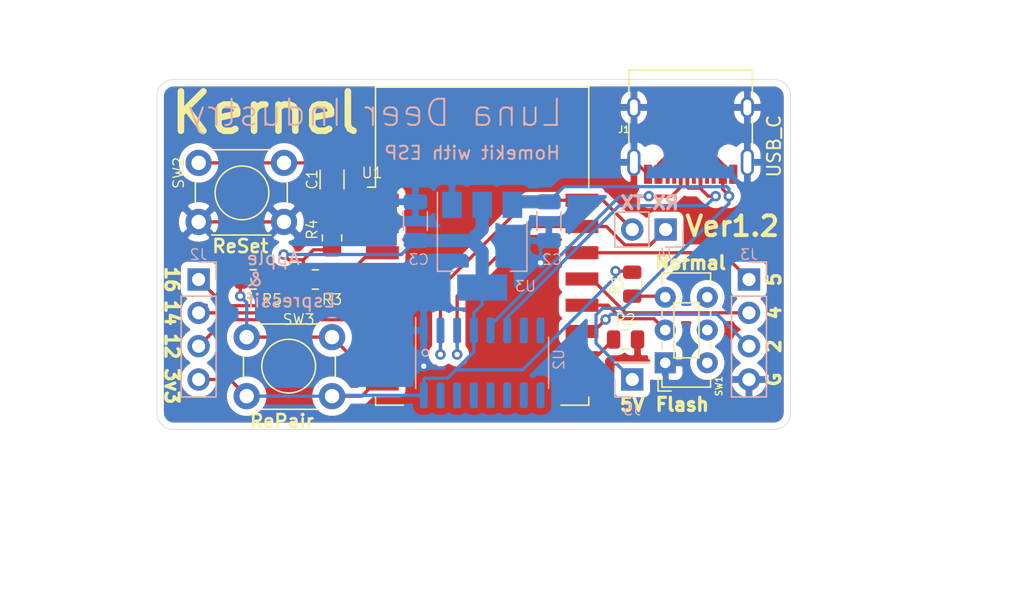
<source format=kicad_pcb>
(kicad_pcb (version 20171130) (host pcbnew "(5.1.9-0-10_14)")

  (general
    (thickness 1.6)
    (drawings 53)
    (tracks 174)
    (zones 0)
    (modules 19)
    (nets 34)
  )

  (page A4)
  (layers
    (0 F.Cu signal hide)
    (31 B.Cu signal hide)
    (32 B.Adhes user hide)
    (33 F.Adhes user hide)
    (34 B.Paste user hide)
    (35 F.Paste user hide)
    (36 B.SilkS user hide)
    (37 F.SilkS user)
    (38 B.Mask user)
    (39 F.Mask user hide)
    (40 Dwgs.User user)
    (41 Cmts.User user)
    (42 Eco1.User user)
    (43 Eco2.User user)
    (44 Edge.Cuts user)
    (45 Margin user)
    (46 B.CrtYd user hide)
    (47 F.CrtYd user)
    (48 B.Fab user hide)
    (49 F.Fab user hide)
  )

  (setup
    (last_trace_width 0.25)
    (trace_clearance 0.2)
    (zone_clearance 0.508)
    (zone_45_only no)
    (trace_min 0.2)
    (via_size 0.8)
    (via_drill 0.4)
    (via_min_size 0.4)
    (via_min_drill 0.3)
    (uvia_size 0.3)
    (uvia_drill 0.1)
    (uvias_allowed no)
    (uvia_min_size 0.2)
    (uvia_min_drill 0.1)
    (edge_width 0.05)
    (segment_width 0.2)
    (pcb_text_width 0.3)
    (pcb_text_size 1.5 1.5)
    (mod_edge_width 0.12)
    (mod_text_size 1 1)
    (mod_text_width 0.15)
    (pad_size 1.524 1.524)
    (pad_drill 0.762)
    (pad_to_mask_clearance 0)
    (aux_axis_origin 0 0)
    (visible_elements 7FFFFFFF)
    (pcbplotparams
      (layerselection 0x010fc_ffffffff)
      (usegerberextensions true)
      (usegerberattributes true)
      (usegerberadvancedattributes true)
      (creategerberjobfile true)
      (excludeedgelayer true)
      (linewidth 0.100000)
      (plotframeref false)
      (viasonmask false)
      (mode 1)
      (useauxorigin false)
      (hpglpennumber 1)
      (hpglpenspeed 20)
      (hpglpendiameter 15.000000)
      (psnegative false)
      (psa4output false)
      (plotreference true)
      (plotvalue true)
      (plotinvisibletext false)
      (padsonsilk false)
      (subtractmaskfromsilk false)
      (outputformat 1)
      (mirror false)
      (drillshape 0)
      (scaleselection 1)
      (outputdirectory "For_Processing/"))
  )

  (net 0 "")
  (net 1 "Net-(U1-Pad2)")
  (net 2 EN)
  (net 3 +3V3)
  (net 4 GND)
  (net 5 IO15)
  (net 6 IO0)
  (net 7 RXD)
  (net 8 TXD)
  (net 9 "Net-(R1-Pad2)")
  (net 10 RST)
  (net 11 IO12)
  (net 12 IO14)
  (net 13 IO16)
  (net 14 IO2)
  (net 15 IO4)
  (net 16 IO5)
  (net 17 IO13)
  (net 18 +5V)
  (net 19 "Net-(J1-PadB8)")
  (net 20 "Net-(J1-PadA5)")
  (net 21 "Net-(J1-PadA7)")
  (net 22 "Net-(J1-PadA6)")
  (net 23 "Net-(J1-PadA8)")
  (net 24 "Net-(J1-PadB5)")
  (net 25 "Net-(U2-Pad15)")
  (net 26 "Net-(U2-Pad14)")
  (net 27 "Net-(U2-Pad13)")
  (net 28 "Net-(U2-Pad12)")
  (net 29 "Net-(U2-Pad11)")
  (net 30 "Net-(U2-Pad10)")
  (net 31 "Net-(U2-Pad9)")
  (net 32 "Net-(U2-Pad8)")
  (net 33 "Net-(U2-Pad7)")

  (net_class Default "This is the default net class."
    (clearance 0.2)
    (trace_width 0.25)
    (via_dia 0.8)
    (via_drill 0.4)
    (uvia_dia 0.3)
    (uvia_drill 0.1)
    (add_net +3V3)
    (add_net +5V)
    (add_net EN)
    (add_net GND)
    (add_net IO0)
    (add_net IO12)
    (add_net IO13)
    (add_net IO14)
    (add_net IO15)
    (add_net IO16)
    (add_net IO2)
    (add_net IO4)
    (add_net IO5)
    (add_net "Net-(J1-PadA5)")
    (add_net "Net-(J1-PadA6)")
    (add_net "Net-(J1-PadA7)")
    (add_net "Net-(J1-PadA8)")
    (add_net "Net-(J1-PadB5)")
    (add_net "Net-(J1-PadB8)")
    (add_net "Net-(R1-Pad2)")
    (add_net "Net-(U1-Pad2)")
    (add_net "Net-(U2-Pad10)")
    (add_net "Net-(U2-Pad11)")
    (add_net "Net-(U2-Pad12)")
    (add_net "Net-(U2-Pad13)")
    (add_net "Net-(U2-Pad14)")
    (add_net "Net-(U2-Pad15)")
    (add_net "Net-(U2-Pad7)")
    (add_net "Net-(U2-Pad8)")
    (add_net "Net-(U2-Pad9)")
    (add_net RST)
    (add_net RXD)
    (add_net TXD)
  )

  (module Connector_PinHeader_2.54mm:PinHeader_1x01_P2.54mm_Vertical (layer B.Cu) (tedit 59FED5CC) (tstamp 60584DD0)
    (at 109.22 53.34)
    (descr "Through hole straight pin header, 1x01, 2.54mm pitch, single row")
    (tags "Through hole pin header THT 1x01 2.54mm single row")
    (path /6058410D)
    (fp_text reference J5 (at 0 2.33) (layer B.SilkS)
      (effects (font (size 0.8 0.8) (thickness 0.1)) (justify mirror))
    )
    (fp_text value Conn_01x01_Male (at 0 -2.33) (layer B.Fab)
      (effects (font (size 1 1) (thickness 0.15)) (justify mirror))
    )
    (fp_line (start -0.635 1.27) (end 1.27 1.27) (layer B.Fab) (width 0.1))
    (fp_line (start 1.27 1.27) (end 1.27 -1.27) (layer B.Fab) (width 0.1))
    (fp_line (start 1.27 -1.27) (end -1.27 -1.27) (layer B.Fab) (width 0.1))
    (fp_line (start -1.27 -1.27) (end -1.27 0.635) (layer B.Fab) (width 0.1))
    (fp_line (start -1.27 0.635) (end -0.635 1.27) (layer B.Fab) (width 0.1))
    (fp_line (start -1.33 -1.33) (end 1.33 -1.33) (layer B.SilkS) (width 0.12))
    (fp_line (start -1.33 -1.27) (end -1.33 -1.33) (layer B.SilkS) (width 0.12))
    (fp_line (start 1.33 -1.27) (end 1.33 -1.33) (layer B.SilkS) (width 0.12))
    (fp_line (start -1.33 -1.27) (end 1.33 -1.27) (layer B.SilkS) (width 0.12))
    (fp_line (start -1.33 0) (end -1.33 1.33) (layer B.SilkS) (width 0.12))
    (fp_line (start -1.33 1.33) (end 0 1.33) (layer B.SilkS) (width 0.12))
    (fp_line (start -1.8 1.8) (end -1.8 -1.8) (layer B.CrtYd) (width 0.05))
    (fp_line (start -1.8 -1.8) (end 1.8 -1.8) (layer B.CrtYd) (width 0.05))
    (fp_line (start 1.8 -1.8) (end 1.8 1.8) (layer B.CrtYd) (width 0.05))
    (fp_line (start 1.8 1.8) (end -1.8 1.8) (layer B.CrtYd) (width 0.05))
    (fp_text user %R (at 0 0 -90) (layer B.Fab)
      (effects (font (size 1 1) (thickness 0.15)) (justify mirror))
    )
    (pad 1 thru_hole rect (at 0 0) (size 1.7 1.7) (drill 1) (layers *.Cu *.Mask)
      (net 18 +5V))
    (model ${KISYS3DMOD}/Connector_PinHeader_2.54mm.3dshapes/PinHeader_1x01_P2.54mm_Vertical.wrl
      (at (xyz 0 0 0))
      (scale (xyz 1 1 1))
      (rotate (xyz 0 0 0))
    )
  )

  (module RF_Module:ESP-12E (layer F.Cu) (tedit 60580C7A) (tstamp 6058ACF0)
    (at 97.79 43.18)
    (descr "Wi-Fi Module, http://wiki.ai-thinker.com/_media/esp8266/docs/aithinker_esp_12f_datasheet_en.pdf")
    (tags "Wi-Fi Module")
    (path /60596458)
    (attr smd)
    (fp_text reference U1 (at -8.382 -5.588) (layer F.SilkS)
      (effects (font (size 0.8 0.8) (thickness 0.1)))
    )
    (fp_text value ESP-12S-RF_Module (at -0.06 -12.78) (layer F.Fab)
      (effects (font (size 1 1) (thickness 0.15)))
    )
    (fp_line (start 5.56 -4.8) (end 8.12 -7.36) (layer Dwgs.User) (width 0.12))
    (fp_line (start 2.56 -4.8) (end 8.12 -10.36) (layer Dwgs.User) (width 0.12))
    (fp_line (start -0.44 -4.8) (end 6.88 -12.12) (layer Dwgs.User) (width 0.12))
    (fp_line (start -3.44 -4.8) (end 3.88 -12.12) (layer Dwgs.User) (width 0.12))
    (fp_line (start -6.44 -4.8) (end 0.88 -12.12) (layer Dwgs.User) (width 0.12))
    (fp_line (start -8.12 -6.12) (end -2.12 -12.12) (layer Dwgs.User) (width 0.12))
    (fp_line (start -8.12 -9.12) (end -5.12 -12.12) (layer Dwgs.User) (width 0.12))
    (fp_line (start -8.12 -4.8) (end -8.12 -12.12) (layer Dwgs.User) (width 0.12))
    (fp_line (start 8.12 -4.8) (end -8.12 -4.8) (layer Dwgs.User) (width 0.12))
    (fp_line (start 8.12 -12.12) (end 8.12 -4.8) (layer Dwgs.User) (width 0.12))
    (fp_line (start -8.12 -12.12) (end 8.12 -12.12) (layer Dwgs.User) (width 0.12))
    (fp_line (start -8.12 -4.5) (end -8.73 -4.5) (layer F.SilkS) (width 0.12))
    (fp_line (start -8.12 -4.5) (end -8.12 -12.12) (layer F.SilkS) (width 0.12))
    (fp_line (start -8.12 12.12) (end -8.12 11.5) (layer F.SilkS) (width 0.12))
    (fp_line (start -6 12.12) (end -8.12 12.12) (layer F.SilkS) (width 0.12))
    (fp_line (start 8.12 12.12) (end 6 12.12) (layer F.SilkS) (width 0.12))
    (fp_line (start 8.12 11.5) (end 8.12 12.12) (layer F.SilkS) (width 0.12))
    (fp_line (start 8.12 -12.12) (end 8.12 -4.5) (layer F.SilkS) (width 0.12))
    (fp_line (start -8.12 -12.12) (end 8.12 -12.12) (layer F.SilkS) (width 0.12))
    (fp_line (start -9.05 13.1) (end -9.05 -12.2) (layer F.CrtYd) (width 0.05))
    (fp_line (start 9.05 13.1) (end -9.05 13.1) (layer F.CrtYd) (width 0.05))
    (fp_line (start 9.05 -12.2) (end 9.05 13.1) (layer F.CrtYd) (width 0.05))
    (fp_line (start -9.05 -12.2) (end 9.05 -12.2) (layer F.CrtYd) (width 0.05))
    (fp_line (start -8 -4) (end -8 -12) (layer F.Fab) (width 0.12))
    (fp_line (start -7.5 -3.5) (end -8 -4) (layer F.Fab) (width 0.12))
    (fp_line (start -8 -3) (end -7.5 -3.5) (layer F.Fab) (width 0.12))
    (fp_line (start -8 12) (end -8 -3) (layer F.Fab) (width 0.12))
    (fp_line (start 8 12) (end -8 12) (layer F.Fab) (width 0.12))
    (fp_line (start 8 -12) (end 8 12) (layer F.Fab) (width 0.12))
    (fp_line (start -8 -12) (end 8 -12) (layer F.Fab) (width 0.12))
    (fp_text user %R (at 0.49 -0.8) (layer F.Fab)
      (effects (font (size 1 1) (thickness 0.15)))
    )
    (fp_text user "KEEP-OUT ZONE" (at 0.03 -9.55 180) (layer Cmts.User)
      (effects (font (size 1 1) (thickness 0.15)))
    )
    (fp_text user Antenna (at -0.06 -7 180) (layer Cmts.User)
      (effects (font (size 1 1) (thickness 0.15)))
    )
    (pad 16 smd rect (at 7.6 -3.5) (size 2.5 1) (layers F.Cu F.Paste F.Mask)
      (net 8 TXD))
    (pad 15 smd rect (at 7.6 -1.5) (size 2.5 1) (layers F.Cu F.Paste F.Mask)
      (net 7 RXD))
    (pad 14 smd rect (at 7.6 0.5) (size 2.5 1) (layers F.Cu F.Paste F.Mask)
      (net 16 IO5))
    (pad 13 smd rect (at 7.6 2.5) (size 2.5 1) (layers F.Cu F.Paste F.Mask)
      (net 15 IO4))
    (pad 12 smd rect (at 7.6 4.5) (size 2.5 1) (layers F.Cu F.Paste F.Mask)
      (net 6 IO0))
    (pad 11 smd rect (at 7.6 6.5) (size 2.5 1) (layers F.Cu F.Paste F.Mask)
      (net 14 IO2))
    (pad 10 smd rect (at 7.6 8.5) (size 2.5 1) (layers F.Cu F.Paste F.Mask)
      (net 5 IO15))
    (pad 9 smd rect (at 7.6 10.5) (size 2.5 1) (layers F.Cu F.Paste F.Mask)
      (net 4 GND))
    (pad 8 smd rect (at -7.6 10.5) (size 2.5 1) (layers F.Cu F.Paste F.Mask)
      (net 3 +3V3))
    (pad 7 smd rect (at -7.6 8.5) (size 2.5 1) (layers F.Cu F.Paste F.Mask)
      (net 17 IO13))
    (pad 6 smd rect (at -7.6 6.5) (size 2.5 1) (layers F.Cu F.Paste F.Mask)
      (net 11 IO12))
    (pad 5 smd rect (at -7.6 4.5) (size 2.5 1) (layers F.Cu F.Paste F.Mask)
      (net 12 IO14))
    (pad 4 smd rect (at -7.6 2.5) (size 2.5 1) (layers F.Cu F.Paste F.Mask)
      (net 13 IO16))
    (pad 3 smd rect (at -7.6 0.5) (size 2.5 1) (layers F.Cu F.Paste F.Mask)
      (net 2 EN))
    (pad 2 smd rect (at -7.6 -1.5) (size 2.5 1) (layers F.Cu F.Paste F.Mask)
      (net 1 "Net-(U1-Pad2)"))
    (pad 1 smd rect (at -7.6 -3.5) (size 2.5 1) (layers F.Cu F.Paste F.Mask)
      (net 10 RST))
    (model ${KISYS3DMOD}/RF_Module.3dshapes/ESP-12E.wrl
      (at (xyz 0 0 0))
      (scale (xyz 1 1 1))
      (rotate (xyz 0 0 0))
    )
  )

  (module Package_TO_SOT_SMD:SOT-223-3_TabPin2 (layer B.Cu) (tedit 5A02FF57) (tstamp 605829A2)
    (at 97.79 43.18 270)
    (descr "module CMS SOT223 4 pins")
    (tags "CMS SOT")
    (path /60584478)
    (attr smd)
    (fp_text reference U3 (at 3.048 -3.302) (layer B.SilkS)
      (effects (font (size 0.8 0.8) (thickness 0.1)) (justify mirror))
    )
    (fp_text value AMS1117-3.3 (at 0 -4.5 270) (layer B.Fab)
      (effects (font (size 1 1) (thickness 0.15)) (justify mirror))
    )
    (fp_line (start 1.91 -3.41) (end 1.91 -2.15) (layer B.SilkS) (width 0.12))
    (fp_line (start 1.91 3.41) (end 1.91 2.15) (layer B.SilkS) (width 0.12))
    (fp_line (start 4.4 3.6) (end -4.4 3.6) (layer B.CrtYd) (width 0.05))
    (fp_line (start 4.4 -3.6) (end 4.4 3.6) (layer B.CrtYd) (width 0.05))
    (fp_line (start -4.4 -3.6) (end 4.4 -3.6) (layer B.CrtYd) (width 0.05))
    (fp_line (start -4.4 3.6) (end -4.4 -3.6) (layer B.CrtYd) (width 0.05))
    (fp_line (start -1.85 2.35) (end -0.85 3.35) (layer B.Fab) (width 0.1))
    (fp_line (start -1.85 2.35) (end -1.85 -3.35) (layer B.Fab) (width 0.1))
    (fp_line (start -1.85 -3.41) (end 1.91 -3.41) (layer B.SilkS) (width 0.12))
    (fp_line (start -0.85 3.35) (end 1.85 3.35) (layer B.Fab) (width 0.1))
    (fp_line (start -4.1 3.41) (end 1.91 3.41) (layer B.SilkS) (width 0.12))
    (fp_line (start -1.85 -3.35) (end 1.85 -3.35) (layer B.Fab) (width 0.1))
    (fp_line (start 1.85 3.35) (end 1.85 -3.35) (layer B.Fab) (width 0.1))
    (fp_text user %R (at 0 0) (layer B.Fab)
      (effects (font (size 0.8 0.8) (thickness 0.12)) (justify mirror))
    )
    (pad 1 smd rect (at -3.15 2.3 270) (size 2 1.5) (layers B.Cu B.Paste B.Mask)
      (net 4 GND))
    (pad 3 smd rect (at -3.15 -2.3 270) (size 2 1.5) (layers B.Cu B.Paste B.Mask)
      (net 18 +5V))
    (pad 2 smd rect (at -3.15 0 270) (size 2 1.5) (layers B.Cu B.Paste B.Mask)
      (net 3 +3V3))
    (pad 2 smd rect (at 3.15 0 270) (size 2 3.8) (layers B.Cu B.Paste B.Mask)
      (net 3 +3V3))
    (model ${KISYS3DMOD}/Package_TO_SOT_SMD.3dshapes/SOT-223.wrl
      (at (xyz 0 0 0))
      (scale (xyz 1 1 1))
      (rotate (xyz 0 0 0))
    )
  )

  (module Package_SO:SOIC-16_3.9x9.9mm_P1.27mm (layer B.Cu) (tedit 5D9F72B1) (tstamp 6058298C)
    (at 97.79 52.07 270)
    (descr "SOIC, 16 Pin (JEDEC MS-012AC, https://www.analog.com/media/en/package-pcb-resources/package/pkg_pdf/soic_narrow-r/r_16.pdf), generated with kicad-footprint-generator ipc_gullwing_generator.py")
    (tags "SOIC SO")
    (path /60580FFF)
    (attr smd)
    (fp_text reference U2 (at -0.254 -5.842 90) (layer B.SilkS)
      (effects (font (size 0.8 0.8) (thickness 0.1)) (justify mirror))
    )
    (fp_text value CH340C (at 0 -5.9 90) (layer B.Fab)
      (effects (font (size 1 1) (thickness 0.15)) (justify mirror))
    )
    (fp_line (start 0 -5.06) (end 1.95 -5.06) (layer B.SilkS) (width 0.12))
    (fp_line (start 0 -5.06) (end -1.95 -5.06) (layer B.SilkS) (width 0.12))
    (fp_line (start 0 5.06) (end 1.95 5.06) (layer B.SilkS) (width 0.12))
    (fp_line (start 0 5.06) (end -3.45 5.06) (layer B.SilkS) (width 0.12))
    (fp_line (start -0.975 4.95) (end 1.95 4.95) (layer B.Fab) (width 0.1))
    (fp_line (start 1.95 4.95) (end 1.95 -4.95) (layer B.Fab) (width 0.1))
    (fp_line (start 1.95 -4.95) (end -1.95 -4.95) (layer B.Fab) (width 0.1))
    (fp_line (start -1.95 -4.95) (end -1.95 3.975) (layer B.Fab) (width 0.1))
    (fp_line (start -1.95 3.975) (end -0.975 4.95) (layer B.Fab) (width 0.1))
    (fp_line (start -3.7 5.2) (end -3.7 -5.2) (layer B.CrtYd) (width 0.05))
    (fp_line (start -3.7 -5.2) (end 3.7 -5.2) (layer B.CrtYd) (width 0.05))
    (fp_line (start 3.7 -5.2) (end 3.7 5.2) (layer B.CrtYd) (width 0.05))
    (fp_line (start 3.7 5.2) (end -3.7 5.2) (layer B.CrtYd) (width 0.05))
    (fp_text user %R (at 0 0 90) (layer B.Fab)
      (effects (font (size 0.98 0.98) (thickness 0.15)) (justify mirror))
    )
    (pad 16 smd roundrect (at 2.475 4.445 270) (size 1.95 0.6) (layers B.Cu B.Paste B.Mask) (roundrect_rratio 0.25)
      (net 3 +3V3))
    (pad 15 smd roundrect (at 2.475 3.175 270) (size 1.95 0.6) (layers B.Cu B.Paste B.Mask) (roundrect_rratio 0.25)
      (net 25 "Net-(U2-Pad15)"))
    (pad 14 smd roundrect (at 2.475 1.905 270) (size 1.95 0.6) (layers B.Cu B.Paste B.Mask) (roundrect_rratio 0.25)
      (net 26 "Net-(U2-Pad14)"))
    (pad 13 smd roundrect (at 2.475 0.635 270) (size 1.95 0.6) (layers B.Cu B.Paste B.Mask) (roundrect_rratio 0.25)
      (net 27 "Net-(U2-Pad13)"))
    (pad 12 smd roundrect (at 2.475 -0.635 270) (size 1.95 0.6) (layers B.Cu B.Paste B.Mask) (roundrect_rratio 0.25)
      (net 28 "Net-(U2-Pad12)"))
    (pad 11 smd roundrect (at 2.475 -1.905 270) (size 1.95 0.6) (layers B.Cu B.Paste B.Mask) (roundrect_rratio 0.25)
      (net 29 "Net-(U2-Pad11)"))
    (pad 10 smd roundrect (at 2.475 -3.175 270) (size 1.95 0.6) (layers B.Cu B.Paste B.Mask) (roundrect_rratio 0.25)
      (net 30 "Net-(U2-Pad10)"))
    (pad 9 smd roundrect (at 2.475 -4.445 270) (size 1.95 0.6) (layers B.Cu B.Paste B.Mask) (roundrect_rratio 0.25)
      (net 31 "Net-(U2-Pad9)"))
    (pad 8 smd roundrect (at -2.475 -4.445 270) (size 1.95 0.6) (layers B.Cu B.Paste B.Mask) (roundrect_rratio 0.25)
      (net 32 "Net-(U2-Pad8)"))
    (pad 7 smd roundrect (at -2.475 -3.175 270) (size 1.95 0.6) (layers B.Cu B.Paste B.Mask) (roundrect_rratio 0.25)
      (net 33 "Net-(U2-Pad7)"))
    (pad 6 smd roundrect (at -2.475 -1.905 270) (size 1.95 0.6) (layers B.Cu B.Paste B.Mask) (roundrect_rratio 0.25)
      (net 21 "Net-(J1-PadA7)"))
    (pad 5 smd roundrect (at -2.475 -0.635 270) (size 1.95 0.6) (layers B.Cu B.Paste B.Mask) (roundrect_rratio 0.25)
      (net 22 "Net-(J1-PadA6)"))
    (pad 4 smd roundrect (at -2.475 0.635 270) (size 1.95 0.6) (layers B.Cu B.Paste B.Mask) (roundrect_rratio 0.25)
      (net 3 +3V3))
    (pad 3 smd roundrect (at -2.475 1.905 270) (size 1.95 0.6) (layers B.Cu B.Paste B.Mask) (roundrect_rratio 0.25)
      (net 7 RXD))
    (pad 2 smd roundrect (at -2.475 3.175 270) (size 1.95 0.6) (layers B.Cu B.Paste B.Mask) (roundrect_rratio 0.25)
      (net 8 TXD))
    (pad 1 smd roundrect (at -2.475 4.445 270) (size 1.95 0.6) (layers B.Cu B.Paste B.Mask) (roundrect_rratio 0.25)
      (net 4 GND))
    (model ${KISYS3DMOD}/Package_SO.3dshapes/SOIC-16_3.9x9.9mm_P1.27mm.wrl
      (at (xyz 0 0 0))
      (scale (xyz 1 1 1))
      (rotate (xyz 0 0 0))
    )
  )

  (module Connector_USB:USB_C_Receptacle_HRO_TYPE-C-31-M-12 (layer F.Cu) (tedit 5D3C0721) (tstamp 60582741)
    (at 113.665 33.655 180)
    (descr "USB Type-C receptacle for USB 2.0 and PD, http://www.krhro.com/uploads/soft/180320/1-1P320120243.pdf")
    (tags "usb usb-c 2.0 pd")
    (path /60582743)
    (attr smd)
    (fp_text reference J1 (at 5.08 -0.635) (layer F.SilkS)
      (effects (font (size 0.5 0.5) (thickness 0.1)))
    )
    (fp_text value USB_C_Receptacle_USB2.0 (at 0 5.1) (layer F.Fab)
      (effects (font (size 1 1) (thickness 0.15)))
    )
    (fp_line (start -4.7 2) (end -4.7 3.9) (layer F.SilkS) (width 0.12))
    (fp_line (start -4.7 -1.9) (end -4.7 0.1) (layer F.SilkS) (width 0.12))
    (fp_line (start 4.7 2) (end 4.7 3.9) (layer F.SilkS) (width 0.12))
    (fp_line (start 4.7 -1.9) (end 4.7 0.1) (layer F.SilkS) (width 0.12))
    (fp_line (start 5.32 -5.27) (end 5.32 4.15) (layer F.CrtYd) (width 0.05))
    (fp_line (start -5.32 -5.27) (end -5.32 4.15) (layer F.CrtYd) (width 0.05))
    (fp_line (start -5.32 4.15) (end 5.32 4.15) (layer F.CrtYd) (width 0.05))
    (fp_line (start -5.32 -5.27) (end 5.32 -5.27) (layer F.CrtYd) (width 0.05))
    (fp_line (start 4.47 -3.65) (end 4.47 3.65) (layer F.Fab) (width 0.1))
    (fp_line (start -4.47 3.65) (end 4.47 3.65) (layer F.Fab) (width 0.1))
    (fp_line (start -4.47 -3.65) (end -4.47 3.65) (layer F.Fab) (width 0.1))
    (fp_line (start -4.47 -3.65) (end 4.47 -3.65) (layer F.Fab) (width 0.1))
    (fp_line (start -4.7 3.9) (end 4.7 3.9) (layer F.SilkS) (width 0.12))
    (fp_text user %R (at 0 0) (layer F.Fab)
      (effects (font (size 1 1) (thickness 0.15)))
    )
    (pad B1 smd rect (at 3.25 -4.045 180) (size 0.6 1.45) (layers F.Cu F.Paste F.Mask)
      (net 4 GND))
    (pad A9 smd rect (at 2.45 -4.045 180) (size 0.6 1.45) (layers F.Cu F.Paste F.Mask)
      (net 18 +5V))
    (pad B9 smd rect (at -2.45 -4.045 180) (size 0.6 1.45) (layers F.Cu F.Paste F.Mask)
      (net 18 +5V))
    (pad B12 smd rect (at -3.25 -4.045 180) (size 0.6 1.45) (layers F.Cu F.Paste F.Mask)
      (net 4 GND))
    (pad A1 smd rect (at -3.25 -4.045 180) (size 0.6 1.45) (layers F.Cu F.Paste F.Mask)
      (net 4 GND))
    (pad A4 smd rect (at -2.45 -4.045 180) (size 0.6 1.45) (layers F.Cu F.Paste F.Mask)
      (net 18 +5V))
    (pad B4 smd rect (at 2.45 -4.045 180) (size 0.6 1.45) (layers F.Cu F.Paste F.Mask)
      (net 18 +5V))
    (pad A12 smd rect (at 3.25 -4.045 180) (size 0.6 1.45) (layers F.Cu F.Paste F.Mask)
      (net 4 GND))
    (pad B8 smd rect (at -1.75 -4.045 180) (size 0.3 1.45) (layers F.Cu F.Paste F.Mask)
      (net 19 "Net-(J1-PadB8)"))
    (pad A5 smd rect (at -1.25 -4.045 180) (size 0.3 1.45) (layers F.Cu F.Paste F.Mask)
      (net 20 "Net-(J1-PadA5)"))
    (pad B7 smd rect (at -0.75 -4.045 180) (size 0.3 1.45) (layers F.Cu F.Paste F.Mask)
      (net 21 "Net-(J1-PadA7)"))
    (pad A7 smd rect (at 0.25 -4.045 180) (size 0.3 1.45) (layers F.Cu F.Paste F.Mask)
      (net 21 "Net-(J1-PadA7)"))
    (pad B6 smd rect (at 0.75 -4.045 180) (size 0.3 1.45) (layers F.Cu F.Paste F.Mask)
      (net 22 "Net-(J1-PadA6)"))
    (pad A8 smd rect (at 1.25 -4.045 180) (size 0.3 1.45) (layers F.Cu F.Paste F.Mask)
      (net 23 "Net-(J1-PadA8)"))
    (pad B5 smd rect (at 1.75 -4.045 180) (size 0.3 1.45) (layers F.Cu F.Paste F.Mask)
      (net 24 "Net-(J1-PadB5)"))
    (pad A6 smd rect (at -0.25 -4.045 180) (size 0.3 1.45) (layers F.Cu F.Paste F.Mask)
      (net 22 "Net-(J1-PadA6)"))
    (pad S1 thru_hole oval (at 4.32 -3.13 180) (size 1 2.1) (drill oval 0.6 1.7) (layers *.Cu *.Mask)
      (net 4 GND))
    (pad S1 thru_hole oval (at -4.32 -3.13 180) (size 1 2.1) (drill oval 0.6 1.7) (layers *.Cu *.Mask)
      (net 4 GND))
    (pad "" np_thru_hole circle (at -2.89 -2.6 180) (size 0.65 0.65) (drill 0.65) (layers *.Cu *.Mask))
    (pad S1 thru_hole oval (at -4.32 1.05 180) (size 1 1.6) (drill oval 0.6 1.2) (layers *.Cu *.Mask)
      (net 4 GND))
    (pad "" np_thru_hole circle (at 2.89 -2.6 180) (size 0.65 0.65) (drill 0.65) (layers *.Cu *.Mask))
    (pad S1 thru_hole oval (at 4.32 1.05 180) (size 1 1.6) (drill oval 0.6 1.2) (layers *.Cu *.Mask)
      (net 4 GND))
    (model ${KISYS3DMOD}/Connector_USB.3dshapes/USB_C_Receptacle_HRO_TYPE-C-31-M-12.wrl
      (at (xyz 0 0 0))
      (scale (xyz 1 1 1))
      (rotate (xyz 0 0 0))
    )
  )

  (module Capacitor_SMD:C_1206_3216Metric (layer B.Cu) (tedit 5F68FEEE) (tstamp 60582719)
    (at 92.71 41.275 90)
    (descr "Capacitor SMD 1206 (3216 Metric), square (rectangular) end terminal, IPC_7351 nominal, (Body size source: IPC-SM-782 page 76, https://www.pcb-3d.com/wordpress/wp-content/uploads/ipc-sm-782a_amendment_1_and_2.pdf), generated with kicad-footprint-generator")
    (tags capacitor)
    (path /6058BDAF)
    (attr smd)
    (fp_text reference C3 (at -2.921 0.254) (layer B.SilkS)
      (effects (font (size 0.8 0.8) (thickness 0.1)) (justify mirror))
    )
    (fp_text value 10uF (at 0 -1.85 -90) (layer B.Fab)
      (effects (font (size 1 1) (thickness 0.15)) (justify mirror))
    )
    (fp_line (start -1.6 -0.8) (end -1.6 0.8) (layer B.Fab) (width 0.1))
    (fp_line (start -1.6 0.8) (end 1.6 0.8) (layer B.Fab) (width 0.1))
    (fp_line (start 1.6 0.8) (end 1.6 -0.8) (layer B.Fab) (width 0.1))
    (fp_line (start 1.6 -0.8) (end -1.6 -0.8) (layer B.Fab) (width 0.1))
    (fp_line (start -0.711252 0.91) (end 0.711252 0.91) (layer B.SilkS) (width 0.12))
    (fp_line (start -0.711252 -0.91) (end 0.711252 -0.91) (layer B.SilkS) (width 0.12))
    (fp_line (start -2.3 -1.15) (end -2.3 1.15) (layer B.CrtYd) (width 0.05))
    (fp_line (start -2.3 1.15) (end 2.3 1.15) (layer B.CrtYd) (width 0.05))
    (fp_line (start 2.3 1.15) (end 2.3 -1.15) (layer B.CrtYd) (width 0.05))
    (fp_line (start 2.3 -1.15) (end -2.3 -1.15) (layer B.CrtYd) (width 0.05))
    (fp_text user %R (at 0 0 -90) (layer B.Fab)
      (effects (font (size 0.8 0.8) (thickness 0.12)) (justify mirror))
    )
    (pad 2 smd roundrect (at 1.475 0 90) (size 1.15 1.8) (layers B.Cu B.Paste B.Mask) (roundrect_rratio 0.2173904347826087)
      (net 4 GND))
    (pad 1 smd roundrect (at -1.475 0 90) (size 1.15 1.8) (layers B.Cu B.Paste B.Mask) (roundrect_rratio 0.2173904347826087)
      (net 3 +3V3))
    (model ${KISYS3DMOD}/Capacitor_SMD.3dshapes/C_1206_3216Metric.wrl
      (at (xyz 0 0 0))
      (scale (xyz 1 1 1))
      (rotate (xyz 0 0 0))
    )
  )

  (module Capacitor_SMD:C_1206_3216Metric (layer B.Cu) (tedit 5F68FEEE) (tstamp 60582708)
    (at 102.87 41.275 270)
    (descr "Capacitor SMD 1206 (3216 Metric), square (rectangular) end terminal, IPC_7351 nominal, (Body size source: IPC-SM-782 page 76, https://www.pcb-3d.com/wordpress/wp-content/uploads/ipc-sm-782a_amendment_1_and_2.pdf), generated with kicad-footprint-generator")
    (tags capacitor)
    (path /6058AEFB)
    (attr smd)
    (fp_text reference C2 (at 2.921 -0.254) (layer B.SilkS)
      (effects (font (size 0.8 0.8) (thickness 0.1)) (justify mirror))
    )
    (fp_text value 10uF (at 0 -1.85 270) (layer B.Fab)
      (effects (font (size 1 1) (thickness 0.15)) (justify mirror))
    )
    (fp_line (start -1.6 -0.8) (end -1.6 0.8) (layer B.Fab) (width 0.1))
    (fp_line (start -1.6 0.8) (end 1.6 0.8) (layer B.Fab) (width 0.1))
    (fp_line (start 1.6 0.8) (end 1.6 -0.8) (layer B.Fab) (width 0.1))
    (fp_line (start 1.6 -0.8) (end -1.6 -0.8) (layer B.Fab) (width 0.1))
    (fp_line (start -0.711252 0.91) (end 0.711252 0.91) (layer B.SilkS) (width 0.12))
    (fp_line (start -0.711252 -0.91) (end 0.711252 -0.91) (layer B.SilkS) (width 0.12))
    (fp_line (start -2.3 -1.15) (end -2.3 1.15) (layer B.CrtYd) (width 0.05))
    (fp_line (start -2.3 1.15) (end 2.3 1.15) (layer B.CrtYd) (width 0.05))
    (fp_line (start 2.3 1.15) (end 2.3 -1.15) (layer B.CrtYd) (width 0.05))
    (fp_line (start 2.3 -1.15) (end -2.3 -1.15) (layer B.CrtYd) (width 0.05))
    (fp_text user %R (at 0 0 270) (layer B.Fab)
      (effects (font (size 0.8 0.8) (thickness 0.12)) (justify mirror))
    )
    (pad 2 smd roundrect (at 1.475 0 270) (size 1.15 1.8) (layers B.Cu B.Paste B.Mask) (roundrect_rratio 0.2173904347826087)
      (net 4 GND))
    (pad 1 smd roundrect (at -1.475 0 270) (size 1.15 1.8) (layers B.Cu B.Paste B.Mask) (roundrect_rratio 0.2173904347826087)
      (net 18 +5V))
    (model ${KISYS3DMOD}/Capacitor_SMD.3dshapes/C_1206_3216Metric.wrl
      (at (xyz 0 0 0))
      (scale (xyz 1 1 1))
      (rotate (xyz 0 0 0))
    )
  )

  (module Connector_PinHeader_2.54mm:PinHeader_1x02_P2.54mm_Vertical (layer B.Cu) (tedit 59FED5CC) (tstamp 605007F5)
    (at 111.76 41.91 90)
    (descr "Through hole straight pin header, 1x02, 2.54mm pitch, single row")
    (tags "Through hole pin header THT 1x02 2.54mm single row")
    (path /60571445)
    (fp_text reference J4 (at -1.905 0 180) (layer B.SilkS)
      (effects (font (size 0.8 0.8) (thickness 0.1)) (justify mirror))
    )
    (fp_text value TTL (at 0 -4.87 270) (layer B.Fab)
      (effects (font (size 1 1) (thickness 0.15)) (justify mirror))
    )
    (fp_line (start -0.635 1.27) (end 1.27 1.27) (layer B.Fab) (width 0.1))
    (fp_line (start 1.27 1.27) (end 1.27 -3.81) (layer B.Fab) (width 0.1))
    (fp_line (start 1.27 -3.81) (end -1.27 -3.81) (layer B.Fab) (width 0.1))
    (fp_line (start -1.27 -3.81) (end -1.27 0.635) (layer B.Fab) (width 0.1))
    (fp_line (start -1.27 0.635) (end -0.635 1.27) (layer B.Fab) (width 0.1))
    (fp_line (start -1.33 -3.87) (end 1.33 -3.87) (layer B.SilkS) (width 0.12))
    (fp_line (start -1.33 -1.27) (end -1.33 -3.87) (layer B.SilkS) (width 0.12))
    (fp_line (start 1.33 -1.27) (end 1.33 -3.87) (layer B.SilkS) (width 0.12))
    (fp_line (start -1.33 -1.27) (end 1.33 -1.27) (layer B.SilkS) (width 0.12))
    (fp_line (start -1.33 0) (end -1.33 1.33) (layer B.SilkS) (width 0.12))
    (fp_line (start -1.33 1.33) (end 0 1.33) (layer B.SilkS) (width 0.12))
    (fp_line (start -1.8 1.8) (end -1.8 -4.35) (layer B.CrtYd) (width 0.05))
    (fp_line (start -1.8 -4.35) (end 1.8 -4.35) (layer B.CrtYd) (width 0.05))
    (fp_line (start 1.8 -4.35) (end 1.8 1.8) (layer B.CrtYd) (width 0.05))
    (fp_line (start 1.8 1.8) (end -1.8 1.8) (layer B.CrtYd) (width 0.05))
    (fp_text user %R (at 0 -1.27) (layer B.Fab)
      (effects (font (size 1 1) (thickness 0.15)) (justify mirror))
    )
    (pad 2 thru_hole oval (at 0 -2.54 90) (size 1.7 1.7) (drill 1) (layers *.Cu *.Mask)
      (net 8 TXD))
    (pad 1 thru_hole rect (at 0 0 90) (size 1.7 1.7) (drill 1) (layers *.Cu *.Mask)
      (net 7 RXD))
    (model ${KISYS3DMOD}/Connector_PinHeader_2.54mm.3dshapes/PinHeader_1x02_P2.54mm_Vertical.wrl
      (at (xyz 0 0 0))
      (scale (xyz 1 1 1))
      (rotate (xyz 0 0 0))
    )
  )

  (module Button_Switch_THT:SW_PUSH_6mm_H4.3mm (layer F.Cu) (tedit 5A02FE31) (tstamp 604F3455)
    (at 86.36 54.61 180)
    (descr "tactile push button, 6x6mm e.g. PHAP33xx series, height=4.3mm")
    (tags "tact sw push 6mm")
    (path /604DDF37)
    (fp_text reference SW3 (at 2.54 5.842) (layer F.SilkS)
      (effects (font (size 0.8 0.8) (thickness 0.1)))
    )
    (fp_text value RePair (at 3.81 -1.905) (layer F.SilkS)
      (effects (font (size 1 1) (thickness 0.2)))
    )
    (fp_line (start 3.25 -0.75) (end 6.25 -0.75) (layer F.Fab) (width 0.1))
    (fp_line (start 6.25 -0.75) (end 6.25 5.25) (layer F.Fab) (width 0.1))
    (fp_line (start 6.25 5.25) (end 0.25 5.25) (layer F.Fab) (width 0.1))
    (fp_line (start 0.25 5.25) (end 0.25 -0.75) (layer F.Fab) (width 0.1))
    (fp_line (start 0.25 -0.75) (end 3.25 -0.75) (layer F.Fab) (width 0.1))
    (fp_line (start 7.75 6) (end 8 6) (layer F.CrtYd) (width 0.05))
    (fp_line (start 8 6) (end 8 5.75) (layer F.CrtYd) (width 0.05))
    (fp_line (start 7.75 -1.5) (end 8 -1.5) (layer F.CrtYd) (width 0.05))
    (fp_line (start 8 -1.5) (end 8 -1.25) (layer F.CrtYd) (width 0.05))
    (fp_line (start -1.5 -1.25) (end -1.5 -1.5) (layer F.CrtYd) (width 0.05))
    (fp_line (start -1.5 -1.5) (end -1.25 -1.5) (layer F.CrtYd) (width 0.05))
    (fp_line (start -1.5 5.75) (end -1.5 6) (layer F.CrtYd) (width 0.05))
    (fp_line (start -1.5 6) (end -1.25 6) (layer F.CrtYd) (width 0.05))
    (fp_line (start -1.25 -1.5) (end 7.75 -1.5) (layer F.CrtYd) (width 0.05))
    (fp_line (start -1.5 5.75) (end -1.5 -1.25) (layer F.CrtYd) (width 0.05))
    (fp_line (start 7.75 6) (end -1.25 6) (layer F.CrtYd) (width 0.05))
    (fp_line (start 8 -1.25) (end 8 5.75) (layer F.CrtYd) (width 0.05))
    (fp_line (start 1 5.5) (end 5.5 5.5) (layer F.SilkS) (width 0.12))
    (fp_line (start -0.25 1.5) (end -0.25 3) (layer F.SilkS) (width 0.12))
    (fp_line (start 5.5 -1) (end 1 -1) (layer F.SilkS) (width 0.12))
    (fp_line (start 6.75 3) (end 6.75 1.5) (layer F.SilkS) (width 0.12))
    (fp_circle (center 3.25 2.25) (end 1.25 2.5) (layer F.Fab) (width 0.1))
    (fp_text user %R (at 3.25 2.25) (layer F.Fab)
      (effects (font (size 1 1) (thickness 0.15)))
    )
    (pad 1 thru_hole circle (at 6.5 0 270) (size 2 2) (drill 1.1) (layers *.Cu *.Mask)
      (net 3 +3V3))
    (pad 2 thru_hole circle (at 6.5 4.5 270) (size 2 2) (drill 1.1) (layers *.Cu *.Mask)
      (net 17 IO13))
    (pad 1 thru_hole circle (at 0 0 270) (size 2 2) (drill 1.1) (layers *.Cu *.Mask)
      (net 3 +3V3))
    (pad 2 thru_hole circle (at 0 4.5 270) (size 2 2) (drill 1.1) (layers *.Cu *.Mask)
      (net 17 IO13))
    (model ${KISYS3DMOD}/Button_Switch_THT.3dshapes/SW_PUSH_6mm_H4.3mm.wrl
      (at (xyz 0 0 0))
      (scale (xyz 1 1 1))
      (rotate (xyz 0 0 0))
    )
  )

  (module Button_Switch_THT:SW_PUSH_6mm_H4.3mm (layer F.Cu) (tedit 5A02FE31) (tstamp 604A134E)
    (at 76.2 36.83)
    (descr "tactile push button, 6x6mm e.g. PHAP33xx series, height=4.3mm")
    (tags "tact sw push 6mm")
    (path /604A6E52)
    (fp_text reference SW2 (at -1.524 0.762 90) (layer F.SilkS)
      (effects (font (size 0.8 0.8) (thickness 0.1)))
    )
    (fp_text value ReSet (at 3.175 6.35) (layer F.SilkS)
      (effects (font (size 1 1) (thickness 0.2)))
    )
    (fp_line (start 3.25 -0.75) (end 6.25 -0.75) (layer F.Fab) (width 0.1))
    (fp_line (start 6.25 -0.75) (end 6.25 5.25) (layer F.Fab) (width 0.1))
    (fp_line (start 6.25 5.25) (end 0.25 5.25) (layer F.Fab) (width 0.1))
    (fp_line (start 0.25 5.25) (end 0.25 -0.75) (layer F.Fab) (width 0.1))
    (fp_line (start 0.25 -0.75) (end 3.25 -0.75) (layer F.Fab) (width 0.1))
    (fp_line (start 7.75 6) (end 8 6) (layer F.CrtYd) (width 0.05))
    (fp_line (start 8 6) (end 8 5.75) (layer F.CrtYd) (width 0.05))
    (fp_line (start 7.75 -1.5) (end 8 -1.5) (layer F.CrtYd) (width 0.05))
    (fp_line (start 8 -1.5) (end 8 -1.25) (layer F.CrtYd) (width 0.05))
    (fp_line (start -1.5 -1.25) (end -1.5 -1.5) (layer F.CrtYd) (width 0.05))
    (fp_line (start -1.5 -1.5) (end -1.25 -1.5) (layer F.CrtYd) (width 0.05))
    (fp_line (start -1.5 5.75) (end -1.5 6) (layer F.CrtYd) (width 0.05))
    (fp_line (start -1.5 6) (end -1.25 6) (layer F.CrtYd) (width 0.05))
    (fp_line (start -1.25 -1.5) (end 7.75 -1.5) (layer F.CrtYd) (width 0.05))
    (fp_line (start -1.5 5.75) (end -1.5 -1.25) (layer F.CrtYd) (width 0.05))
    (fp_line (start 7.75 6) (end -1.25 6) (layer F.CrtYd) (width 0.05))
    (fp_line (start 8 -1.25) (end 8 5.75) (layer F.CrtYd) (width 0.05))
    (fp_line (start 1 5.5) (end 5.5 5.5) (layer F.SilkS) (width 0.12))
    (fp_line (start -0.25 1.5) (end -0.25 3) (layer F.SilkS) (width 0.12))
    (fp_line (start 5.5 -1) (end 1 -1) (layer F.SilkS) (width 0.12))
    (fp_line (start 6.75 3) (end 6.75 1.5) (layer F.SilkS) (width 0.12))
    (fp_circle (center 3.25 2.25) (end 1.25 2.5) (layer F.Fab) (width 0.1))
    (fp_text user %R (at 3.25 2.25) (layer F.Fab)
      (effects (font (size 1 1) (thickness 0.15)))
    )
    (pad 1 thru_hole circle (at 6.5 0 90) (size 2 2) (drill 1.1) (layers *.Cu *.Mask)
      (net 10 RST))
    (pad 2 thru_hole circle (at 6.5 4.5 90) (size 2 2) (drill 1.1) (layers *.Cu *.Mask)
      (net 4 GND))
    (pad 1 thru_hole circle (at 0 0 90) (size 2 2) (drill 1.1) (layers *.Cu *.Mask)
      (net 10 RST))
    (pad 2 thru_hole circle (at 0 4.5 90) (size 2 2) (drill 1.1) (layers *.Cu *.Mask)
      (net 4 GND))
    (model ${KISYS3DMOD}/Button_Switch_THT.3dshapes/SW_PUSH_6mm_H4.3mm.wrl
      (at (xyz 0 0 0))
      (scale (xyz 1 1 1))
      (rotate (xyz 0 0 0))
    )
  )

  (module Resistor_SMD:R_0805_2012Metric (layer F.Cu) (tedit 5F68FEEE) (tstamp 604F33F0)
    (at 80.3675 45.72 180)
    (descr "Resistor SMD 0805 (2012 Metric), square (rectangular) end terminal, IPC_7351 nominal, (Body size source: IPC-SM-782 page 72, https://www.pcb-3d.com/wordpress/wp-content/uploads/ipc-sm-782a_amendment_1_and_2.pdf), generated with kicad-footprint-generator")
    (tags resistor)
    (path /604EF1A5)
    (attr smd)
    (fp_text reference R5 (at -1.4205 -1.524) (layer F.SilkS)
      (effects (font (size 0.8 0.8) (thickness 0.1)))
    )
    (fp_text value 10k (at 0 1.65) (layer F.Fab)
      (effects (font (size 1 1) (thickness 0.15)))
    )
    (fp_line (start -1 0.625) (end -1 -0.625) (layer F.Fab) (width 0.1))
    (fp_line (start -1 -0.625) (end 1 -0.625) (layer F.Fab) (width 0.1))
    (fp_line (start 1 -0.625) (end 1 0.625) (layer F.Fab) (width 0.1))
    (fp_line (start 1 0.625) (end -1 0.625) (layer F.Fab) (width 0.1))
    (fp_line (start -0.227064 -0.735) (end 0.227064 -0.735) (layer F.SilkS) (width 0.12))
    (fp_line (start -0.227064 0.735) (end 0.227064 0.735) (layer F.SilkS) (width 0.12))
    (fp_line (start -1.68 0.95) (end -1.68 -0.95) (layer F.CrtYd) (width 0.05))
    (fp_line (start -1.68 -0.95) (end 1.68 -0.95) (layer F.CrtYd) (width 0.05))
    (fp_line (start 1.68 -0.95) (end 1.68 0.95) (layer F.CrtYd) (width 0.05))
    (fp_line (start 1.68 0.95) (end -1.68 0.95) (layer F.CrtYd) (width 0.05))
    (fp_text user %R (at 0 0) (layer F.Fab)
      (effects (font (size 0.5 0.5) (thickness 0.08)))
    )
    (pad 2 smd roundrect (at 0.9125 0 180) (size 1.025 1.4) (layers F.Cu F.Paste F.Mask) (roundrect_rratio 0.2439004878048781)
      (net 17 IO13))
    (pad 1 smd roundrect (at -0.9125 0 180) (size 1.025 1.4) (layers F.Cu F.Paste F.Mask) (roundrect_rratio 0.2439004878048781)
      (net 4 GND))
    (model ${KISYS3DMOD}/Resistor_SMD.3dshapes/R_0805_2012Metric.wrl
      (at (xyz 0 0 0))
      (scale (xyz 1 1 1))
      (rotate (xyz 0 0 0))
    )
  )

  (module Connector_PinHeader_2.54mm:PinHeader_1x04_P2.54mm_Vertical (layer B.Cu) (tedit 59FED5CC) (tstamp 604F335F)
    (at 118.11 45.72 180)
    (descr "Through hole straight pin header, 1x04, 2.54mm pitch, single row")
    (tags "Through hole pin header THT 1x04 2.54mm single row")
    (path /604FA091)
    (fp_text reference J3 (at 0 1.905) (layer B.SilkS)
      (effects (font (size 0.8 0.8) (thickness 0.1)) (justify mirror))
    )
    (fp_text value R (at 0 -9.95) (layer F.Fab) hide
      (effects (font (size 1 1) (thickness 0.15)))
    )
    (fp_line (start -0.635 1.27) (end 1.27 1.27) (layer B.Fab) (width 0.1))
    (fp_line (start 1.27 1.27) (end 1.27 -8.89) (layer B.Fab) (width 0.1))
    (fp_line (start 1.27 -8.89) (end -1.27 -8.89) (layer B.Fab) (width 0.1))
    (fp_line (start -1.27 -8.89) (end -1.27 0.635) (layer B.Fab) (width 0.1))
    (fp_line (start -1.27 0.635) (end -0.635 1.27) (layer B.Fab) (width 0.1))
    (fp_line (start -1.33 -8.95) (end 1.33 -8.95) (layer B.SilkS) (width 0.12))
    (fp_line (start -1.33 -1.27) (end -1.33 -8.95) (layer B.SilkS) (width 0.12))
    (fp_line (start 1.33 -1.27) (end 1.33 -8.95) (layer B.SilkS) (width 0.12))
    (fp_line (start -1.33 -1.27) (end 1.33 -1.27) (layer B.SilkS) (width 0.12))
    (fp_line (start -1.33 0) (end -1.33 1.33) (layer B.SilkS) (width 0.12))
    (fp_line (start -1.33 1.33) (end 0 1.33) (layer B.SilkS) (width 0.12))
    (fp_line (start -1.8 1.8) (end -1.8 -9.4) (layer B.CrtYd) (width 0.05))
    (fp_line (start -1.8 -9.4) (end 1.8 -9.4) (layer B.CrtYd) (width 0.05))
    (fp_line (start 1.8 -9.4) (end 1.8 1.8) (layer B.CrtYd) (width 0.05))
    (fp_line (start 1.8 1.8) (end -1.8 1.8) (layer B.CrtYd) (width 0.05))
    (fp_text user %R (at 0 -3.81 270) (layer B.Fab)
      (effects (font (size 1 1) (thickness 0.15)) (justify mirror))
    )
    (pad 4 thru_hole oval (at 0 -7.62 180) (size 1.7 1.7) (drill 1) (layers *.Cu *.Mask)
      (net 4 GND))
    (pad 3 thru_hole oval (at 0 -5.08 180) (size 1.7 1.7) (drill 1) (layers *.Cu *.Mask)
      (net 14 IO2))
    (pad 2 thru_hole oval (at 0 -2.54 180) (size 1.7 1.7) (drill 1) (layers *.Cu *.Mask)
      (net 15 IO4))
    (pad 1 thru_hole rect (at 0 0 180) (size 1.7 1.7) (drill 1) (layers *.Cu *.Mask)
      (net 16 IO5))
    (model ${KISYS3DMOD}/Connector_PinHeader_2.54mm.3dshapes/PinHeader_1x04_P2.54mm_Vertical.wrl
      (at (xyz 0 0 0))
      (scale (xyz 1 1 1))
      (rotate (xyz 0 0 0))
    )
  )

  (module Connector_PinHeader_2.54mm:PinHeader_1x04_P2.54mm_Vertical (layer B.Cu) (tedit 59FED5CC) (tstamp 604F3347)
    (at 76.2 45.72 180)
    (descr "Through hole straight pin header, 1x04, 2.54mm pitch, single row")
    (tags "Through hole pin header THT 1x04 2.54mm single row")
    (path /604F8EAE)
    (fp_text reference J2 (at 0 1.905) (layer B.SilkS)
      (effects (font (size 0.8 0.8) (thickness 0.1)) (justify mirror))
    )
    (fp_text value L (at 0 -9.95) (layer F.Fab) hide
      (effects (font (size 1 1) (thickness 0.15)) (justify mirror))
    )
    (fp_line (start -0.635 1.27) (end 1.27 1.27) (layer B.Fab) (width 0.1))
    (fp_line (start 1.27 1.27) (end 1.27 -8.89) (layer B.Fab) (width 0.1))
    (fp_line (start 1.27 -8.89) (end -1.27 -8.89) (layer B.Fab) (width 0.1))
    (fp_line (start -1.27 -8.89) (end -1.27 0.635) (layer B.Fab) (width 0.1))
    (fp_line (start -1.27 0.635) (end -0.635 1.27) (layer B.Fab) (width 0.1))
    (fp_line (start -1.33 -8.95) (end 1.33 -8.95) (layer B.SilkS) (width 0.12))
    (fp_line (start -1.33 -1.27) (end -1.33 -8.95) (layer B.SilkS) (width 0.12))
    (fp_line (start 1.33 -1.27) (end 1.33 -8.95) (layer B.SilkS) (width 0.12))
    (fp_line (start -1.33 -1.27) (end 1.33 -1.27) (layer B.SilkS) (width 0.12))
    (fp_line (start -1.33 0) (end -1.33 1.33) (layer B.SilkS) (width 0.12))
    (fp_line (start -1.33 1.33) (end 0 1.33) (layer B.SilkS) (width 0.12))
    (fp_line (start -1.8 1.8) (end -1.8 -9.4) (layer B.CrtYd) (width 0.05))
    (fp_line (start -1.8 -9.4) (end 1.8 -9.4) (layer B.CrtYd) (width 0.05))
    (fp_line (start 1.8 -9.4) (end 1.8 1.8) (layer B.CrtYd) (width 0.05))
    (fp_line (start 1.8 1.8) (end -1.8 1.8) (layer B.CrtYd) (width 0.05))
    (fp_text user %R (at 0 -3.81 270) (layer B.Fab)
      (effects (font (size 1 1) (thickness 0.15)) (justify mirror))
    )
    (pad 4 thru_hole oval (at 0 -7.62 180) (size 1.7 1.7) (drill 1) (layers *.Cu *.Mask)
      (net 3 +3V3))
    (pad 3 thru_hole oval (at 0 -5.08 180) (size 1.7 1.7) (drill 1) (layers *.Cu *.Mask)
      (net 11 IO12))
    (pad 2 thru_hole oval (at 0 -2.54 180) (size 1.7 1.7) (drill 1) (layers *.Cu *.Mask)
      (net 12 IO14))
    (pad 1 thru_hole rect (at 0 0 180) (size 1.7 1.7) (drill 1) (layers *.Cu *.Mask)
      (net 13 IO16))
    (model ${KISYS3DMOD}/Connector_PinHeader_2.54mm.3dshapes/PinHeader_1x04_P2.54mm_Vertical.wrl
      (at (xyz 0 0 0))
      (scale (xyz 1 1 1))
      (rotate (xyz 0 0 0))
    )
  )

  (module Button_Switch_THT:SW_E-Switch_EG1271_DPDT (layer F.Cu) (tedit 5BB336EF) (tstamp 6048CF9C)
    (at 111.735 52.07 90)
    (descr "E-Switch sub miniature slide switch, EG series, DPDT, http://spec_sheets.e-switch.com/specs/P040047.pdf")
    (tags "switch DPDT")
    (path /6048DEAF)
    (fp_text reference SW1 (at -1.778 4.089 90) (layer F.SilkS)
      (effects (font (size 0.5 0.5) (thickness 0.1)))
    )
    (fp_text value MODE (at 2.5 5 90) (layer F.Fab)
      (effects (font (size 1 1) (thickness 0.15)))
    )
    (fp_line (start -2 4.25) (end -2 -1.05) (layer F.CrtYd) (width 0.05))
    (fp_line (start 7 4.25) (end -2 4.25) (layer F.CrtYd) (width 0.05))
    (fp_line (start 7 -1.05) (end 7 4.25) (layer F.CrtYd) (width 0.05))
    (fp_line (start -2 -1.05) (end 7 -1.05) (layer F.CrtYd) (width 0.05))
    (fp_line (start -2.15 -0.55) (end -1.15 -0.55) (layer F.SilkS) (width 0.12))
    (fp_line (start -2.15 0.45) (end -2.15 -0.55) (layer F.SilkS) (width 0.12))
    (fp_line (start -1.85 3.45) (end -1.85 -0.25) (layer F.SilkS) (width 0.12))
    (fp_line (start -0.97 3.45) (end -1.85 3.45) (layer F.SilkS) (width 0.12))
    (fp_line (start 1.53 3.45) (end 0.97 3.45) (layer F.SilkS) (width 0.12))
    (fp_line (start 4.02 3.45) (end 3.47 3.45) (layer F.SilkS) (width 0.12))
    (fp_line (start 6.85 3.45) (end 5.98 3.45) (layer F.SilkS) (width 0.12))
    (fp_line (start 6.85 -0.25) (end 6.85 3.45) (layer F.SilkS) (width 0.12))
    (fp_line (start 5.97 -0.25) (end 6.85 -0.25) (layer F.SilkS) (width 0.12))
    (fp_line (start 3.47 -0.25) (end 4.03 -0.25) (layer F.SilkS) (width 0.12))
    (fp_line (start 1 -0.25) (end 1.53 -0.25) (layer F.SilkS) (width 0.12))
    (fp_line (start -1.85 -0.25) (end -1 -0.25) (layer F.SilkS) (width 0.12))
    (fp_line (start -1.75 -0.15) (end -1.75 3.35) (layer F.Fab) (width 0.1))
    (fp_line (start 6.75 3.35) (end -1.75 3.35) (layer F.Fab) (width 0.1))
    (fp_line (start 6.75 -0.15) (end 6.75 3.35) (layer F.Fab) (width 0.1))
    (fp_line (start -1.75 -0.15) (end 6.75 -0.15) (layer F.Fab) (width 0.1))
    (fp_line (start 2.15 0.6) (end 2.15 2.6) (layer F.Fab) (width 0.1))
    (fp_line (start 1.8 0.6) (end 1.8 2.6) (layer F.Fab) (width 0.1))
    (fp_line (start 1.45 0.6) (end 1.45 2.6) (layer F.Fab) (width 0.1))
    (fp_line (start 1.1 0.6) (end 1.1 2.6) (layer F.Fab) (width 0.1))
    (fp_line (start 0.75 0.6) (end 0.75 2.6) (layer F.Fab) (width 0.1))
    (fp_line (start 2.5 0.6) (end 2.5 2.6) (layer F.Fab) (width 0.1))
    (fp_line (start 0.4 0.6) (end 0.4 2.6) (layer F.Fab) (width 0.1))
    (fp_line (start 4.6 2.6) (end 0.4 2.6) (layer F.Fab) (width 0.1))
    (fp_line (start 4.6 0.6) (end 4.6 2.6) (layer F.Fab) (width 0.1))
    (fp_line (start 0.4 0.6) (end 4.6 0.6) (layer F.Fab) (width 0.1))
    (fp_text user %R (at 2.5 -1.65 90) (layer F.Fab)
      (effects (font (size 1 1) (thickness 0.15)))
    )
    (pad 6 thru_hole circle (at 5 3.2 90) (size 1.6 1.6) (drill 0.8) (layers *.Cu *.Mask))
    (pad 5 thru_hole circle (at 2.5 3.2 90) (size 1.6 1.6) (drill 0.8) (layers *.Cu *.Mask))
    (pad 4 thru_hole circle (at 0 3.2 90) (size 1.6 1.6) (drill 0.8) (layers *.Cu *.Mask))
    (pad 3 thru_hole circle (at 5 0 90) (size 1.6 1.6) (drill 0.8) (layers *.Cu *.Mask)
      (net 9 "Net-(R1-Pad2)"))
    (pad 2 thru_hole circle (at 2.5 0 90) (size 1.6 1.6) (drill 0.8) (layers *.Cu *.Mask)
      (net 6 IO0))
    (pad 1 thru_hole rect (at 0 0 90) (size 1.6 1.6) (drill 0.8) (layers *.Cu *.Mask)
      (net 4 GND))
    (model ${KISYS3DMOD}/Button_Switch_THT.3dshapes/SW_E-Switch_EG1271_DPDT.wrl
      (at (xyz 0 0 0))
      (scale (xyz 1 1 1))
      (rotate (xyz 0 0 0))
    )
  )

  (module Resistor_SMD:R_0805_2012Metric (layer F.Cu) (tedit 5F68FEEE) (tstamp 60491ACD)
    (at 86.36 42.545 270)
    (descr "Resistor SMD 0805 (2012 Metric), square (rectangular) end terminal, IPC_7351 nominal, (Body size source: IPC-SM-782 page 72, https://www.pcb-3d.com/wordpress/wp-content/uploads/ipc-sm-782a_amendment_1_and_2.pdf), generated with kicad-footprint-generator")
    (tags resistor)
    (path /60493EDA)
    (attr smd)
    (fp_text reference R4 (at -0.635 1.524 90) (layer F.SilkS)
      (effects (font (size 0.8 0.8) (thickness 0.1)))
    )
    (fp_text value 10k (at 0 1.65 90) (layer F.Fab)
      (effects (font (size 1 1) (thickness 0.15)))
    )
    (fp_line (start 1.68 0.95) (end -1.68 0.95) (layer F.CrtYd) (width 0.05))
    (fp_line (start 1.68 -0.95) (end 1.68 0.95) (layer F.CrtYd) (width 0.05))
    (fp_line (start -1.68 -0.95) (end 1.68 -0.95) (layer F.CrtYd) (width 0.05))
    (fp_line (start -1.68 0.95) (end -1.68 -0.95) (layer F.CrtYd) (width 0.05))
    (fp_line (start -0.227064 0.735) (end 0.227064 0.735) (layer F.SilkS) (width 0.12))
    (fp_line (start -0.227064 -0.735) (end 0.227064 -0.735) (layer F.SilkS) (width 0.12))
    (fp_line (start 1 0.625) (end -1 0.625) (layer F.Fab) (width 0.1))
    (fp_line (start 1 -0.625) (end 1 0.625) (layer F.Fab) (width 0.1))
    (fp_line (start -1 -0.625) (end 1 -0.625) (layer F.Fab) (width 0.1))
    (fp_line (start -1 0.625) (end -1 -0.625) (layer F.Fab) (width 0.1))
    (fp_text user %R (at 0 0 90) (layer F.Fab)
      (effects (font (size 0.5 0.5) (thickness 0.08)))
    )
    (pad 2 smd roundrect (at 0.9125 0 270) (size 1.025 1.4) (layers F.Cu F.Paste F.Mask) (roundrect_rratio 0.2439004878048781)
      (net 3 +3V3))
    (pad 1 smd roundrect (at -0.9125 0 270) (size 1.025 1.4) (layers F.Cu F.Paste F.Mask) (roundrect_rratio 0.2439004878048781)
      (net 10 RST))
    (model ${KISYS3DMOD}/Resistor_SMD.3dshapes/R_0805_2012Metric.wrl
      (at (xyz 0 0 0))
      (scale (xyz 1 1 1))
      (rotate (xyz 0 0 0))
    )
  )

  (module Resistor_SMD:R_0805_2012Metric (layer F.Cu) (tedit 5F68FEEE) (tstamp 6048CF41)
    (at 85.09 45.72)
    (descr "Resistor SMD 0805 (2012 Metric), square (rectangular) end terminal, IPC_7351 nominal, (Body size source: IPC-SM-782 page 72, https://www.pcb-3d.com/wordpress/wp-content/uploads/ipc-sm-782a_amendment_1_and_2.pdf), generated with kicad-footprint-generator")
    (tags resistor)
    (path /60492F78)
    (attr smd)
    (fp_text reference R3 (at 1.27 1.524) (layer F.SilkS)
      (effects (font (size 0.8 0.8) (thickness 0.1)))
    )
    (fp_text value 10k (at 0 1.65) (layer F.Fab)
      (effects (font (size 1 1) (thickness 0.15)))
    )
    (fp_line (start 1.68 0.95) (end -1.68 0.95) (layer F.CrtYd) (width 0.05))
    (fp_line (start 1.68 -0.95) (end 1.68 0.95) (layer F.CrtYd) (width 0.05))
    (fp_line (start -1.68 -0.95) (end 1.68 -0.95) (layer F.CrtYd) (width 0.05))
    (fp_line (start -1.68 0.95) (end -1.68 -0.95) (layer F.CrtYd) (width 0.05))
    (fp_line (start -0.227064 0.735) (end 0.227064 0.735) (layer F.SilkS) (width 0.12))
    (fp_line (start -0.227064 -0.735) (end 0.227064 -0.735) (layer F.SilkS) (width 0.12))
    (fp_line (start 1 0.625) (end -1 0.625) (layer F.Fab) (width 0.1))
    (fp_line (start 1 -0.625) (end 1 0.625) (layer F.Fab) (width 0.1))
    (fp_line (start -1 -0.625) (end 1 -0.625) (layer F.Fab) (width 0.1))
    (fp_line (start -1 0.625) (end -1 -0.625) (layer F.Fab) (width 0.1))
    (fp_text user %R (at 0 0) (layer F.Fab)
      (effects (font (size 0.5 0.5) (thickness 0.08)))
    )
    (pad 2 smd roundrect (at 0.9125 0) (size 1.025 1.4) (layers F.Cu F.Paste F.Mask) (roundrect_rratio 0.2439004878048781)
      (net 2 EN))
    (pad 1 smd roundrect (at -0.9125 0) (size 1.025 1.4) (layers F.Cu F.Paste F.Mask) (roundrect_rratio 0.2439004878048781)
      (net 3 +3V3))
    (model ${KISYS3DMOD}/Resistor_SMD.3dshapes/R_0805_2012Metric.wrl
      (at (xyz 0 0 0))
      (scale (xyz 1 1 1))
      (rotate (xyz 0 0 0))
    )
  )

  (module Resistor_SMD:R_0805_2012Metric (layer F.Cu) (tedit 5F68FEEE) (tstamp 6048CF30)
    (at 108.712 50.292 180)
    (descr "Resistor SMD 0805 (2012 Metric), square (rectangular) end terminal, IPC_7351 nominal, (Body size source: IPC-SM-782 page 72, https://www.pcb-3d.com/wordpress/wp-content/uploads/ipc-sm-782a_amendment_1_and_2.pdf), generated with kicad-footprint-generator")
    (tags resistor)
    (path /60491BD0)
    (attr smd)
    (fp_text reference R2 (at 0 1.524) (layer F.SilkS)
      (effects (font (size 0.8 0.8) (thickness 0.1)))
    )
    (fp_text value 10k (at 0 1.65) (layer F.Fab)
      (effects (font (size 1 1) (thickness 0.15)))
    )
    (fp_line (start 1.68 0.95) (end -1.68 0.95) (layer F.CrtYd) (width 0.05))
    (fp_line (start 1.68 -0.95) (end 1.68 0.95) (layer F.CrtYd) (width 0.05))
    (fp_line (start -1.68 -0.95) (end 1.68 -0.95) (layer F.CrtYd) (width 0.05))
    (fp_line (start -1.68 0.95) (end -1.68 -0.95) (layer F.CrtYd) (width 0.05))
    (fp_line (start -0.227064 0.735) (end 0.227064 0.735) (layer F.SilkS) (width 0.12))
    (fp_line (start -0.227064 -0.735) (end 0.227064 -0.735) (layer F.SilkS) (width 0.12))
    (fp_line (start 1 0.625) (end -1 0.625) (layer F.Fab) (width 0.1))
    (fp_line (start 1 -0.625) (end 1 0.625) (layer F.Fab) (width 0.1))
    (fp_line (start -1 -0.625) (end 1 -0.625) (layer F.Fab) (width 0.1))
    (fp_line (start -1 0.625) (end -1 -0.625) (layer F.Fab) (width 0.1))
    (fp_text user %R (at 0 0) (layer F.Fab)
      (effects (font (size 0.5 0.5) (thickness 0.08)))
    )
    (pad 2 smd roundrect (at 0.9125 0 180) (size 1.025 1.4) (layers F.Cu F.Paste F.Mask) (roundrect_rratio 0.2439004878048781)
      (net 5 IO15))
    (pad 1 smd roundrect (at -0.9125 0 180) (size 1.025 1.4) (layers F.Cu F.Paste F.Mask) (roundrect_rratio 0.2439004878048781)
      (net 4 GND))
    (model ${KISYS3DMOD}/Resistor_SMD.3dshapes/R_0805_2012Metric.wrl
      (at (xyz 0 0 0))
      (scale (xyz 1 1 1))
      (rotate (xyz 0 0 0))
    )
  )

  (module Resistor_SMD:R_0805_2012Metric (layer F.Cu) (tedit 5F68FEEE) (tstamp 6048CF1F)
    (at 109.22 46.0775 270)
    (descr "Resistor SMD 0805 (2012 Metric), square (rectangular) end terminal, IPC_7351 nominal, (Body size source: IPC-SM-782 page 72, https://www.pcb-3d.com/wordpress/wp-content/uploads/ipc-sm-782a_amendment_1_and_2.pdf), generated with kicad-footprint-generator")
    (tags resistor)
    (path /6048AF9D)
    (attr smd)
    (fp_text reference R1 (at 0 1.27 90) (layer F.SilkS)
      (effects (font (size 0.8 0.8) (thickness 0.1)))
    )
    (fp_text value 10k (at 0 1.65 90) (layer F.Fab)
      (effects (font (size 1 1) (thickness 0.15)))
    )
    (fp_line (start 1.68 0.95) (end -1.68 0.95) (layer F.CrtYd) (width 0.05))
    (fp_line (start 1.68 -0.95) (end 1.68 0.95) (layer F.CrtYd) (width 0.05))
    (fp_line (start -1.68 -0.95) (end 1.68 -0.95) (layer F.CrtYd) (width 0.05))
    (fp_line (start -1.68 0.95) (end -1.68 -0.95) (layer F.CrtYd) (width 0.05))
    (fp_line (start -0.227064 0.735) (end 0.227064 0.735) (layer F.SilkS) (width 0.12))
    (fp_line (start -0.227064 -0.735) (end 0.227064 -0.735) (layer F.SilkS) (width 0.12))
    (fp_line (start 1 0.625) (end -1 0.625) (layer F.Fab) (width 0.1))
    (fp_line (start 1 -0.625) (end 1 0.625) (layer F.Fab) (width 0.1))
    (fp_line (start -1 -0.625) (end 1 -0.625) (layer F.Fab) (width 0.1))
    (fp_line (start -1 0.625) (end -1 -0.625) (layer F.Fab) (width 0.1))
    (fp_text user %R (at 0 0 90) (layer F.Fab)
      (effects (font (size 0.5 0.5) (thickness 0.08)))
    )
    (pad 2 smd roundrect (at 0.9125 0 270) (size 1.025 1.4) (layers F.Cu F.Paste F.Mask) (roundrect_rratio 0.2439004878048781)
      (net 9 "Net-(R1-Pad2)"))
    (pad 1 smd roundrect (at -0.9125 0 270) (size 1.025 1.4) (layers F.Cu F.Paste F.Mask) (roundrect_rratio 0.2439004878048781)
      (net 3 +3V3))
    (model ${KISYS3DMOD}/Resistor_SMD.3dshapes/R_0805_2012Metric.wrl
      (at (xyz 0 0 0))
      (scale (xyz 1 1 1))
      (rotate (xyz 0 0 0))
    )
  )

  (module Capacitor_SMD:C_1206_3216Metric (layer F.Cu) (tedit 5F68FEEE) (tstamp 60491A6C)
    (at 86.36 38.1 90)
    (descr "Capacitor SMD 1206 (3216 Metric), square (rectangular) end terminal, IPC_7351 nominal, (Body size source: IPC-SM-782 page 76, https://www.pcb-3d.com/wordpress/wp-content/uploads/ipc-sm-782a_amendment_1_and_2.pdf), generated with kicad-footprint-generator")
    (tags capacitor)
    (path /60494AE6)
    (attr smd)
    (fp_text reference C1 (at 0 -1.524 90) (layer F.SilkS)
      (effects (font (size 0.8 0.8) (thickness 0.1)))
    )
    (fp_text value 10uF (at 0 1.85 90) (layer F.Fab)
      (effects (font (size 1 1) (thickness 0.15)))
    )
    (fp_line (start 2.3 1.15) (end -2.3 1.15) (layer F.CrtYd) (width 0.05))
    (fp_line (start 2.3 -1.15) (end 2.3 1.15) (layer F.CrtYd) (width 0.05))
    (fp_line (start -2.3 -1.15) (end 2.3 -1.15) (layer F.CrtYd) (width 0.05))
    (fp_line (start -2.3 1.15) (end -2.3 -1.15) (layer F.CrtYd) (width 0.05))
    (fp_line (start -0.711252 0.91) (end 0.711252 0.91) (layer F.SilkS) (width 0.12))
    (fp_line (start -0.711252 -0.91) (end 0.711252 -0.91) (layer F.SilkS) (width 0.12))
    (fp_line (start 1.6 0.8) (end -1.6 0.8) (layer F.Fab) (width 0.1))
    (fp_line (start 1.6 -0.8) (end 1.6 0.8) (layer F.Fab) (width 0.1))
    (fp_line (start -1.6 -0.8) (end 1.6 -0.8) (layer F.Fab) (width 0.1))
    (fp_line (start -1.6 0.8) (end -1.6 -0.8) (layer F.Fab) (width 0.1))
    (fp_text user %R (at 0 0 90) (layer F.Fab)
      (effects (font (size 0.8 0.8) (thickness 0.12)))
    )
    (pad 2 smd roundrect (at 1.475 0 90) (size 1.15 1.8) (layers F.Cu F.Paste F.Mask) (roundrect_rratio 0.2173904347826087)
      (net 10 RST))
    (pad 1 smd roundrect (at -1.475 0 90) (size 1.15 1.8) (layers F.Cu F.Paste F.Mask) (roundrect_rratio 0.2173904347826087)
      (net 4 GND))
    (model ${KISYS3DMOD}/Capacitor_SMD.3dshapes/C_1206_3216Metric.wrl
      (at (xyz 0 0 0))
      (scale (xyz 1 1 1))
      (rotate (xyz 0 0 0))
    )
  )

  (gr_text "Apple\n&\nEspressif" (at 79.756 45.72) (layer B.SilkS)
    (effects (font (size 1 1) (thickness 0.15)) (justify right mirror))
  )
  (gr_text "Homekit with ESP" (at 97.028 36.068) (layer B.SilkS)
    (effects (font (size 1 1) (thickness 0.15)) (justify mirror))
  )
  (gr_text "Luna Deer Industry\n" (at 75.184 33.02) (layer B.SilkS)
    (effects (font (size 2 2) (thickness 0.15)) (justify right mirror))
  )
  (dimension 5.334 (width 0.15) (layer Dwgs.User)
    (gr_text "5.334 mm" (at 132.491 54.356 270) (layer Dwgs.User)
      (effects (font (size 1 1) (thickness 0.15)))
    )
    (feature1 (pts (xy 114.3 57.023) (xy 131.777421 57.023)))
    (feature2 (pts (xy 114.3 51.689) (xy 131.777421 51.689)))
    (crossbar (pts (xy 131.191 51.689) (xy 131.191 57.023)))
    (arrow1a (pts (xy 131.191 57.023) (xy 130.604579 55.896496)))
    (arrow1b (pts (xy 131.191 57.023) (xy 131.777421 55.896496)))
    (arrow2a (pts (xy 131.191 51.689) (xy 130.604579 52.815504)))
    (arrow2b (pts (xy 131.191 51.689) (xy 131.777421 52.815504)))
  )
  (dimension 6.985 (width 0.15) (layer Dwgs.User)
    (gr_text "6.985 mm" (at 117.7925 65.816) (layer Dwgs.User)
      (effects (font (size 1 1) (thickness 0.15)))
    )
    (feature1 (pts (xy 121.285 51.689) (xy 121.285 65.102421)))
    (feature2 (pts (xy 114.3 51.689) (xy 114.3 65.102421)))
    (crossbar (pts (xy 114.3 64.516) (xy 121.285 64.516)))
    (arrow1a (pts (xy 121.285 64.516) (xy 120.158496 65.102421)))
    (arrow1b (pts (xy 121.285 64.516) (xy 120.158496 63.929579)))
    (arrow2a (pts (xy 114.3 64.516) (xy 115.426504 65.102421)))
    (arrow2b (pts (xy 114.3 64.516) (xy 115.426504 63.929579)))
  )
  (dimension 4.191 (width 0.15) (layer Dwgs.User)
    (gr_text "4.191 mm" (at 128.173 49.5935 90) (layer Dwgs.User)
      (effects (font (size 1 1) (thickness 0.15)))
    )
    (feature1 (pts (xy 114.3 47.498) (xy 127.459421 47.498)))
    (feature2 (pts (xy 114.3 51.689) (xy 127.459421 51.689)))
    (crossbar (pts (xy 126.873 51.689) (xy 126.873 47.498)))
    (arrow1a (pts (xy 126.873 47.498) (xy 127.459421 48.624504)))
    (arrow1b (pts (xy 126.873 47.498) (xy 126.286579 48.624504)))
    (arrow2a (pts (xy 126.873 51.689) (xy 127.459421 50.562496)))
    (arrow2b (pts (xy 126.873 51.689) (xy 126.286579 50.562496)))
  )
  (dimension 1.905 (width 0.15) (layer Dwgs.User)
    (gr_text "1.905 mm" (at 113.3475 61.117) (layer Dwgs.User)
      (effects (font (size 1 1) (thickness 0.15)))
    )
    (feature1 (pts (xy 112.395 51.689) (xy 112.395 60.403421)))
    (feature2 (pts (xy 114.3 51.689) (xy 114.3 60.403421)))
    (crossbar (pts (xy 114.3 59.817) (xy 112.395 59.817)))
    (arrow1a (pts (xy 112.395 59.817) (xy 113.521504 59.230579)))
    (arrow1b (pts (xy 112.395 59.817) (xy 113.521504 60.403421)))
    (arrow2a (pts (xy 114.3 59.817) (xy 113.173496 59.230579)))
    (arrow2b (pts (xy 114.3 59.817) (xy 113.173496 60.403421)))
  )
  (dimension 12.065 (width 0.15) (layer Dwgs.User)
    (gr_text "12.065 mm" (at 115.2525 68.991) (layer Dwgs.User)
      (effects (font (size 1 1) (thickness 0.15)))
    )
    (feature1 (pts (xy 121.285 53.34) (xy 121.285 68.277421)))
    (feature2 (pts (xy 109.22 53.34) (xy 109.22 68.277421)))
    (crossbar (pts (xy 109.22 67.691) (xy 121.285 67.691)))
    (arrow1a (pts (xy 121.285 67.691) (xy 120.158496 68.277421)))
    (arrow1b (pts (xy 121.285 67.691) (xy 120.158496 67.104579)))
    (arrow2a (pts (xy 109.22 67.691) (xy 110.346504 68.277421)))
    (arrow2b (pts (xy 109.22 67.691) (xy 110.346504 67.104579)))
  )
  (dimension 10.033 (width 0.15) (layer Dwgs.User)
    (gr_text "10.033 mm" (at 78.0415 68.61) (layer Dwgs.User)
      (effects (font (size 1 1) (thickness 0.15)))
    )
    (feature1 (pts (xy 73.025 52.324) (xy 73.025 67.896421)))
    (feature2 (pts (xy 83.058 52.324) (xy 83.058 67.896421)))
    (crossbar (pts (xy 83.058 67.31) (xy 73.025 67.31)))
    (arrow1a (pts (xy 73.025 67.31) (xy 74.151504 66.723579)))
    (arrow1b (pts (xy 73.025 67.31) (xy 74.151504 67.896421)))
    (arrow2a (pts (xy 83.058 67.31) (xy 81.931496 66.723579)))
    (arrow2b (pts (xy 83.058 67.31) (xy 81.931496 67.896421)))
  )
  (dimension 4.826 (width 0.15) (layer Dwgs.User)
    (gr_text "4.826 mm" (at 64.74 54.737 270) (layer Dwgs.User)
      (effects (font (size 1 1) (thickness 0.15)))
    )
    (feature1 (pts (xy 83.058 57.15) (xy 65.453579 57.15)))
    (feature2 (pts (xy 83.058 52.324) (xy 65.453579 52.324)))
    (crossbar (pts (xy 66.04 52.324) (xy 66.04 57.15)))
    (arrow1a (pts (xy 66.04 57.15) (xy 65.453579 56.023496)))
    (arrow1b (pts (xy 66.04 57.15) (xy 66.626421 56.023496)))
    (arrow2a (pts (xy 66.04 52.324) (xy 65.453579 53.450504)))
    (arrow2b (pts (xy 66.04 52.324) (xy 66.626421 53.450504)))
  )
  (dimension 8.636 (width 0.15) (layer Dwgs.User)
    (gr_text "8.636 mm" (at 68.55 34.798 90) (layer Dwgs.User)
      (effects (font (size 1 1) (thickness 0.15)))
    )
    (feature1 (pts (xy 79.502 30.48) (xy 69.263579 30.48)))
    (feature2 (pts (xy 79.502 39.116) (xy 69.263579 39.116)))
    (crossbar (pts (xy 69.85 39.116) (xy 69.85 30.48)))
    (arrow1a (pts (xy 69.85 30.48) (xy 70.436421 31.606504)))
    (arrow1b (pts (xy 69.85 30.48) (xy 69.263579 31.606504)))
    (arrow2a (pts (xy 69.85 39.116) (xy 70.436421 37.989496)))
    (arrow2b (pts (xy 69.85 39.116) (xy 69.263579 37.989496)))
  )
  (dimension 6.477 (width 0.15) (layer Dwgs.User)
    (gr_text "6.477 mm" (at 76.2635 26.64) (layer Dwgs.User)
      (effects (font (size 1 1) (thickness 0.15)))
    )
    (feature1 (pts (xy 73.025 39.116) (xy 73.025 27.353579)))
    (feature2 (pts (xy 79.502 39.116) (xy 79.502 27.353579)))
    (crossbar (pts (xy 79.502 27.94) (xy 73.025 27.94)))
    (arrow1a (pts (xy 73.025 27.94) (xy 74.151504 27.353579)))
    (arrow1b (pts (xy 73.025 27.94) (xy 74.151504 28.526421)))
    (arrow2a (pts (xy 79.502 27.94) (xy 78.375496 27.353579)))
    (arrow2b (pts (xy 79.502 27.94) (xy 78.375496 28.526421)))
  )
  (gr_line (start 112.395 51.689) (end 112.395 47.498) (layer F.SilkS) (width 0.12) (tstamp 60584EFA))
  (gr_line (start 114.3 51.689) (end 112.395 51.689) (layer F.SilkS) (width 0.12))
  (gr_line (start 114.3 47.498) (end 114.3 51.689) (layer F.SilkS) (width 0.12))
  (gr_line (start 112.395 47.498) (end 114.3 47.498) (layer F.SilkS) (width 0.12))
  (gr_circle (center 83.058 52.324) (end 84.074 54.102) (layer F.SilkS) (width 0.12))
  (gr_circle (center 79.502 39.116) (end 79.756 37.084) (layer F.SilkS) (width 0.12))
  (dimension 9.398 (width 0.15) (layer Dwgs.User)
    (gr_text "9.398 mm" (at 113.665 26.64) (layer Dwgs.User)
      (effects (font (size 1 1) (thickness 0.15)))
    )
    (feature1 (pts (xy 108.966 30.48) (xy 108.966 27.353579)))
    (feature2 (pts (xy 118.364 30.48) (xy 118.364 27.353579)))
    (crossbar (pts (xy 118.364 27.94) (xy 108.966 27.94)))
    (arrow1a (pts (xy 108.966 27.94) (xy 110.092504 27.353579)))
    (arrow1b (pts (xy 108.966 27.94) (xy 110.092504 28.526421)))
    (arrow2a (pts (xy 118.364 27.94) (xy 117.237496 27.353579)))
    (arrow2b (pts (xy 118.364 27.94) (xy 117.237496 28.526421)))
  )
  (dimension 2.921 (width 0.15) (layer Dwgs.User)
    (gr_text "2.921 mm" (at 119.8245 25.116) (layer Dwgs.User)
      (effects (font (size 1 1) (thickness 0.15)))
    )
    (feature1 (pts (xy 118.364 30.48) (xy 118.364 25.829579)))
    (feature2 (pts (xy 121.285 30.48) (xy 121.285 25.829579)))
    (crossbar (pts (xy 121.285 26.416) (xy 118.364 26.416)))
    (arrow1a (pts (xy 118.364 26.416) (xy 119.490504 25.829579)))
    (arrow1b (pts (xy 118.364 26.416) (xy 119.490504 27.002421)))
    (arrow2a (pts (xy 121.285 26.416) (xy 120.158496 25.829579)))
    (arrow2b (pts (xy 121.285 26.416) (xy 120.158496 27.002421)))
  )
  (gr_text 5V (at 109.22 55.245) (layer F.SilkS) (tstamp 60585B1E)
    (effects (font (size 1 1) (thickness 0.25)))
  )
  (gr_circle (center 93.472 51.308) (end 93.472 51.562) (layer B.SilkS) (width 0.12))
  (gr_text USB_C (at 120.015 35.56 90) (layer F.SilkS) (tstamp 6058C953)
    (effects (font (size 1 1) (thickness 0.15)))
  )
  (dimension 3.81 (width 0.15) (layer Dwgs.User)
    (gr_text "3.810 mm" (at 68.55 55.245 270) (layer Dwgs.User)
      (effects (font (size 1 1) (thickness 0.15)))
    )
    (feature1 (pts (xy 76.2 57.15) (xy 69.263579 57.15)))
    (feature2 (pts (xy 76.2 53.34) (xy 69.263579 53.34)))
    (crossbar (pts (xy 69.85 53.34) (xy 69.85 57.15)))
    (arrow1a (pts (xy 69.85 57.15) (xy 69.263579 56.023496)))
    (arrow1b (pts (xy 69.85 57.15) (xy 70.436421 56.023496)))
    (arrow2a (pts (xy 69.85 53.34) (xy 69.263579 54.466504)))
    (arrow2b (pts (xy 69.85 53.34) (xy 70.436421 54.466504)))
  )
  (dimension 15.24 (width 0.15) (layer Dwgs.User)
    (gr_text "15.240 mm" (at 135.666 49.53 270) (layer Dwgs.User)
      (effects (font (size 1 1) (thickness 0.15)))
    )
    (feature1 (pts (xy 111.76 57.15) (xy 134.952421 57.15)))
    (feature2 (pts (xy 111.76 41.91) (xy 134.952421 41.91)))
    (crossbar (pts (xy 134.366 41.91) (xy 134.366 57.15)))
    (arrow1a (pts (xy 134.366 57.15) (xy 133.779579 56.023496)))
    (arrow1b (pts (xy 134.366 57.15) (xy 134.952421 56.023496)))
    (arrow2a (pts (xy 134.366 41.91) (xy 133.779579 43.036504)))
    (arrow2b (pts (xy 134.366 41.91) (xy 134.952421 43.036504)))
  )
  (dimension 3.81 (width 0.15) (layer Dwgs.User)
    (gr_text "3.810 mm" (at 125.76 55.245 270) (layer Dwgs.User)
      (effects (font (size 1 1) (thickness 0.15)))
    )
    (feature1 (pts (xy 118.11 57.15) (xy 125.046421 57.15)))
    (feature2 (pts (xy 118.11 53.34) (xy 125.046421 53.34)))
    (crossbar (pts (xy 124.46 53.34) (xy 124.46 57.15)))
    (arrow1a (pts (xy 124.46 57.15) (xy 123.873579 56.023496)))
    (arrow1b (pts (xy 124.46 57.15) (xy 125.046421 56.023496)))
    (arrow2a (pts (xy 124.46 53.34) (xy 123.873579 54.466504)))
    (arrow2b (pts (xy 124.46 53.34) (xy 125.046421 54.466504)))
  )
  (dimension 3.175 (width 0.15) (layer Dwgs.User)
    (gr_text "3.175 mm" (at 74.6125 65.181) (layer Dwgs.User)
      (effects (font (size 1 1) (thickness 0.15)))
    )
    (feature1 (pts (xy 76.2 55.88) (xy 76.2 64.467421)))
    (feature2 (pts (xy 73.025 55.88) (xy 73.025 64.467421)))
    (crossbar (pts (xy 73.025 63.881) (xy 76.2 63.881)))
    (arrow1a (pts (xy 76.2 63.881) (xy 75.073496 64.467421)))
    (arrow1b (pts (xy 76.2 63.881) (xy 75.073496 63.294579)))
    (arrow2a (pts (xy 73.025 63.881) (xy 74.151504 64.467421)))
    (arrow2b (pts (xy 73.025 63.881) (xy 74.151504 63.294579)))
  )
  (dimension 3.175 (width 0.15) (layer Dwgs.User)
    (gr_text "3.175 mm" (at 119.6975 63.149) (layer Dwgs.User)
      (effects (font (size 1 1) (thickness 0.15)))
    )
    (feature1 (pts (xy 118.11 55.88) (xy 118.11 62.435421)))
    (feature2 (pts (xy 121.285 55.88) (xy 121.285 62.435421)))
    (crossbar (pts (xy 121.285 61.849) (xy 118.11 61.849)))
    (arrow1a (pts (xy 118.11 61.849) (xy 119.236504 61.262579)))
    (arrow1b (pts (xy 118.11 61.849) (xy 119.236504 62.435421)))
    (arrow2a (pts (xy 121.285 61.849) (xy 120.158496 61.262579)))
    (arrow2b (pts (xy 121.285 61.849) (xy 120.158496 62.435421)))
  )
  (dimension 3.81 (width 0.15) (layer Dwgs.User)
    (gr_text "3.810 mm" (at 125.76 43.815 270) (layer Dwgs.User)
      (effects (font (size 1 1) (thickness 0.15)))
    )
    (feature1 (pts (xy 111.76 45.72) (xy 125.046421 45.72)))
    (feature2 (pts (xy 111.76 41.91) (xy 125.046421 41.91)))
    (crossbar (pts (xy 124.46 41.91) (xy 124.46 45.72)))
    (arrow1a (pts (xy 124.46 45.72) (xy 123.873579 44.593496)))
    (arrow1b (pts (xy 124.46 45.72) (xy 125.046421 44.593496)))
    (arrow2a (pts (xy 124.46 41.91) (xy 123.873579 43.036504)))
    (arrow2b (pts (xy 124.46 41.91) (xy 125.046421 43.036504)))
  )
  (dimension 26.67 (width 0.15) (layer Dwgs.User)
    (gr_text "26.670 mm" (at 137.698 43.815 90) (layer Dwgs.User)
      (effects (font (size 1 1) (thickness 0.15)))
    )
    (feature1 (pts (xy 121.285 30.48) (xy 136.984421 30.48)))
    (feature2 (pts (xy 121.285 57.15) (xy 136.984421 57.15)))
    (crossbar (pts (xy 136.398 57.15) (xy 136.398 30.48)))
    (arrow1a (pts (xy 136.398 30.48) (xy 136.984421 31.606504)))
    (arrow1b (pts (xy 136.398 30.48) (xy 135.811579 31.606504)))
    (arrow2a (pts (xy 136.398 57.15) (xy 136.984421 56.023496)))
    (arrow2b (pts (xy 136.398 57.15) (xy 135.811579 56.023496)))
  )
  (dimension 48.26 (width 0.15) (layer Dwgs.User)
    (gr_text "48.260 mm" (at 97.155 71.658) (layer Dwgs.User)
      (effects (font (size 1 1) (thickness 0.15)))
    )
    (feature1 (pts (xy 121.285 55.88) (xy 121.285 70.944421)))
    (feature2 (pts (xy 73.025 55.88) (xy 73.025 70.944421)))
    (crossbar (pts (xy 73.025 70.358) (xy 121.285 70.358)))
    (arrow1a (pts (xy 121.285 70.358) (xy 120.158496 70.944421)))
    (arrow1b (pts (xy 121.285 70.358) (xy 120.158496 69.771579)))
    (arrow2a (pts (xy 73.025 70.358) (xy 74.151504 70.944421)))
    (arrow2b (pts (xy 73.025 70.358) (xy 74.151504 69.771579)))
  )
  (gr_text Ver1.2 (at 116.84 41.656) (layer F.SilkS) (tstamp 605018BA)
    (effects (font (size 1.5 1.5) (thickness 0.3)))
  )
  (gr_arc (start 74.295 55.88) (end 73.025 55.88) (angle -90) (layer Edge.Cuts) (width 0.05))
  (gr_arc (start 74.295 31.75) (end 74.295 30.48) (angle -90) (layer Edge.Cuts) (width 0.05))
  (gr_arc (start 120.015 31.75) (end 121.285 31.75) (angle -90) (layer Edge.Cuts) (width 0.05))
  (gr_arc (start 120.015 55.88) (end 120.015 57.15) (angle -90) (layer Edge.Cuts) (width 0.05))
  (gr_line (start 120.015 30.48) (end 74.295 30.48) (layer Edge.Cuts) (width 0.05) (tstamp 604FC398))
  (gr_line (start 121.285 55.88) (end 121.285 31.75) (layer Edge.Cuts) (width 0.05))
  (gr_line (start 74.295 57.15) (end 120.015 57.15) (layer Edge.Cuts) (width 0.05))
  (gr_line (start 73.025 31.75) (end 73.025 55.88) (layer Edge.Cuts) (width 0.05))
  (gr_text RX (at 111.76 39.878) (layer B.SilkS) (tstamp 604FBF13)
    (effects (font (size 1 1) (thickness 0.25)) (justify mirror))
  )
  (gr_text TX (at 109.22 39.878) (layer B.SilkS) (tstamp 604FBF10)
    (effects (font (size 1 1) (thickness 0.25)) (justify mirror))
  )
  (gr_text Kernel (at 81.28 33.02) (layer F.SilkS)
    (effects (font (size 3 3) (thickness 0.5)))
  )
  (gr_text Normal (at 113.665 44.45) (layer F.SilkS) (tstamp 604FABC0)
    (effects (font (size 1 1) (thickness 0.25)))
  )
  (gr_text Flash (at 113.03 55.245) (layer F.SilkS)
    (effects (font (size 1 1) (thickness 0.25)))
  )
  (gr_text G (at 120.015 53.34 90) (layer F.SilkS) (tstamp 604FAB1E)
    (effects (font (size 1 1) (thickness 0.25)))
  )
  (gr_text 2 (at 120.015 50.8 90) (layer F.SilkS) (tstamp 604FAB1E)
    (effects (font (size 1 1) (thickness 0.25)))
  )
  (gr_text 4 (at 120.015 48.26 90) (layer F.SilkS) (tstamp 604FAB1E)
    (effects (font (size 1 1) (thickness 0.25)))
  )
  (gr_text 5 (at 120.015 45.72 90) (layer F.SilkS) (tstamp 604FAAF8)
    (effects (font (size 1 1) (thickness 0.25)))
  )
  (gr_text 3v3 (at 74.168 53.848 -90) (layer F.SilkS) (tstamp 604FAAF8)
    (effects (font (size 1 1) (thickness 0.25)))
  )
  (gr_text 12 (at 74.168 50.8 -90) (layer F.SilkS) (tstamp 604FAAF8)
    (effects (font (size 1 1) (thickness 0.25)))
  )
  (gr_text 14 (at 74.168 48.26 -90) (layer F.SilkS) (tstamp 604FAAF8)
    (effects (font (size 1 1) (thickness 0.25)))
  )
  (gr_text 16 (at 74.168 45.72 -90) (layer F.SilkS)
    (effects (font (size 1 1) (thickness 0.25)))
  )

  (segment (start 89.3125 43.68) (end 89.555 43.68) (width 0.25) (layer F.Cu) (net 2))
  (segment (start 89.219998 43.68) (end 89.555 43.68) (width 0.25) (layer F.Cu) (net 2))
  (segment (start 87.179998 45.72) (end 89.219998 43.68) (width 0.25) (layer F.Cu) (net 2))
  (segment (start 86.0025 45.72) (end 87.179998 45.72) (width 0.25) (layer F.Cu) (net 2))
  (via (at 107.95 45.085) (size 0.8) (drill 0.4) (layers F.Cu B.Cu) (net 3))
  (segment (start 78.59 53.34) (end 79.86 54.61) (width 0.25) (layer F.Cu) (net 3))
  (segment (start 76.2 53.34) (end 78.59 53.34) (width 0.25) (layer F.Cu) (net 3))
  (segment (start 88.625 54.61) (end 89.555 53.68) (width 0.25) (layer F.Cu) (net 3))
  (segment (start 86.36 54.61) (end 88.625 54.61) (width 0.25) (layer F.Cu) (net 3))
  (segment (start 86.425 54.545) (end 86.36 54.61) (width 0.25) (layer B.Cu) (net 3))
  (segment (start 93.345 54.545) (end 86.425 54.545) (width 0.25) (layer B.Cu) (net 3))
  (segment (start 97.79 46.33) (end 97.79 47.625) (width 0.25) (layer B.Cu) (net 3))
  (segment (start 97.155 48.26) (end 97.155 49.595) (width 0.25) (layer B.Cu) (net 3))
  (segment (start 97.79 47.625) (end 97.155 48.26) (width 0.25) (layer B.Cu) (net 3))
  (segment (start 93.345 53.34) (end 93.345 54.545) (width 0.25) (layer B.Cu) (net 3))
  (segment (start 93.44001 53.24499) (end 93.345 53.34) (width 0.25) (layer B.Cu) (net 3))
  (segment (start 95.148012 53.24499) (end 93.44001 53.24499) (width 0.25) (layer B.Cu) (net 3))
  (segment (start 97.155 49.595) (end 97.155 51.238002) (width 0.25) (layer B.Cu) (net 3))
  (segment (start 107.95 45.526768) (end 107.95 45.085) (width 0.25) (layer B.Cu) (net 3))
  (segment (start 100.870267 52.606501) (end 107.95 45.526768) (width 0.25) (layer B.Cu) (net 3))
  (segment (start 95.786501 52.606501) (end 100.870267 52.606501) (width 0.25) (layer B.Cu) (net 3))
  (segment (start 97.155 51.238002) (end 95.786501 52.606501) (width 0.25) (layer B.Cu) (net 3))
  (segment (start 95.786501 52.606501) (end 95.148012 53.24499) (width 0.25) (layer B.Cu) (net 3))
  (segment (start 109.14 45.085) (end 109.22 45.165) (width 0.25) (layer F.Cu) (net 3))
  (segment (start 107.95 45.085) (end 109.14 45.085) (width 0.25) (layer F.Cu) (net 3))
  (segment (start 92.71 42.75) (end 95.07 42.75) (width 1) (layer B.Cu) (net 3))
  (segment (start 95.07 42.75) (end 96.95 42.75) (width 1) (layer B.Cu) (net 3))
  (segment (start 97.79 41.91) (end 97.79 40.03) (width 1) (layer B.Cu) (net 3))
  (segment (start 96.95 42.75) (end 97.79 41.91) (width 1) (layer B.Cu) (net 3))
  (segment (start 97.79 43.59) (end 96.95 42.75) (width 1) (layer B.Cu) (net 3))
  (segment (start 97.79 46.33) (end 97.79 43.59) (width 1) (layer B.Cu) (net 3))
  (segment (start 86.36 54.61) (end 79.86 54.61) (width 0.25) (layer B.Cu) (net 3))
  (segment (start 86.36 43.4575) (end 84.9395 43.4575) (width 0.25) (layer F.Cu) (net 3))
  (segment (start 84.1775 44.2195) (end 84.1775 45.72) (width 0.25) (layer F.Cu) (net 3))
  (segment (start 84.9395 43.4575) (end 84.1775 44.2195) (width 0.25) (layer F.Cu) (net 3))
  (via (at 82.677 43.815) (size 0.8) (drill 0.4) (layers F.Cu B.Cu) (net 3))
  (segment (start 83.0815 44.2195) (end 82.677 43.815) (width 0.25) (layer F.Cu) (net 3))
  (segment (start 84.1775 44.2195) (end 83.0815 44.2195) (width 0.25) (layer F.Cu) (net 3))
  (segment (start 91.645 43.815) (end 92.71 42.75) (width 0.25) (layer B.Cu) (net 3))
  (segment (start 82.677 43.815) (end 91.645 43.815) (width 0.25) (layer B.Cu) (net 3))
  (segment (start 76.2 41.33) (end 82.7 41.33) (width 0.25) (layer F.Cu) (net 4))
  (via (at 93.345 52.324) (size 0.8) (drill 0.4) (layers F.Cu B.Cu) (net 4))
  (via (at 102.235 44.45) (size 0.8) (drill 0.4) (layers F.Cu B.Cu) (net 4))
  (segment (start 105.095 53.34) (end 104.755 53.68) (width 0.25) (layer F.Cu) (net 4))
  (segment (start 95.26 39.8) (end 95.49 40.03) (width 0.25) (layer B.Cu) (net 4))
  (segment (start 117.985 36.785) (end 117.83 36.785) (width 0.25) (layer F.Cu) (net 4))
  (segment (start 109.345 36.785) (end 109.5 36.785) (width 0.25) (layer F.Cu) (net 4))
  (segment (start 103.89 53.68) (end 102.235 52.025) (width 0.25) (layer F.Cu) (net 4))
  (segment (start 102.235 52.025) (end 102.235 44.45) (width 0.25) (layer F.Cu) (net 4))
  (segment (start 105.39 53.68) (end 103.89 53.68) (width 0.25) (layer F.Cu) (net 4))
  (segment (start 102.235 43.385) (end 102.87 42.75) (width 0.25) (layer B.Cu) (net 4))
  (segment (start 102.235 44.45) (end 102.235 43.385) (width 0.25) (layer B.Cu) (net 4))
  (segment (start 95.59 53.68) (end 103.89 53.68) (width 0.25) (layer F.Cu) (net 4))
  (segment (start 93.345 49.595) (end 93.345 52.324) (width 0.25) (layer B.Cu) (net 4))
  (segment (start 94.234 52.324) (end 95.59 53.68) (width 0.25) (layer F.Cu) (net 4))
  (segment (start 93.345 52.324) (end 94.234 52.324) (width 0.25) (layer F.Cu) (net 4))
  (segment (start 109.5 36.785) (end 110.415 37.7) (width 0.25) (layer F.Cu) (net 4))
  (segment (start 84.455 39.575) (end 82.7 41.33) (width 0.25) (layer F.Cu) (net 4))
  (segment (start 86.36 39.575) (end 84.455 39.575) (width 0.25) (layer F.Cu) (net 4))
  (segment (start 81.28 42.75) (end 82.7 41.33) (width 0.25) (layer F.Cu) (net 4))
  (segment (start 81.28 45.72) (end 81.28 42.75) (width 0.25) (layer F.Cu) (net 4))
  (segment (start 104.92 51.515) (end 104.755 51.68) (width 0.25) (layer F.Cu) (net 5))
  (segment (start 106.4115 51.68) (end 105.39 51.68) (width 0.25) (layer F.Cu) (net 5))
  (segment (start 107.7995 50.292) (end 106.4115 51.68) (width 0.25) (layer F.Cu) (net 5))
  (segment (start 107.37 47.68) (end 104.755 47.68) (width 0.25) (layer F.Cu) (net 6))
  (segment (start 110.87501 48.71001) (end 111.735 49.57) (width 0.25) (layer F.Cu) (net 6))
  (segment (start 108.40001 48.71001) (end 110.87501 48.71001) (width 0.25) (layer F.Cu) (net 6))
  (segment (start 107.37 47.68) (end 108.40001 48.71001) (width 0.25) (layer F.Cu) (net 6))
  (via (at 95.885 51.435) (size 0.8) (drill 0.4) (layers F.Cu B.Cu) (net 7))
  (segment (start 110.584999 43.085001) (end 111.76 41.91) (width 0.25) (layer F.Cu) (net 7))
  (segment (start 108.655999 43.085001) (end 110.584999 43.085001) (width 0.25) (layer F.Cu) (net 7))
  (segment (start 107.250998 41.68) (end 108.655999 43.085001) (width 0.25) (layer F.Cu) (net 7))
  (segment (start 104.755 41.68) (end 107.250998 41.68) (width 0.25) (layer F.Cu) (net 7))
  (segment (start 95.885 49.595) (end 95.885 51.435) (width 0.25) (layer B.Cu) (net 7))
  (segment (start 95.885 51.435) (end 95.885 46.99) (width 0.25) (layer F.Cu) (net 7))
  (segment (start 101.195 41.68) (end 105.39 41.68) (width 0.25) (layer F.Cu) (net 7))
  (segment (start 95.885 46.99) (end 101.195 41.68) (width 0.25) (layer F.Cu) (net 7))
  (via (at 94.615 51.435) (size 0.8) (drill 0.4) (layers F.Cu B.Cu) (net 8))
  (segment (start 94.615 49.595) (end 94.615 51.435) (width 0.25) (layer B.Cu) (net 8))
  (segment (start 101.29 39.68) (end 105.39 39.68) (width 0.25) (layer F.Cu) (net 8))
  (segment (start 94.615 46.355) (end 101.29 39.68) (width 0.25) (layer F.Cu) (net 8))
  (segment (start 94.615 51.435) (end 94.615 46.355) (width 0.25) (layer F.Cu) (net 8))
  (segment (start 106.99 39.68) (end 109.22 41.91) (width 0.25) (layer F.Cu) (net 8))
  (segment (start 105.39 39.68) (end 106.99 39.68) (width 0.25) (layer F.Cu) (net 8))
  (segment (start 111.655 46.99) (end 111.735 47.07) (width 0.25) (layer F.Cu) (net 9))
  (segment (start 109.22 46.99) (end 111.655 46.99) (width 0.25) (layer F.Cu) (net 9))
  (segment (start 88.9475 39.68) (end 89.555 39.68) (width 0.25) (layer F.Cu) (net 10))
  (segment (start 89.415 39.68) (end 89.555 39.68) (width 0.25) (layer F.Cu) (net 10))
  (segment (start 86.36 36.625) (end 89.415 39.68) (width 0.25) (layer F.Cu) (net 10))
  (segment (start 76.2 36.83) (end 82.7 36.83) (width 0.25) (layer F.Cu) (net 10))
  (segment (start 86.155 36.83) (end 86.36 36.625) (width 0.25) (layer F.Cu) (net 10))
  (segment (start 82.7 36.83) (end 86.155 36.83) (width 0.25) (layer F.Cu) (net 10))
  (segment (start 88.3125 39.68) (end 89.555 39.68) (width 0.25) (layer F.Cu) (net 10))
  (segment (start 86.36 41.6325) (end 88.3125 39.68) (width 0.25) (layer F.Cu) (net 10))
  (segment (start 88.659999 48.784999) (end 89.555 49.68) (width 0.25) (layer F.Cu) (net 11))
  (segment (start 78.215001 48.784999) (end 88.659999 48.784999) (width 0.25) (layer F.Cu) (net 11))
  (segment (start 76.2 50.8) (end 78.215001 48.784999) (width 0.25) (layer F.Cu) (net 11))
  (segment (start 76.2 48.26) (end 76.2 48.411002) (width 0.25) (layer F.Cu) (net 12))
  (segment (start 76.78 47.68) (end 76.2 48.26) (width 0.25) (layer F.Cu) (net 12))
  (segment (start 89.61 48.26) (end 90.19 47.68) (width 0.25) (layer F.Cu) (net 12))
  (segment (start 76.2 48.26) (end 89.61 48.26) (width 0.25) (layer F.Cu) (net 12))
  (segment (start 86.654999 47.715001) (end 88.69 45.68) (width 0.25) (layer F.Cu) (net 13))
  (segment (start 88.69 45.68) (end 90.19 45.68) (width 0.25) (layer F.Cu) (net 13))
  (segment (start 78.195001 47.715001) (end 86.654999 47.715001) (width 0.25) (layer F.Cu) (net 13))
  (segment (start 76.2 45.72) (end 78.195001 47.715001) (width 0.25) (layer F.Cu) (net 13))
  (via (at 107.188 48.768) (size 0.8) (drill 0.4) (layers F.Cu B.Cu) (net 14))
  (segment (start 105.39 49.68) (end 105.61551 49.45449) (width 0.25) (layer F.Cu) (net 14))
  (segment (start 106.276 49.68) (end 107.188 48.768) (width 0.25) (layer F.Cu) (net 14))
  (segment (start 105.39 49.68) (end 106.276 49.68) (width 0.25) (layer F.Cu) (net 14))
  (segment (start 115.678001 48.368001) (end 118.11 50.8) (width 0.25) (layer B.Cu) (net 14))
  (segment (start 107.587999 48.368001) (end 115.678001 48.368001) (width 0.25) (layer B.Cu) (net 14))
  (segment (start 107.188 48.768) (end 107.587999 48.368001) (width 0.25) (layer B.Cu) (net 14))
  (segment (start 104.755 45.68) (end 106.255 45.68) (width 0.25) (layer F.Cu) (net 15))
  (segment (start 108.72 48.26) (end 118.11 48.26) (width 0.25) (layer F.Cu) (net 15))
  (segment (start 106.14 45.68) (end 108.72 48.26) (width 0.25) (layer F.Cu) (net 15))
  (segment (start 105.39 45.68) (end 106.14 45.68) (width 0.25) (layer F.Cu) (net 15))
  (segment (start 105.090002 43.68) (end 104.755 43.68) (width 0.25) (layer F.Cu) (net 16))
  (segment (start 117.82749 45.43749) (end 118.11 45.72) (width 0.25) (layer F.Cu) (net 16))
  (segment (start 116.07 43.68) (end 118.11 45.72) (width 0.25) (layer F.Cu) (net 16))
  (segment (start 105.39 43.68) (end 116.07 43.68) (width 0.25) (layer F.Cu) (net 16))
  (via (at 79.375 46.99) (size 0.8) (drill 0.4) (layers F.Cu B.Cu) (net 17))
  (segment (start 79.86 50.11) (end 86.36 50.11) (width 0.25) (layer F.Cu) (net 17))
  (segment (start 87.93 51.68) (end 89.555 51.68) (width 0.25) (layer F.Cu) (net 17))
  (segment (start 86.36 50.11) (end 87.93 51.68) (width 0.25) (layer F.Cu) (net 17))
  (segment (start 79.86 47.475) (end 79.375 46.99) (width 0.25) (layer B.Cu) (net 17))
  (segment (start 79.86 50.11) (end 79.86 47.475) (width 0.25) (layer B.Cu) (net 17))
  (segment (start 79.375 45.8) (end 79.455 45.72) (width 0.25) (layer F.Cu) (net 17))
  (segment (start 79.375 46.99) (end 79.375 45.8) (width 0.25) (layer F.Cu) (net 17))
  (via (at 116.586 39.37) (size 0.8) (drill 0.4) (layers F.Cu B.Cu) (net 18))
  (segment (start 100.32 39.8) (end 100.09 40.03) (width 0.25) (layer B.Cu) (net 18))
  (segment (start 102.87 39.8) (end 100.32 39.8) (width 1) (layer B.Cu) (net 18))
  (segment (start 106.462999 50.582999) (end 109.22 53.34) (width 0.25) (layer B.Cu) (net 18))
  (segment (start 106.965007 47.917991) (end 106.462999 48.419999) (width 0.25) (layer B.Cu) (net 18))
  (segment (start 108.603694 47.917991) (end 106.965007 47.917991) (width 0.25) (layer B.Cu) (net 18))
  (segment (start 116.586 39.935685) (end 108.603694 47.917991) (width 0.25) (layer B.Cu) (net 18))
  (segment (start 106.462999 48.419999) (end 106.462999 50.582999) (width 0.25) (layer B.Cu) (net 18))
  (segment (start 116.586 39.37) (end 116.586 39.935685) (width 0.25) (layer B.Cu) (net 18))
  (segment (start 116.586 39.312998) (end 116.586 39.37) (width 0.25) (layer F.Cu) (net 18))
  (segment (start 116.115 38.841998) (end 116.586 39.312998) (width 0.25) (layer F.Cu) (net 18))
  (segment (start 116.115 37.7) (end 116.115 38.841998) (width 0.25) (layer F.Cu) (net 18))
  (segment (start 104.025001 38.644999) (end 102.87 39.8) (width 0.25) (layer B.Cu) (net 18))
  (segment (start 116.586 38.804315) (end 116.426684 38.644999) (width 0.25) (layer B.Cu) (net 18))
  (segment (start 116.426684 38.644999) (end 104.025001 38.644999) (width 0.25) (layer B.Cu) (net 18))
  (segment (start 116.586 39.37) (end 116.586 38.804315) (width 0.25) (layer B.Cu) (net 18))
  (segment (start 116.115 36.939998) (end 116.115 37.7) (width 0.25) (layer F.Cu) (net 18))
  (segment (start 115.374991 36.199989) (end 116.115 36.939998) (width 0.25) (layer F.Cu) (net 18))
  (segment (start 111.955009 36.199989) (end 115.374991 36.199989) (width 0.25) (layer F.Cu) (net 18))
  (segment (start 111.215 36.939998) (end 111.955009 36.199989) (width 0.25) (layer F.Cu) (net 18))
  (segment (start 111.215 37.7) (end 111.215 36.939998) (width 0.25) (layer F.Cu) (net 18))
  (via (at 115.57 39.37) (size 0.8) (drill 0.4) (layers F.Cu B.Cu) (net 21))
  (segment (start 114.415 38.660002) (end 114.415 37.7) (width 0.25) (layer F.Cu) (net 21))
  (segment (start 114.325001 38.750001) (end 114.415 38.660002) (width 0.25) (layer F.Cu) (net 21))
  (segment (start 113.415 38.675) (end 113.490001 38.750001) (width 0.25) (layer F.Cu) (net 21))
  (segment (start 113.490001 38.750001) (end 114.325001 38.750001) (width 0.25) (layer F.Cu) (net 21))
  (segment (start 113.415 37.7) (end 113.415 38.675) (width 0.25) (layer F.Cu) (net 21))
  (segment (start 114.415 38.780685) (end 114.415 37.7) (width 0.25) (layer F.Cu) (net 21))
  (segment (start 115.004315 39.37) (end 114.415 38.780685) (width 0.25) (layer F.Cu) (net 21))
  (segment (start 115.57 39.37) (end 115.004315 39.37) (width 0.25) (layer F.Cu) (net 21))
  (segment (start 114.844999 40.095001) (end 115.57 39.37) (width 0.25) (layer B.Cu) (net 21))
  (segment (start 108.219999 40.095001) (end 114.844999 40.095001) (width 0.25) (layer B.Cu) (net 21))
  (segment (start 99.695 48.62) (end 108.219999 40.095001) (width 0.25) (layer B.Cu) (net 21))
  (segment (start 99.695 49.595) (end 99.695 48.62) (width 0.25) (layer B.Cu) (net 21))
  (via (at 110.49 39.37) (size 0.8) (drill 0.4) (layers F.Cu B.Cu) (net 22))
  (segment (start 113.915 36.725) (end 113.915 37.7) (width 0.25) (layer F.Cu) (net 22))
  (segment (start 113.004999 36.649999) (end 113.839999 36.649999) (width 0.25) (layer F.Cu) (net 22))
  (segment (start 113.839999 36.649999) (end 113.915 36.725) (width 0.25) (layer F.Cu) (net 22))
  (segment (start 112.915 36.739998) (end 113.004999 36.649999) (width 0.25) (layer F.Cu) (net 22))
  (segment (start 112.915 37.7) (end 112.915 36.739998) (width 0.25) (layer F.Cu) (net 22))
  (segment (start 112.915 38.675) (end 112.915 37.7) (width 0.25) (layer F.Cu) (net 22))
  (segment (start 112.22 39.37) (end 112.915 38.675) (width 0.25) (layer F.Cu) (net 22))
  (segment (start 110.49 39.37) (end 112.22 39.37) (width 0.25) (layer F.Cu) (net 22))
  (segment (start 108.273232 39.37) (end 98.425 49.218232) (width 0.25) (layer B.Cu) (net 22))
  (segment (start 98.425 49.218232) (end 98.425 49.595) (width 0.25) (layer B.Cu) (net 22))
  (segment (start 110.49 39.37) (end 108.273232 39.37) (width 0.25) (layer B.Cu) (net 22))

  (zone (net 4) (net_name GND) (layer B.Cu) (tstamp 60583650) (hatch edge 0.508)
    (connect_pads (clearance 0.508))
    (min_thickness 0.254)
    (fill yes (arc_segments 32) (thermal_gap 0.508) (thermal_bridge_width 0.508))
    (polygon
      (pts
        (xy 121.92 57.15) (xy 72.39 57.15) (xy 72.39 30.48) (xy 121.92 30.48)
      )
    )
    (filled_polygon
      (pts
        (xy 120.132869 31.154722) (xy 120.246246 31.188953) (xy 120.350819 31.244555) (xy 120.442596 31.319407) (xy 120.518091 31.410664)
        (xy 120.574419 31.514844) (xy 120.60944 31.627976) (xy 120.625001 31.776031) (xy 120.625 55.847721) (xy 120.610278 55.997869)
        (xy 120.576047 56.111246) (xy 120.520446 56.215817) (xy 120.445594 56.307595) (xy 120.354335 56.383091) (xy 120.25016 56.439419)
        (xy 120.137024 56.47444) (xy 119.988979 56.49) (xy 74.327279 56.49) (xy 74.177131 56.475278) (xy 74.063754 56.441047)
        (xy 73.959183 56.385446) (xy 73.867405 56.310594) (xy 73.791909 56.219335) (xy 73.735581 56.11516) (xy 73.70056 56.002024)
        (xy 73.685 55.853979) (xy 73.685 44.87) (xy 74.711928 44.87) (xy 74.711928 46.57) (xy 74.724188 46.694482)
        (xy 74.760498 46.81418) (xy 74.819463 46.924494) (xy 74.898815 47.021185) (xy 74.995506 47.100537) (xy 75.10582 47.159502)
        (xy 75.17838 47.181513) (xy 75.046525 47.313368) (xy 74.88401 47.556589) (xy 74.772068 47.826842) (xy 74.715 48.11374)
        (xy 74.715 48.40626) (xy 74.772068 48.693158) (xy 74.88401 48.963411) (xy 75.046525 49.206632) (xy 75.253368 49.413475)
        (xy 75.42776 49.53) (xy 75.253368 49.646525) (xy 75.046525 49.853368) (xy 74.88401 50.096589) (xy 74.772068 50.366842)
        (xy 74.715 50.65374) (xy 74.715 50.94626) (xy 74.772068 51.233158) (xy 74.88401 51.503411) (xy 75.046525 51.746632)
        (xy 75.253368 51.953475) (xy 75.42776 52.07) (xy 75.253368 52.186525) (xy 75.046525 52.393368) (xy 74.88401 52.636589)
        (xy 74.772068 52.906842) (xy 74.715 53.19374) (xy 74.715 53.48626) (xy 74.772068 53.773158) (xy 74.88401 54.043411)
        (xy 75.046525 54.286632) (xy 75.253368 54.493475) (xy 75.496589 54.65599) (xy 75.766842 54.767932) (xy 76.05374 54.825)
        (xy 76.34626 54.825) (xy 76.633158 54.767932) (xy 76.903411 54.65599) (xy 77.146632 54.493475) (xy 77.19114 54.448967)
        (xy 78.225 54.448967) (xy 78.225 54.771033) (xy 78.287832 55.086912) (xy 78.411082 55.384463) (xy 78.590013 55.652252)
        (xy 78.817748 55.879987) (xy 79.085537 56.058918) (xy 79.383088 56.182168) (xy 79.698967 56.245) (xy 80.021033 56.245)
        (xy 80.336912 56.182168) (xy 80.634463 56.058918) (xy 80.902252 55.879987) (xy 81.129987 55.652252) (xy 81.308918 55.384463)
        (xy 81.314909 55.37) (xy 84.905091 55.37) (xy 84.911082 55.384463) (xy 85.090013 55.652252) (xy 85.317748 55.879987)
        (xy 85.585537 56.058918) (xy 85.883088 56.182168) (xy 86.198967 56.245) (xy 86.521033 56.245) (xy 86.836912 56.182168)
        (xy 87.134463 56.058918) (xy 87.402252 55.879987) (xy 87.629987 55.652252) (xy 87.808918 55.384463) (xy 87.841833 55.305)
        (xy 92.406928 55.305) (xy 92.406928 55.37) (xy 92.422071 55.523745) (xy 92.466916 55.671582) (xy 92.539742 55.807829)
        (xy 92.637749 55.927251) (xy 92.757171 56.025258) (xy 92.893418 56.098084) (xy 93.041255 56.142929) (xy 93.195 56.158072)
        (xy 93.495 56.158072) (xy 93.648745 56.142929) (xy 93.796582 56.098084) (xy 93.932829 56.025258) (xy 93.98 55.986546)
        (xy 94.027171 56.025258) (xy 94.163418 56.098084) (xy 94.311255 56.142929) (xy 94.465 56.158072) (xy 94.765 56.158072)
        (xy 94.918745 56.142929) (xy 95.066582 56.098084) (xy 95.202829 56.025258) (xy 95.25 55.986546) (xy 95.297171 56.025258)
        (xy 95.433418 56.098084) (xy 95.581255 56.142929) (xy 95.735 56.158072) (xy 96.035 56.158072) (xy 96.188745 56.142929)
        (xy 96.336582 56.098084) (xy 96.472829 56.025258) (xy 96.52 55.986546) (xy 96.567171 56.025258) (xy 96.703418 56.098084)
        (xy 96.851255 56.142929) (xy 97.005 56.158072) (xy 97.305 56.158072) (xy 97.458745 56.142929) (xy 97.606582 56.098084)
        (xy 97.742829 56.025258) (xy 97.79 55.986546) (xy 97.837171 56.025258) (xy 97.973418 56.098084) (xy 98.121255 56.142929)
        (xy 98.275 56.158072) (xy 98.575 56.158072) (xy 98.728745 56.142929) (xy 98.876582 56.098084) (xy 99.012829 56.025258)
        (xy 99.06 55.986546) (xy 99.107171 56.025258) (xy 99.243418 56.098084) (xy 99.391255 56.142929) (xy 99.545 56.158072)
        (xy 99.845 56.158072) (xy 99.998745 56.142929) (xy 100.146582 56.098084) (xy 100.282829 56.025258) (xy 100.33 55.986546)
        (xy 100.377171 56.025258) (xy 100.513418 56.098084) (xy 100.661255 56.142929) (xy 100.815 56.158072) (xy 101.115 56.158072)
        (xy 101.268745 56.142929) (xy 101.416582 56.098084) (xy 101.552829 56.025258) (xy 101.6 55.986546) (xy 101.647171 56.025258)
        (xy 101.783418 56.098084) (xy 101.931255 56.142929) (xy 102.085 56.158072) (xy 102.385 56.158072) (xy 102.538745 56.142929)
        (xy 102.686582 56.098084) (xy 102.822829 56.025258) (xy 102.942251 55.927251) (xy 103.040258 55.807829) (xy 103.113084 55.671582)
        (xy 103.157929 55.523745) (xy 103.173072 55.37) (xy 103.173072 53.72) (xy 103.157929 53.566255) (xy 103.113084 53.418418)
        (xy 103.040258 53.282171) (xy 102.942251 53.162749) (xy 102.822829 53.064742) (xy 102.686582 52.991916) (xy 102.538745 52.947071)
        (xy 102.385 52.931928) (xy 102.085 52.931928) (xy 101.931255 52.947071) (xy 101.783418 52.991916) (xy 101.647171 53.064742)
        (xy 101.6 53.103454) (xy 101.552829 53.064742) (xy 101.509817 53.041752) (xy 105.702999 48.848571) (xy 105.703 50.545667)
        (xy 105.699323 50.582999) (xy 105.703 50.620332) (xy 105.713997 50.731985) (xy 105.717937 50.744974) (xy 105.757453 50.875245)
        (xy 105.828025 51.007275) (xy 105.883818 51.075258) (xy 105.922999 51.123) (xy 105.951997 51.146798) (xy 107.731928 52.92673)
        (xy 107.731928 54.19) (xy 107.744188 54.314482) (xy 107.780498 54.43418) (xy 107.839463 54.544494) (xy 107.918815 54.641185)
        (xy 108.015506 54.720537) (xy 108.12582 54.779502) (xy 108.245518 54.815812) (xy 108.37 54.828072) (xy 110.07 54.828072)
        (xy 110.194482 54.815812) (xy 110.31418 54.779502) (xy 110.424494 54.720537) (xy 110.521185 54.641185) (xy 110.600537 54.544494)
        (xy 110.659502 54.43418) (xy 110.695812 54.314482) (xy 110.708072 54.19) (xy 110.708072 53.69689) (xy 116.668524 53.69689)
        (xy 116.713175 53.844099) (xy 116.838359 54.10692) (xy 117.012412 54.340269) (xy 117.228645 54.535178) (xy 117.478748 54.684157)
        (xy 117.753109 54.781481) (xy 117.983 54.660814) (xy 117.983 53.467) (xy 118.237 53.467) (xy 118.237 54.660814)
        (xy 118.466891 54.781481) (xy 118.741252 54.684157) (xy 118.991355 54.535178) (xy 119.207588 54.340269) (xy 119.381641 54.10692)
        (xy 119.506825 53.844099) (xy 119.551476 53.69689) (xy 119.430155 53.467) (xy 118.237 53.467) (xy 117.983 53.467)
        (xy 116.789845 53.467) (xy 116.668524 53.69689) (xy 110.708072 53.69689) (xy 110.708072 53.464735) (xy 110.810518 53.495812)
        (xy 110.935 53.508072) (xy 111.44925 53.505) (xy 111.608 53.34625) (xy 111.608 52.197) (xy 111.862 52.197)
        (xy 111.862 53.34625) (xy 112.02075 53.505) (xy 112.535 53.508072) (xy 112.659482 53.495812) (xy 112.77918 53.459502)
        (xy 112.889494 53.400537) (xy 112.986185 53.321185) (xy 113.065537 53.224494) (xy 113.124502 53.11418) (xy 113.160812 52.994482)
        (xy 113.173072 52.87) (xy 113.17 52.35575) (xy 113.01125 52.197) (xy 111.862 52.197) (xy 111.608 52.197)
        (xy 111.588 52.197) (xy 111.588 51.943) (xy 111.608 51.943) (xy 111.608 51.923) (xy 111.862 51.923)
        (xy 111.862 51.943) (xy 113.01125 51.943) (xy 113.17 51.78425) (xy 113.173072 51.27) (xy 113.160812 51.145518)
        (xy 113.124502 51.02582) (xy 113.065537 50.915506) (xy 112.986185 50.818815) (xy 112.889494 50.739463) (xy 112.77918 50.680498)
        (xy 112.683057 50.651339) (xy 112.849637 50.484759) (xy 113.00668 50.249727) (xy 113.114853 49.988574) (xy 113.17 49.711335)
        (xy 113.17 49.428665) (xy 113.114853 49.151426) (xy 113.10515 49.128001) (xy 113.56485 49.128001) (xy 113.555147 49.151426)
        (xy 113.5 49.428665) (xy 113.5 49.711335) (xy 113.555147 49.988574) (xy 113.66332 50.249727) (xy 113.820363 50.484759)
        (xy 114.020241 50.684637) (xy 114.222827 50.82) (xy 114.020241 50.955363) (xy 113.820363 51.155241) (xy 113.66332 51.390273)
        (xy 113.555147 51.651426) (xy 113.5 51.928665) (xy 113.5 52.211335) (xy 113.555147 52.488574) (xy 113.66332 52.749727)
        (xy 113.820363 52.984759) (xy 114.020241 53.184637) (xy 114.255273 53.34168) (xy 114.516426 53.449853) (xy 114.793665 53.505)
        (xy 115.076335 53.505) (xy 115.353574 53.449853) (xy 115.614727 53.34168) (xy 115.849759 53.184637) (xy 116.049637 52.984759)
        (xy 116.20668 52.749727) (xy 116.314853 52.488574) (xy 116.37 52.211335) (xy 116.37 51.928665) (xy 116.314853 51.651426)
        (xy 116.20668 51.390273) (xy 116.049637 51.155241) (xy 115.849759 50.955363) (xy 115.647173 50.82) (xy 115.849759 50.684637)
        (xy 116.049637 50.484759) (xy 116.20668 50.249727) (xy 116.288176 50.052978) (xy 116.66879 50.433592) (xy 116.625 50.65374)
        (xy 116.625 50.94626) (xy 116.682068 51.233158) (xy 116.79401 51.503411) (xy 116.956525 51.746632) (xy 117.163368 51.953475)
        (xy 117.345534 52.075195) (xy 117.228645 52.144822) (xy 117.012412 52.339731) (xy 116.838359 52.57308) (xy 116.713175 52.835901)
        (xy 116.668524 52.98311) (xy 116.789845 53.213) (xy 117.983 53.213) (xy 117.983 53.193) (xy 118.237 53.193)
        (xy 118.237 53.213) (xy 119.430155 53.213) (xy 119.551476 52.98311) (xy 119.506825 52.835901) (xy 119.381641 52.57308)
        (xy 119.207588 52.339731) (xy 118.991355 52.144822) (xy 118.874466 52.075195) (xy 119.056632 51.953475) (xy 119.263475 51.746632)
        (xy 119.42599 51.503411) (xy 119.537932 51.233158) (xy 119.595 50.94626) (xy 119.595 50.65374) (xy 119.537932 50.366842)
        (xy 119.42599 50.096589) (xy 119.263475 49.853368) (xy 119.056632 49.646525) (xy 118.88224 49.53) (xy 119.056632 49.413475)
        (xy 119.263475 49.206632) (xy 119.42599 48.963411) (xy 119.537932 48.693158) (xy 119.595 48.40626) (xy 119.595 48.11374)
        (xy 119.537932 47.826842) (xy 119.42599 47.556589) (xy 119.263475 47.313368) (xy 119.13162 47.181513) (xy 119.20418 47.159502)
        (xy 119.314494 47.100537) (xy 119.411185 47.021185) (xy 119.490537 46.924494) (xy 119.549502 46.81418) (xy 119.585812 46.694482)
        (xy 119.598072 46.57) (xy 119.598072 44.87) (xy 119.585812 44.745518) (xy 119.549502 44.62582) (xy 119.490537 44.515506)
        (xy 119.411185 44.418815) (xy 119.314494 44.339463) (xy 119.20418 44.280498) (xy 119.084482 44.244188) (xy 118.96 44.231928)
        (xy 117.26 44.231928) (xy 117.135518 44.244188) (xy 117.01582 44.280498) (xy 116.905506 44.339463) (xy 116.808815 44.418815)
        (xy 116.729463 44.515506) (xy 116.670498 44.62582) (xy 116.634188 44.745518) (xy 116.621928 44.87) (xy 116.621928 46.57)
        (xy 116.634188 46.694482) (xy 116.670498 46.81418) (xy 116.729463 46.924494) (xy 116.808815 47.021185) (xy 116.905506 47.100537)
        (xy 117.01582 47.159502) (xy 117.08838 47.181513) (xy 116.956525 47.313368) (xy 116.79401 47.556589) (xy 116.682068 47.826842)
        (xy 116.625 48.11374) (xy 116.625 48.240199) (xy 116.241805 47.857004) (xy 116.218002 47.828) (xy 116.176912 47.794278)
        (xy 116.20668 47.749727) (xy 116.314853 47.488574) (xy 116.37 47.211335) (xy 116.37 46.928665) (xy 116.314853 46.651426)
        (xy 116.20668 46.390273) (xy 116.049637 46.155241) (xy 115.849759 45.955363) (xy 115.614727 45.79832) (xy 115.353574 45.690147)
        (xy 115.076335 45.635) (xy 114.793665 45.635) (xy 114.516426 45.690147) (xy 114.255273 45.79832) (xy 114.020241 45.955363)
        (xy 113.820363 46.155241) (xy 113.66332 46.390273) (xy 113.555147 46.651426) (xy 113.5 46.928665) (xy 113.5 47.211335)
        (xy 113.555147 47.488574) (xy 113.604615 47.608001) (xy 113.065385 47.608001) (xy 113.114853 47.488574) (xy 113.17 47.211335)
        (xy 113.17 46.928665) (xy 113.114853 46.651426) (xy 113.00668 46.390273) (xy 112.849637 46.155241) (xy 112.649759 45.955363)
        (xy 112.414727 45.79832) (xy 112.153574 45.690147) (xy 111.947359 45.649128) (xy 117.097008 40.49948) (xy 117.126001 40.475686)
        (xy 117.149795 40.446693) (xy 117.149799 40.446689) (xy 117.220973 40.359962) (xy 117.220974 40.359961) (xy 117.291546 40.227932)
        (xy 117.334987 40.084724) (xy 117.389937 40.029774) (xy 117.503205 39.860256) (xy 117.581226 39.671898) (xy 117.621 39.471939)
        (xy 117.621 39.268061) (xy 117.581226 39.068102) (xy 117.503205 38.879744) (xy 117.389937 38.710226) (xy 117.334987 38.655276)
        (xy 117.291546 38.512068) (xy 117.220974 38.380039) (xy 117.126001 38.264314) (xy 117.096997 38.240511) (xy 116.990488 38.134002)
        (xy 116.966685 38.104998) (xy 116.85096 38.010025) (xy 116.718931 37.939453) (xy 116.57567 37.895996) (xy 116.464017 37.884999)
        (xy 116.464006 37.884999) (xy 116.426684 37.881323) (xy 116.389362 37.884999) (xy 110.345725 37.884999) (xy 110.433415 37.680987)
        (xy 110.48 37.462) (xy 110.48 37.171904) (xy 110.494978 37.178108) (xy 110.680448 37.215) (xy 110.869552 37.215)
        (xy 111.055022 37.178108) (xy 111.229731 37.105741) (xy 111.386964 37.000681) (xy 111.520681 36.866964) (xy 111.625741 36.709731)
        (xy 111.698108 36.535022) (xy 111.735 36.349552) (xy 111.735 36.160448) (xy 115.595 36.160448) (xy 115.595 36.349552)
        (xy 115.631892 36.535022) (xy 115.704259 36.709731) (xy 115.809319 36.866964) (xy 115.943036 37.000681) (xy 116.100269 37.105741)
        (xy 116.274978 37.178108) (xy 116.460448 37.215) (xy 116.649552 37.215) (xy 116.835022 37.178108) (xy 116.85 37.171904)
        (xy 116.85 37.462) (xy 116.896585 37.680987) (xy 116.984997 37.886678) (xy 117.111839 38.071169) (xy 117.272236 38.227369)
        (xy 117.460024 38.349276) (xy 117.683126 38.429119) (xy 117.858 38.302954) (xy 117.858 36.912) (xy 118.112 36.912)
        (xy 118.112 38.302954) (xy 118.286874 38.429119) (xy 118.509976 38.349276) (xy 118.697764 38.227369) (xy 118.858161 38.071169)
        (xy 118.985003 37.886678) (xy 119.073415 37.680987) (xy 119.12 37.462) (xy 119.12 36.912) (xy 118.112 36.912)
        (xy 117.858 36.912) (xy 117.838 36.912) (xy 117.838 36.658) (xy 117.858 36.658) (xy 117.858 35.267046)
        (xy 118.112 35.267046) (xy 118.112 36.658) (xy 119.12 36.658) (xy 119.12 36.108) (xy 119.073415 35.889013)
        (xy 118.985003 35.683322) (xy 118.858161 35.498831) (xy 118.697764 35.342631) (xy 118.509976 35.220724) (xy 118.286874 35.140881)
        (xy 118.112 35.267046) (xy 117.858 35.267046) (xy 117.683126 35.140881) (xy 117.460024 35.220724) (xy 117.272236 35.342631)
        (xy 117.127884 35.483206) (xy 117.009731 35.404259) (xy 116.835022 35.331892) (xy 116.649552 35.295) (xy 116.460448 35.295)
        (xy 116.274978 35.331892) (xy 116.100269 35.404259) (xy 115.943036 35.509319) (xy 115.809319 35.643036) (xy 115.704259 35.800269)
        (xy 115.631892 35.974978) (xy 115.595 36.160448) (xy 111.735 36.160448) (xy 111.698108 35.974978) (xy 111.625741 35.800269)
        (xy 111.520681 35.643036) (xy 111.386964 35.509319) (xy 111.229731 35.404259) (xy 111.055022 35.331892) (xy 110.869552 35.295)
        (xy 110.680448 35.295) (xy 110.494978 35.331892) (xy 110.320269 35.404259) (xy 110.202116 35.483206) (xy 110.057764 35.342631)
        (xy 109.869976 35.220724) (xy 109.646874 35.140881) (xy 109.472 35.267046) (xy 109.472 36.658) (xy 109.492 36.658)
        (xy 109.492 36.912) (xy 109.472 36.912) (xy 109.472 36.932) (xy 109.218 36.932) (xy 109.218 36.912)
        (xy 108.21 36.912) (xy 108.21 37.462) (xy 108.256585 37.680987) (xy 108.344275 37.884999) (xy 104.062323 37.884999)
        (xy 104.025 37.881323) (xy 103.987677 37.884999) (xy 103.987668 37.884999) (xy 103.876015 37.895996) (xy 103.732754 37.939453)
        (xy 103.600724 38.010025) (xy 103.526221 38.071169) (xy 103.485 38.104998) (xy 103.461202 38.133996) (xy 103.00827 38.586928)
        (xy 102.219999 38.586928) (xy 102.046745 38.603992) (xy 101.880149 38.654528) (xy 101.860557 38.665) (xy 101.361915 38.665)
        (xy 101.291185 38.578815) (xy 101.194494 38.499463) (xy 101.08418 38.440498) (xy 100.964482 38.404188) (xy 100.84 38.391928)
        (xy 99.34 38.391928) (xy 99.215518 38.404188) (xy 99.09582 38.440498) (xy 98.985506 38.499463) (xy 98.94 38.536809)
        (xy 98.894494 38.499463) (xy 98.78418 38.440498) (xy 98.664482 38.404188) (xy 98.54 38.391928) (xy 97.04 38.391928)
        (xy 96.915518 38.404188) (xy 96.79582 38.440498) (xy 96.685506 38.499463) (xy 96.64 38.536809) (xy 96.594494 38.499463)
        (xy 96.48418 38.440498) (xy 96.364482 38.404188) (xy 96.24 38.391928) (xy 95.77575 38.395) (xy 95.617 38.55375)
        (xy 95.617 39.903) (xy 95.637 39.903) (xy 95.637 40.157) (xy 95.617 40.157) (xy 95.617 40.177)
        (xy 95.363 40.177) (xy 95.363 40.157) (xy 95.343 40.157) (xy 95.343 39.903) (xy 95.363 39.903)
        (xy 95.363 38.55375) (xy 95.20425 38.395) (xy 94.74 38.391928) (xy 94.615518 38.404188) (xy 94.49582 38.440498)
        (xy 94.385506 38.499463) (xy 94.288815 38.578815) (xy 94.209463 38.675506) (xy 94.150498 38.78582) (xy 94.129053 38.856513)
        (xy 94.061185 38.773815) (xy 93.964494 38.694463) (xy 93.85418 38.635498) (xy 93.734482 38.599188) (xy 93.61 38.586928)
        (xy 92.99575 38.59) (xy 92.837 38.74875) (xy 92.837 39.673) (xy 92.857 39.673) (xy 92.857 39.927)
        (xy 92.837 39.927) (xy 92.837 40.85125) (xy 92.99575 41.01) (xy 93.61 41.013072) (xy 93.734482 41.000812)
        (xy 93.85418 40.964502) (xy 93.964494 40.905537) (xy 94.061185 40.826185) (xy 94.103024 40.775204) (xy 94.101928 41.03)
        (xy 94.114188 41.154482) (xy 94.150498 41.27418) (xy 94.209463 41.384494) (xy 94.288815 41.481185) (xy 94.385506 41.560537)
        (xy 94.487397 41.615) (xy 93.719443 41.615) (xy 93.699851 41.604528) (xy 93.533255 41.553992) (xy 93.360001 41.536928)
        (xy 92.059999 41.536928) (xy 91.886745 41.553992) (xy 91.720149 41.604528) (xy 91.566613 41.686595) (xy 91.432038 41.797038)
        (xy 91.321595 41.931613) (xy 91.239528 42.085149) (xy 91.188992 42.251745) (xy 91.171928 42.424999) (xy 91.171928 43.055)
        (xy 83.380711 43.055) (xy 83.336774 43.011063) (xy 83.167848 42.898191) (xy 83.386088 42.822795) (xy 83.560044 42.729814)
        (xy 83.655808 42.465413) (xy 82.7 41.509605) (xy 81.744192 42.465413) (xy 81.839956 42.729814) (xy 82.129571 42.870704)
        (xy 82.204635 42.890384) (xy 82.186744 42.897795) (xy 82.017226 43.011063) (xy 81.873063 43.155226) (xy 81.759795 43.324744)
        (xy 81.681774 43.513102) (xy 81.642 43.713061) (xy 81.642 43.916939) (xy 81.681774 44.116898) (xy 81.759795 44.305256)
        (xy 81.873063 44.474774) (xy 82.017226 44.618937) (xy 82.186744 44.732205) (xy 82.375102 44.810226) (xy 82.575061 44.85)
        (xy 82.778939 44.85) (xy 82.978898 44.810226) (xy 83.167256 44.732205) (xy 83.336774 44.618937) (xy 83.380711 44.575)
        (xy 91.607678 44.575) (xy 91.645 44.578676) (xy 91.682322 44.575) (xy 91.682333 44.575) (xy 91.793986 44.564003)
        (xy 91.937247 44.520546) (xy 92.069276 44.449974) (xy 92.185001 44.355001) (xy 92.208803 44.325998) (xy 92.57173 43.963072)
        (xy 93.360001 43.963072) (xy 93.533255 43.946008) (xy 93.699851 43.895472) (xy 93.719443 43.885) (xy 96.479869 43.885)
        (xy 96.655001 44.060132) (xy 96.655001 44.691928) (xy 95.89 44.691928) (xy 95.765518 44.704188) (xy 95.64582 44.740498)
        (xy 95.535506 44.799463) (xy 95.438815 44.878815) (xy 95.359463 44.975506) (xy 95.300498 45.08582) (xy 95.264188 45.205518)
        (xy 95.251928 45.33) (xy 95.251928 47.33) (xy 95.264188 47.454482) (xy 95.300498 47.57418) (xy 95.359463 47.684494)
        (xy 95.438815 47.781185) (xy 95.535506 47.860537) (xy 95.64582 47.919502) (xy 95.765518 47.955812) (xy 95.89 47.968072)
        (xy 96.449358 47.968072) (xy 96.414348 48.083483) (xy 96.336582 48.041916) (xy 96.188745 47.997071) (xy 96.035 47.981928)
        (xy 95.735 47.981928) (xy 95.581255 47.997071) (xy 95.433418 48.041916) (xy 95.297171 48.114742) (xy 95.25 48.153454)
        (xy 95.202829 48.114742) (xy 95.066582 48.041916) (xy 94.918745 47.997071) (xy 94.765 47.981928) (xy 94.465 47.981928)
        (xy 94.311255 47.997071) (xy 94.163418 48.041916) (xy 94.029064 48.11373) (xy 93.999494 48.089463) (xy 93.88918 48.030498)
        (xy 93.769482 47.994188) (xy 93.645 47.981928) (xy 93.63075 47.985) (xy 93.472 48.14375) (xy 93.472 49.468)
        (xy 93.492 49.468) (xy 93.492 49.722) (xy 93.472 49.722) (xy 93.472 51.04625) (xy 93.609666 51.183916)
        (xy 93.58 51.333061) (xy 93.58 51.536939) (xy 93.619774 51.736898) (xy 93.697795 51.925256) (xy 93.811063 52.094774)
        (xy 93.955226 52.238937) (xy 94.124744 52.352205) (xy 94.313102 52.430226) (xy 94.513061 52.47) (xy 94.716939 52.47)
        (xy 94.880793 52.437408) (xy 94.833211 52.48499) (xy 93.477332 52.48499) (xy 93.440009 52.481314) (xy 93.402687 52.48499)
        (xy 93.402677 52.48499) (xy 93.291024 52.495987) (xy 93.147763 52.539444) (xy 93.015734 52.610016) (xy 92.900009 52.704989)
        (xy 92.87621 52.733988) (xy 92.834001 52.776198) (xy 92.804999 52.799999) (xy 92.749871 52.867174) (xy 92.710026 52.915724)
        (xy 92.644757 53.037832) (xy 92.639454 53.047754) (xy 92.595997 53.191015) (xy 92.593466 53.216707) (xy 92.539742 53.282171)
        (xy 92.466916 53.418418) (xy 92.422071 53.566255) (xy 92.406928 53.72) (xy 92.406928 53.785) (xy 87.77515 53.785)
        (xy 87.629987 53.567748) (xy 87.402252 53.340013) (xy 87.134463 53.161082) (xy 86.836912 53.037832) (xy 86.521033 52.975)
        (xy 86.198967 52.975) (xy 85.883088 53.037832) (xy 85.585537 53.161082) (xy 85.317748 53.340013) (xy 85.090013 53.567748)
        (xy 84.911082 53.835537) (xy 84.905091 53.85) (xy 81.314909 53.85) (xy 81.308918 53.835537) (xy 81.129987 53.567748)
        (xy 80.902252 53.340013) (xy 80.634463 53.161082) (xy 80.336912 53.037832) (xy 80.021033 52.975) (xy 79.698967 52.975)
        (xy 79.383088 53.037832) (xy 79.085537 53.161082) (xy 78.817748 53.340013) (xy 78.590013 53.567748) (xy 78.411082 53.835537)
        (xy 78.287832 54.133088) (xy 78.225 54.448967) (xy 77.19114 54.448967) (xy 77.353475 54.286632) (xy 77.51599 54.043411)
        (xy 77.627932 53.773158) (xy 77.685 53.48626) (xy 77.685 53.19374) (xy 77.627932 52.906842) (xy 77.51599 52.636589)
        (xy 77.353475 52.393368) (xy 77.146632 52.186525) (xy 76.97224 52.07) (xy 77.146632 51.953475) (xy 77.353475 51.746632)
        (xy 77.51599 51.503411) (xy 77.627932 51.233158) (xy 77.685 50.94626) (xy 77.685 50.65374) (xy 77.627932 50.366842)
        (xy 77.51599 50.096589) (xy 77.417353 49.948967) (xy 78.225 49.948967) (xy 78.225 50.271033) (xy 78.287832 50.586912)
        (xy 78.411082 50.884463) (xy 78.590013 51.152252) (xy 78.817748 51.379987) (xy 79.085537 51.558918) (xy 79.383088 51.682168)
        (xy 79.698967 51.745) (xy 80.021033 51.745) (xy 80.336912 51.682168) (xy 80.634463 51.558918) (xy 80.902252 51.379987)
        (xy 81.129987 51.152252) (xy 81.308918 50.884463) (xy 81.432168 50.586912) (xy 81.495 50.271033) (xy 81.495 49.948967)
        (xy 84.725 49.948967) (xy 84.725 50.271033) (xy 84.787832 50.586912) (xy 84.911082 50.884463) (xy 85.090013 51.152252)
        (xy 85.317748 51.379987) (xy 85.585537 51.558918) (xy 85.883088 51.682168) (xy 86.198967 51.745) (xy 86.521033 51.745)
        (xy 86.836912 51.682168) (xy 87.134463 51.558918) (xy 87.402252 51.379987) (xy 87.629987 51.152252) (xy 87.808918 50.884463)
        (xy 87.932168 50.586912) (xy 87.935531 50.57) (xy 92.406928 50.57) (xy 92.419188 50.694482) (xy 92.455498 50.81418)
        (xy 92.514463 50.924494) (xy 92.593815 51.021185) (xy 92.690506 51.100537) (xy 92.80082 51.159502) (xy 92.920518 51.195812)
        (xy 93.045 51.208072) (xy 93.05925 51.205) (xy 93.218 51.04625) (xy 93.218 49.722) (xy 92.56875 49.722)
        (xy 92.41 49.88075) (xy 92.406928 50.57) (xy 87.935531 50.57) (xy 87.995 50.271033) (xy 87.995 49.948967)
        (xy 87.932168 49.633088) (xy 87.808918 49.335537) (xy 87.629987 49.067748) (xy 87.402252 48.840013) (xy 87.134463 48.661082)
        (xy 87.035283 48.62) (xy 92.406928 48.62) (xy 92.41 49.30925) (xy 92.56875 49.468) (xy 93.218 49.468)
        (xy 93.218 48.14375) (xy 93.05925 47.985) (xy 93.045 47.981928) (xy 92.920518 47.994188) (xy 92.80082 48.030498)
        (xy 92.690506 48.089463) (xy 92.593815 48.168815) (xy 92.514463 48.265506) (xy 92.455498 48.37582) (xy 92.419188 48.495518)
        (xy 92.406928 48.62) (xy 87.035283 48.62) (xy 86.836912 48.537832) (xy 86.521033 48.475) (xy 86.198967 48.475)
        (xy 85.883088 48.537832) (xy 85.585537 48.661082) (xy 85.317748 48.840013) (xy 85.090013 49.067748) (xy 84.911082 49.335537)
        (xy 84.787832 49.633088) (xy 84.725 49.948967) (xy 81.495 49.948967) (xy 81.432168 49.633088) (xy 81.308918 49.335537)
        (xy 81.129987 49.067748) (xy 80.902252 48.840013) (xy 80.634463 48.661082) (xy 80.62 48.655091) (xy 80.62 47.512333)
        (xy 80.623677 47.475) (xy 80.609003 47.326014) (xy 80.565546 47.182753) (xy 80.494974 47.050724) (xy 80.445139 46.99)
        (xy 80.41 46.947183) (xy 80.41 46.888061) (xy 80.370226 46.688102) (xy 80.292205 46.499744) (xy 80.178937 46.330226)
        (xy 80.034774 46.186063) (xy 79.865256 46.072795) (xy 79.676898 45.994774) (xy 79.476939 45.955) (xy 79.273061 45.955)
        (xy 79.073102 45.994774) (xy 78.884744 46.072795) (xy 78.715226 46.186063) (xy 78.571063 46.330226) (xy 78.457795 46.499744)
        (xy 78.379774 46.688102) (xy 78.34 46.888061) (xy 78.34 47.091939) (xy 78.379774 47.291898) (xy 78.457795 47.480256)
        (xy 78.571063 47.649774) (xy 78.715226 47.793937) (xy 78.884744 47.907205) (xy 79.073102 47.985226) (xy 79.100001 47.990576)
        (xy 79.100001 48.655091) (xy 79.085537 48.661082) (xy 78.817748 48.840013) (xy 78.590013 49.067748) (xy 78.411082 49.335537)
        (xy 78.287832 49.633088) (xy 78.225 49.948967) (xy 77.417353 49.948967) (xy 77.353475 49.853368) (xy 77.146632 49.646525)
        (xy 76.97224 49.53) (xy 77.146632 49.413475) (xy 77.353475 49.206632) (xy 77.51599 48.963411) (xy 77.627932 48.693158)
        (xy 77.685 48.40626) (xy 77.685 48.11374) (xy 77.627932 47.826842) (xy 77.51599 47.556589) (xy 77.353475 47.313368)
        (xy 77.22162 47.181513) (xy 77.29418 47.159502) (xy 77.404494 47.100537) (xy 77.501185 47.021185) (xy 77.580537 46.924494)
        (xy 77.639502 46.81418) (xy 77.675812 46.694482) (xy 77.688072 46.57) (xy 77.688072 44.87) (xy 77.675812 44.745518)
        (xy 77.639502 44.62582) (xy 77.580537 44.515506) (xy 77.501185 44.418815) (xy 77.404494 44.339463) (xy 77.29418 44.280498)
        (xy 77.174482 44.244188) (xy 77.05 44.231928) (xy 75.35 44.231928) (xy 75.225518 44.244188) (xy 75.10582 44.280498)
        (xy 74.995506 44.339463) (xy 74.898815 44.418815) (xy 74.819463 44.515506) (xy 74.760498 44.62582) (xy 74.724188 44.745518)
        (xy 74.711928 44.87) (xy 73.685 44.87) (xy 73.685 42.465413) (xy 75.244192 42.465413) (xy 75.339956 42.729814)
        (xy 75.629571 42.870704) (xy 75.941108 42.952384) (xy 76.262595 42.971718) (xy 76.581675 42.927961) (xy 76.886088 42.822795)
        (xy 77.060044 42.729814) (xy 77.155808 42.465413) (xy 76.2 41.509605) (xy 75.244192 42.465413) (xy 73.685 42.465413)
        (xy 73.685 41.392595) (xy 74.558282 41.392595) (xy 74.602039 41.711675) (xy 74.707205 42.016088) (xy 74.800186 42.190044)
        (xy 75.064587 42.285808) (xy 76.020395 41.33) (xy 76.379605 41.33) (xy 77.335413 42.285808) (xy 77.599814 42.190044)
        (xy 77.740704 41.900429) (xy 77.822384 41.588892) (xy 77.834189 41.392595) (xy 81.058282 41.392595) (xy 81.102039 41.711675)
        (xy 81.207205 42.016088) (xy 81.300186 42.190044) (xy 81.564587 42.285808) (xy 82.520395 41.33) (xy 82.879605 41.33)
        (xy 83.835413 42.285808) (xy 84.099814 42.190044) (xy 84.240704 41.900429) (xy 84.322384 41.588892) (xy 84.341718 41.267405)
        (xy 84.297961 40.948325) (xy 84.192795 40.643912) (xy 84.099814 40.469956) (xy 83.837644 40.375) (xy 91.171928 40.375)
        (xy 91.184188 40.499482) (xy 91.220498 40.61918) (xy 91.279463 40.729494) (xy 91.358815 40.826185) (xy 91.455506 40.905537)
        (xy 91.56582 40.964502) (xy 91.685518 41.000812) (xy 91.81 41.013072) (xy 92.42425 41.01) (xy 92.583 40.85125)
        (xy 92.583 39.927) (xy 91.33375 39.927) (xy 91.175 40.08575) (xy 91.171928 40.375) (xy 83.837644 40.375)
        (xy 83.835413 40.374192) (xy 82.879605 41.33) (xy 82.520395 41.33) (xy 81.564587 40.374192) (xy 81.300186 40.469956)
        (xy 81.159296 40.759571) (xy 81.077616 41.071108) (xy 81.058282 41.392595) (xy 77.834189 41.392595) (xy 77.841718 41.267405)
        (xy 77.797961 40.948325) (xy 77.692795 40.643912) (xy 77.599814 40.469956) (xy 77.335413 40.374192) (xy 76.379605 41.33)
        (xy 76.020395 41.33) (xy 75.064587 40.374192) (xy 74.800186 40.469956) (xy 74.659296 40.759571) (xy 74.577616 41.071108)
        (xy 74.558282 41.392595) (xy 73.685 41.392595) (xy 73.685 40.194587) (xy 75.244192 40.194587) (xy 76.2 41.150395)
        (xy 77.155808 40.194587) (xy 81.744192 40.194587) (xy 82.7 41.150395) (xy 83.655808 40.194587) (xy 83.560044 39.930186)
        (xy 83.270429 39.789296) (xy 82.958892 39.707616) (xy 82.637405 39.688282) (xy 82.318325 39.732039) (xy 82.013912 39.837205)
        (xy 81.839956 39.930186) (xy 81.744192 40.194587) (xy 77.155808 40.194587) (xy 77.060044 39.930186) (xy 76.770429 39.789296)
        (xy 76.458892 39.707616) (xy 76.137405 39.688282) (xy 75.818325 39.732039) (xy 75.513912 39.837205) (xy 75.339956 39.930186)
        (xy 75.244192 40.194587) (xy 73.685 40.194587) (xy 73.685 39.225) (xy 91.171928 39.225) (xy 91.175 39.51425)
        (xy 91.33375 39.673) (xy 92.583 39.673) (xy 92.583 38.74875) (xy 92.42425 38.59) (xy 91.81 38.586928)
        (xy 91.685518 38.599188) (xy 91.56582 38.635498) (xy 91.455506 38.694463) (xy 91.358815 38.773815) (xy 91.279463 38.870506)
        (xy 91.220498 38.98082) (xy 91.184188 39.100518) (xy 91.171928 39.225) (xy 73.685 39.225) (xy 73.685 36.668967)
        (xy 74.565 36.668967) (xy 74.565 36.991033) (xy 74.627832 37.306912) (xy 74.751082 37.604463) (xy 74.930013 37.872252)
        (xy 75.157748 38.099987) (xy 75.425537 38.278918) (xy 75.723088 38.402168) (xy 76.038967 38.465) (xy 76.361033 38.465)
        (xy 76.676912 38.402168) (xy 76.974463 38.278918) (xy 77.242252 38.099987) (xy 77.469987 37.872252) (xy 77.648918 37.604463)
        (xy 77.772168 37.306912) (xy 77.835 36.991033) (xy 77.835 36.668967) (xy 81.065 36.668967) (xy 81.065 36.991033)
        (xy 81.127832 37.306912) (xy 81.251082 37.604463) (xy 81.430013 37.872252) (xy 81.657748 38.099987) (xy 81.925537 38.278918)
        (xy 82.223088 38.402168) (xy 82.538967 38.465) (xy 82.861033 38.465) (xy 83.176912 38.402168) (xy 83.474463 38.278918)
        (xy 83.742252 38.099987) (xy 83.969987 37.872252) (xy 84.148918 37.604463) (xy 84.272168 37.306912) (xy 84.335 36.991033)
        (xy 84.335 36.668967) (xy 84.272168 36.353088) (xy 84.170649 36.108) (xy 108.21 36.108) (xy 108.21 36.658)
        (xy 109.218 36.658) (xy 109.218 35.267046) (xy 109.043126 35.140881) (xy 108.820024 35.220724) (xy 108.632236 35.342631)
        (xy 108.471839 35.498831) (xy 108.344997 35.683322) (xy 108.256585 35.889013) (xy 108.21 36.108) (xy 84.170649 36.108)
        (xy 84.148918 36.055537) (xy 83.969987 35.787748) (xy 83.742252 35.560013) (xy 83.474463 35.381082) (xy 83.176912 35.257832)
        (xy 82.861033 35.195) (xy 82.538967 35.195) (xy 82.223088 35.257832) (xy 81.925537 35.381082) (xy 81.657748 35.560013)
        (xy 81.430013 35.787748) (xy 81.251082 36.055537) (xy 81.127832 36.353088) (xy 81.065 36.668967) (xy 77.835 36.668967)
        (xy 77.772168 36.353088) (xy 77.648918 36.055537) (xy 77.469987 35.787748) (xy 77.242252 35.560013) (xy 76.974463 35.381082)
        (xy 76.676912 35.257832) (xy 76.361033 35.195) (xy 76.038967 35.195) (xy 75.723088 35.257832) (xy 75.425537 35.381082)
        (xy 75.157748 35.560013) (xy 74.930013 35.787748) (xy 74.751082 36.055537) (xy 74.627832 36.353088) (xy 74.565 36.668967)
        (xy 73.685 36.668967) (xy 73.685 32.732) (xy 108.21 32.732) (xy 108.21 33.032) (xy 108.256585 33.250987)
        (xy 108.344997 33.456678) (xy 108.471839 33.641169) (xy 108.632236 33.797369) (xy 108.820024 33.919276) (xy 109.043126 33.999119)
        (xy 109.218 33.872954) (xy 109.218 32.732) (xy 109.472 32.732) (xy 109.472 33.872954) (xy 109.646874 33.999119)
        (xy 109.869976 33.919276) (xy 110.057764 33.797369) (xy 110.218161 33.641169) (xy 110.345003 33.456678) (xy 110.433415 33.250987)
        (xy 110.48 33.032) (xy 110.48 32.732) (xy 116.85 32.732) (xy 116.85 33.032) (xy 116.896585 33.250987)
        (xy 116.984997 33.456678) (xy 117.111839 33.641169) (xy 117.272236 33.797369) (xy 117.460024 33.919276) (xy 117.683126 33.999119)
        (xy 117.858 33.872954) (xy 117.858 32.732) (xy 118.112 32.732) (xy 118.112 33.872954) (xy 118.286874 33.999119)
        (xy 118.509976 33.919276) (xy 118.697764 33.797369) (xy 118.858161 33.641169) (xy 118.985003 33.456678) (xy 119.073415 33.250987)
        (xy 119.12 33.032) (xy 119.12 32.732) (xy 118.112 32.732) (xy 117.858 32.732) (xy 116.85 32.732)
        (xy 110.48 32.732) (xy 109.472 32.732) (xy 109.218 32.732) (xy 108.21 32.732) (xy 73.685 32.732)
        (xy 73.685 32.178) (xy 108.21 32.178) (xy 108.21 32.478) (xy 109.218 32.478) (xy 109.218 31.337046)
        (xy 109.472 31.337046) (xy 109.472 32.478) (xy 110.48 32.478) (xy 110.48 32.178) (xy 116.85 32.178)
        (xy 116.85 32.478) (xy 117.858 32.478) (xy 117.858 31.337046) (xy 118.112 31.337046) (xy 118.112 32.478)
        (xy 119.12 32.478) (xy 119.12 32.178) (xy 119.073415 31.959013) (xy 118.985003 31.753322) (xy 118.858161 31.568831)
        (xy 118.697764 31.412631) (xy 118.509976 31.290724) (xy 118.286874 31.210881) (xy 118.112 31.337046) (xy 117.858 31.337046)
        (xy 117.683126 31.210881) (xy 117.460024 31.290724) (xy 117.272236 31.412631) (xy 117.111839 31.568831) (xy 116.984997 31.753322)
        (xy 116.896585 31.959013) (xy 116.85 32.178) (xy 110.48 32.178) (xy 110.433415 31.959013) (xy 110.345003 31.753322)
        (xy 110.218161 31.568831) (xy 110.057764 31.412631) (xy 109.869976 31.290724) (xy 109.646874 31.210881) (xy 109.472 31.337046)
        (xy 109.218 31.337046) (xy 109.043126 31.210881) (xy 108.820024 31.290724) (xy 108.632236 31.412631) (xy 108.471839 31.568831)
        (xy 108.344997 31.753322) (xy 108.256585 31.959013) (xy 108.21 32.178) (xy 73.685 32.178) (xy 73.685 31.782279)
        (xy 73.699722 31.632131) (xy 73.733953 31.518754) (xy 73.789555 31.414181) (xy 73.864407 31.322404) (xy 73.955664 31.246909)
        (xy 74.059844 31.190581) (xy 74.172976 31.15556) (xy 74.321022 31.14) (xy 119.982721 31.14)
      )
    )
    (filled_polygon
      (pts
        (xy 104.406759 42.161671) (xy 104.395812 42.050518) (xy 104.359502 41.93082) (xy 104.300537 41.820506) (xy 104.221185 41.723815)
        (xy 104.124494 41.644463) (xy 104.01418 41.585498) (xy 103.894482 41.549188) (xy 103.77 41.536928) (xy 103.15575 41.54)
        (xy 102.997 41.69875) (xy 102.997 42.623) (xy 103.017 42.623) (xy 103.017 42.877) (xy 102.997 42.877)
        (xy 102.997 42.897) (xy 102.743 42.897) (xy 102.743 42.877) (xy 101.49375 42.877) (xy 101.335 43.03575)
        (xy 101.331928 43.325) (xy 101.344188 43.449482) (xy 101.380498 43.56918) (xy 101.439463 43.679494) (xy 101.518815 43.776185)
        (xy 101.615506 43.855537) (xy 101.72582 43.914502) (xy 101.845518 43.950812) (xy 101.97 43.963072) (xy 102.58425 43.96)
        (xy 102.742998 43.801252) (xy 102.742998 43.825432) (xy 100.328072 46.240359) (xy 100.328072 45.33) (xy 100.315812 45.205518)
        (xy 100.279502 45.08582) (xy 100.220537 44.975506) (xy 100.141185 44.878815) (xy 100.044494 44.799463) (xy 99.93418 44.740498)
        (xy 99.814482 44.704188) (xy 99.69 44.691928) (xy 98.925 44.691928) (xy 98.925 43.645741) (xy 98.93049 43.589999)
        (xy 98.925 43.534257) (xy 98.925 43.534248) (xy 98.908577 43.367501) (xy 98.843676 43.153553) (xy 98.738284 42.956377)
        (xy 98.596449 42.783551) (xy 98.555567 42.75) (xy 98.596449 42.716449) (xy 98.738284 42.543623) (xy 98.843676 42.346447)
        (xy 98.895684 42.175) (xy 101.331928 42.175) (xy 101.335 42.46425) (xy 101.49375 42.623) (xy 102.743 42.623)
        (xy 102.743 41.69875) (xy 102.58425 41.54) (xy 101.97 41.536928) (xy 101.845518 41.549188) (xy 101.72582 41.585498)
        (xy 101.615506 41.644463) (xy 101.518815 41.723815) (xy 101.439463 41.820506) (xy 101.380498 41.93082) (xy 101.344188 42.050518)
        (xy 101.331928 42.175) (xy 98.895684 42.175) (xy 98.908577 42.132499) (xy 98.925 41.965752) (xy 98.925 41.965743)
        (xy 98.93049 41.910001) (xy 98.925 41.854259) (xy 98.925 41.535501) (xy 98.94 41.523191) (xy 98.985506 41.560537)
        (xy 99.09582 41.619502) (xy 99.215518 41.655812) (xy 99.34 41.668072) (xy 100.84 41.668072) (xy 100.964482 41.655812)
        (xy 101.08418 41.619502) (xy 101.194494 41.560537) (xy 101.291185 41.481185) (xy 101.370537 41.384494) (xy 101.429502 41.27418)
        (xy 101.465812 41.154482) (xy 101.478072 41.03) (xy 101.478072 40.935) (xy 101.860557 40.935) (xy 101.880149 40.945472)
        (xy 102.046745 40.996008) (xy 102.219999 41.013072) (xy 103.520001 41.013072) (xy 103.693255 40.996008) (xy 103.859851 40.945472)
        (xy 104.013387 40.863405) (xy 104.147962 40.752962) (xy 104.258405 40.618387) (xy 104.340472 40.464851) (xy 104.391008 40.298255)
        (xy 104.408072 40.125001) (xy 104.408072 39.474999) (xy 104.401178 39.404999) (xy 107.163431 39.404999)
      )
    )
  )
  (zone (net 4) (net_name GND) (layer F.Cu) (tstamp 6058364D) (hatch edge 0.508)
    (connect_pads (clearance 0.508))
    (min_thickness 0.254)
    (fill yes (arc_segments 32) (thermal_gap 0.508) (thermal_bridge_width 0.508))
    (polygon
      (pts
        (xy 121.92 57.15) (xy 72.39 57.15) (xy 72.39 30.48) (xy 121.92 30.48)
      )
    )
    (filled_polygon
      (pts
        (xy 120.132869 31.154722) (xy 120.246246 31.188953) (xy 120.350819 31.244555) (xy 120.442596 31.319407) (xy 120.518091 31.410664)
        (xy 120.574419 31.514844) (xy 120.60944 31.627976) (xy 120.625001 31.776031) (xy 120.625 55.847721) (xy 120.610278 55.997869)
        (xy 120.576047 56.111246) (xy 120.520446 56.215817) (xy 120.445594 56.307595) (xy 120.354335 56.383091) (xy 120.25016 56.439419)
        (xy 120.137024 56.47444) (xy 119.988979 56.49) (xy 74.327279 56.49) (xy 74.177131 56.475278) (xy 74.063754 56.441047)
        (xy 73.959183 56.385446) (xy 73.867405 56.310594) (xy 73.791909 56.219335) (xy 73.735581 56.11516) (xy 73.70056 56.002024)
        (xy 73.685 55.853979) (xy 73.685 42.465413) (xy 75.244192 42.465413) (xy 75.339956 42.729814) (xy 75.629571 42.870704)
        (xy 75.941108 42.952384) (xy 76.262595 42.971718) (xy 76.581675 42.927961) (xy 76.886088 42.822795) (xy 77.060044 42.729814)
        (xy 77.155808 42.465413) (xy 76.2 41.509605) (xy 75.244192 42.465413) (xy 73.685 42.465413) (xy 73.685 41.392595)
        (xy 74.558282 41.392595) (xy 74.602039 41.711675) (xy 74.707205 42.016088) (xy 74.800186 42.190044) (xy 75.064587 42.285808)
        (xy 76.020395 41.33) (xy 76.379605 41.33) (xy 77.335413 42.285808) (xy 77.599814 42.190044) (xy 77.740704 41.900429)
        (xy 77.822384 41.588892) (xy 77.834189 41.392595) (xy 81.058282 41.392595) (xy 81.102039 41.711675) (xy 81.207205 42.016088)
        (xy 81.300186 42.190044) (xy 81.564587 42.285808) (xy 82.520395 41.33) (xy 82.879605 41.33) (xy 83.835413 42.285808)
        (xy 84.099814 42.190044) (xy 84.240704 41.900429) (xy 84.322384 41.588892) (xy 84.341718 41.267405) (xy 84.297961 40.948325)
        (xy 84.192795 40.643912) (xy 84.099814 40.469956) (xy 83.835413 40.374192) (xy 82.879605 41.33) (xy 82.520395 41.33)
        (xy 81.564587 40.374192) (xy 81.300186 40.469956) (xy 81.159296 40.759571) (xy 81.077616 41.071108) (xy 81.058282 41.392595)
        (xy 77.834189 41.392595) (xy 77.841718 41.267405) (xy 77.797961 40.948325) (xy 77.692795 40.643912) (xy 77.599814 40.469956)
        (xy 77.335413 40.374192) (xy 76.379605 41.33) (xy 76.020395 41.33) (xy 75.064587 40.374192) (xy 74.800186 40.469956)
        (xy 74.659296 40.759571) (xy 74.577616 41.071108) (xy 74.558282 41.392595) (xy 73.685 41.392595) (xy 73.685 40.194587)
        (xy 75.244192 40.194587) (xy 76.2 41.150395) (xy 77.155808 40.194587) (xy 81.744192 40.194587) (xy 82.7 41.150395)
        (xy 83.655808 40.194587) (xy 83.560044 39.930186) (xy 83.270429 39.789296) (xy 82.958892 39.707616) (xy 82.637405 39.688282)
        (xy 82.318325 39.732039) (xy 82.013912 39.837205) (xy 81.839956 39.930186) (xy 81.744192 40.194587) (xy 77.155808 40.194587)
        (xy 77.060044 39.930186) (xy 76.770429 39.789296) (xy 76.458892 39.707616) (xy 76.137405 39.688282) (xy 75.818325 39.732039)
        (xy 75.513912 39.837205) (xy 75.339956 39.930186) (xy 75.244192 40.194587) (xy 73.685 40.194587) (xy 73.685 39)
        (xy 84.821928 39) (xy 84.825 39.28925) (xy 84.98375 39.448) (xy 86.233 39.448) (xy 86.233 38.52375)
        (xy 86.07425 38.365) (xy 85.46 38.361928) (xy 85.335518 38.374188) (xy 85.21582 38.410498) (xy 85.105506 38.469463)
        (xy 85.008815 38.548815) (xy 84.929463 38.645506) (xy 84.870498 38.75582) (xy 84.834188 38.875518) (xy 84.821928 39)
        (xy 73.685 39) (xy 73.685 36.668967) (xy 74.565 36.668967) (xy 74.565 36.991033) (xy 74.627832 37.306912)
        (xy 74.751082 37.604463) (xy 74.930013 37.872252) (xy 75.157748 38.099987) (xy 75.425537 38.278918) (xy 75.723088 38.402168)
        (xy 76.038967 38.465) (xy 76.361033 38.465) (xy 76.676912 38.402168) (xy 76.974463 38.278918) (xy 77.242252 38.099987)
        (xy 77.469987 37.872252) (xy 77.648918 37.604463) (xy 77.654909 37.59) (xy 81.245091 37.59) (xy 81.251082 37.604463)
        (xy 81.430013 37.872252) (xy 81.657748 38.099987) (xy 81.925537 38.278918) (xy 82.223088 38.402168) (xy 82.538967 38.465)
        (xy 82.861033 38.465) (xy 83.176912 38.402168) (xy 83.474463 38.278918) (xy 83.742252 38.099987) (xy 83.969987 37.872252)
        (xy 84.148918 37.604463) (xy 84.154909 37.59) (xy 85.096706 37.59) (xy 85.216613 37.688405) (xy 85.370149 37.770472)
        (xy 85.536745 37.821008) (xy 85.709999 37.838072) (xy 86.498271 37.838072) (xy 87.02331 38.363112) (xy 86.64575 38.365)
        (xy 86.487 38.52375) (xy 86.487 39.448) (xy 86.507 39.448) (xy 86.507 39.702) (xy 86.487 39.702)
        (xy 86.487 39.722) (xy 86.233 39.722) (xy 86.233 39.702) (xy 84.98375 39.702) (xy 84.825 39.86075)
        (xy 84.821928 40.15) (xy 84.834188 40.274482) (xy 84.870498 40.39418) (xy 84.929463 40.504494) (xy 85.008815 40.601185)
        (xy 85.105506 40.680537) (xy 85.21582 40.739502) (xy 85.270505 40.756091) (xy 85.171595 40.876613) (xy 85.089528 41.030148)
        (xy 85.038992 41.196744) (xy 85.021928 41.369998) (xy 85.021928 41.895002) (xy 85.038992 42.068256) (xy 85.089528 42.234852)
        (xy 85.171595 42.388387) (xy 85.282038 42.522962) (xy 85.308891 42.545) (xy 85.282038 42.567038) (xy 85.17497 42.6975)
        (xy 84.976825 42.6975) (xy 84.9395 42.693824) (xy 84.902175 42.6975) (xy 84.902167 42.6975) (xy 84.790514 42.708497)
        (xy 84.647253 42.751954) (xy 84.515224 42.822526) (xy 84.399499 42.917499) (xy 84.375701 42.946498) (xy 83.862699 43.4595)
        (xy 83.650023 43.4595) (xy 83.594205 43.324744) (xy 83.480937 43.155226) (xy 83.336774 43.011063) (xy 83.167848 42.898191)
        (xy 83.386088 42.822795) (xy 83.560044 42.729814) (xy 83.655808 42.465413) (xy 82.7 41.509605) (xy 81.744192 42.465413)
        (xy 81.839956 42.729814) (xy 82.129571 42.870704) (xy 82.204635 42.890384) (xy 82.186744 42.897795) (xy 82.017226 43.011063)
        (xy 81.873063 43.155226) (xy 81.759795 43.324744) (xy 81.681774 43.513102) (xy 81.642 43.713061) (xy 81.642 43.916939)
        (xy 81.681774 44.116898) (xy 81.759795 44.305256) (xy 81.81233 44.383881) (xy 81.7925 44.381928) (xy 81.56575 44.385)
        (xy 81.407 44.54375) (xy 81.407 45.593) (xy 82.26875 45.593) (xy 82.4275 45.43425) (xy 82.430572 45.02)
        (xy 82.418312 44.895518) (xy 82.393552 44.813896) (xy 82.575061 44.85) (xy 82.651772 44.85) (xy 82.657224 44.854474)
        (xy 82.789253 44.925046) (xy 82.932514 44.968503) (xy 83.044167 44.9795) (xy 83.044176 44.9795) (xy 83.078531 44.982884)
        (xy 83.043992 45.096744) (xy 83.026928 45.269998) (xy 83.026928 46.170002) (xy 83.043992 46.343256) (xy 83.094528 46.509852)
        (xy 83.176595 46.663387) (xy 83.287038 46.797962) (xy 83.421613 46.908405) (xy 83.508787 46.955001) (xy 82.138643 46.955001)
        (xy 82.146994 46.950537) (xy 82.243685 46.871185) (xy 82.323037 46.774494) (xy 82.382002 46.66418) (xy 82.418312 46.544482)
        (xy 82.430572 46.42) (xy 82.4275 46.00575) (xy 82.26875 45.847) (xy 81.407 45.847) (xy 81.407 45.867)
        (xy 81.153 45.867) (xy 81.153 45.847) (xy 81.133 45.847) (xy 81.133 45.593) (xy 81.153 45.593)
        (xy 81.153 44.54375) (xy 80.99425 44.385) (xy 80.7675 44.381928) (xy 80.643018 44.394188) (xy 80.52332 44.430498)
        (xy 80.413006 44.489463) (xy 80.316315 44.568815) (xy 80.292137 44.598276) (xy 80.210887 44.531595) (xy 80.057352 44.449528)
        (xy 79.890756 44.398992) (xy 79.717502 44.381928) (xy 79.192498 44.381928) (xy 79.019244 44.398992) (xy 78.852648 44.449528)
        (xy 78.699113 44.531595) (xy 78.564538 44.642038) (xy 78.454095 44.776613) (xy 78.372028 44.930148) (xy 78.321492 45.096744)
        (xy 78.304428 45.269998) (xy 78.304428 46.170002) (xy 78.321492 46.343256) (xy 78.372028 46.509852) (xy 78.41799 46.59584)
        (xy 78.379774 46.688102) (xy 78.357066 46.802263) (xy 77.688072 46.13327) (xy 77.688072 44.87) (xy 77.675812 44.745518)
        (xy 77.639502 44.62582) (xy 77.580537 44.515506) (xy 77.501185 44.418815) (xy 77.404494 44.339463) (xy 77.29418 44.280498)
        (xy 77.174482 44.244188) (xy 77.05 44.231928) (xy 75.35 44.231928) (xy 75.225518 44.244188) (xy 75.10582 44.280498)
        (xy 74.995506 44.339463) (xy 74.898815 44.418815) (xy 74.819463 44.515506) (xy 74.760498 44.62582) (xy 74.724188 44.745518)
        (xy 74.711928 44.87) (xy 74.711928 46.57) (xy 74.724188 46.694482) (xy 74.760498 46.81418) (xy 74.819463 46.924494)
        (xy 74.898815 47.021185) (xy 74.995506 47.100537) (xy 75.10582 47.159502) (xy 75.17838 47.181513) (xy 75.046525 47.313368)
        (xy 74.88401 47.556589) (xy 74.772068 47.826842) (xy 74.715 48.11374) (xy 74.715 48.40626) (xy 74.772068 48.693158)
        (xy 74.88401 48.963411) (xy 75.046525 49.206632) (xy 75.253368 49.413475) (xy 75.42776 49.53) (xy 75.253368 49.646525)
        (xy 75.046525 49.853368) (xy 74.88401 50.096589) (xy 74.772068 50.366842) (xy 74.715 50.65374) (xy 74.715 50.94626)
        (xy 74.772068 51.233158) (xy 74.88401 51.503411) (xy 75.046525 51.746632) (xy 75.253368 51.953475) (xy 75.42776 52.07)
        (xy 75.253368 52.186525) (xy 75.046525 52.393368) (xy 74.88401 52.636589) (xy 74.772068 52.906842) (xy 74.715 53.19374)
        (xy 74.715 53.48626) (xy 74.772068 53.773158) (xy 74.88401 54.043411) (xy 75.046525 54.286632) (xy 75.253368 54.493475)
        (xy 75.496589 54.65599) (xy 75.766842 54.767932) (xy 76.05374 54.825) (xy 76.34626 54.825) (xy 76.633158 54.767932)
        (xy 76.903411 54.65599) (xy 77.146632 54.493475) (xy 77.353475 54.286632) (xy 77.478178 54.1) (xy 78.275199 54.1)
        (xy 78.293823 54.118624) (xy 78.287832 54.133088) (xy 78.225 54.448967) (xy 78.225 54.771033) (xy 78.287832 55.086912)
        (xy 78.411082 55.384463) (xy 78.590013 55.652252) (xy 78.817748 55.879987) (xy 79.085537 56.058918) (xy 79.383088 56.182168)
        (xy 79.698967 56.245) (xy 80.021033 56.245) (xy 80.336912 56.182168) (xy 80.634463 56.058918) (xy 80.902252 55.879987)
        (xy 81.129987 55.652252) (xy 81.308918 55.384463) (xy 81.432168 55.086912) (xy 81.495 54.771033) (xy 81.495 54.448967)
        (xy 81.432168 54.133088) (xy 81.308918 53.835537) (xy 81.129987 53.567748) (xy 80.902252 53.340013) (xy 80.634463 53.161082)
        (xy 80.336912 53.037832) (xy 80.021033 52.975) (xy 79.698967 52.975) (xy 79.383088 53.037832) (xy 79.368624 53.043823)
        (xy 79.153804 52.829003) (xy 79.130001 52.799999) (xy 79.014276 52.705026) (xy 78.882247 52.634454) (xy 78.738986 52.590997)
        (xy 78.627333 52.58) (xy 78.627322 52.58) (xy 78.59 52.576324) (xy 78.552678 52.58) (xy 77.478178 52.58)
        (xy 77.353475 52.393368) (xy 77.146632 52.186525) (xy 76.97224 52.07) (xy 77.146632 51.953475) (xy 77.353475 51.746632)
        (xy 77.51599 51.503411) (xy 77.627932 51.233158) (xy 77.685 50.94626) (xy 77.685 50.65374) (xy 77.641209 50.433592)
        (xy 78.249623 49.825179) (xy 78.225 49.948967) (xy 78.225 50.271033) (xy 78.287832 50.586912) (xy 78.411082 50.884463)
        (xy 78.590013 51.152252) (xy 78.817748 51.379987) (xy 79.085537 51.558918) (xy 79.383088 51.682168) (xy 79.698967 51.745)
        (xy 80.021033 51.745) (xy 80.336912 51.682168) (xy 80.634463 51.558918) (xy 80.902252 51.379987) (xy 81.129987 51.152252)
        (xy 81.308918 50.884463) (xy 81.314909 50.87) (xy 84.905091 50.87) (xy 84.911082 50.884463) (xy 85.090013 51.152252)
        (xy 85.317748 51.379987) (xy 85.585537 51.558918) (xy 85.883088 51.682168) (xy 86.198967 51.745) (xy 86.521033 51.745)
        (xy 86.836912 51.682168) (xy 86.851375 51.676177) (xy 87.366201 52.191003) (xy 87.389999 52.220001) (xy 87.505724 52.314974)
        (xy 87.637753 52.385546) (xy 87.781014 52.429003) (xy 87.892667 52.44) (xy 87.892676 52.44) (xy 87.929999 52.443676)
        (xy 87.967322 52.44) (xy 88.358954 52.44) (xy 88.409463 52.534494) (xy 88.488815 52.631185) (xy 88.548296 52.68)
        (xy 88.488815 52.728815) (xy 88.409463 52.825506) (xy 88.350498 52.93582) (xy 88.314188 53.055518) (xy 88.301928 53.18)
        (xy 88.301928 53.85) (xy 87.814909 53.85) (xy 87.808918 53.835537) (xy 87.629987 53.567748) (xy 87.402252 53.340013)
        (xy 87.134463 53.161082) (xy 86.836912 53.037832) (xy 86.521033 52.975) (xy 86.198967 52.975) (xy 85.883088 53.037832)
        (xy 85.585537 53.161082) (xy 85.317748 53.340013) (xy 85.090013 53.567748) (xy 84.911082 53.835537) (xy 84.787832 54.133088)
        (xy 84.725 54.448967) (xy 84.725 54.771033) (xy 84.787832 55.086912) (xy 84.911082 55.384463) (xy 85.090013 55.652252)
        (xy 85.317748 55.879987) (xy 85.585537 56.058918) (xy 85.883088 56.182168) (xy 86.198967 56.245) (xy 86.521033 56.245)
        (xy 86.836912 56.182168) (xy 87.134463 56.058918) (xy 87.402252 55.879987) (xy 87.629987 55.652252) (xy 87.808918 55.384463)
        (xy 87.814909 55.37) (xy 88.587678 55.37) (xy 88.625 55.373676) (xy 88.662322 55.37) (xy 88.662333 55.37)
        (xy 88.773986 55.359003) (xy 88.917247 55.315546) (xy 89.049276 55.244974) (xy 89.165001 55.150001) (xy 89.188803 55.120998)
        (xy 89.491729 54.818072) (xy 91.44 54.818072) (xy 91.564482 54.805812) (xy 91.68418 54.769502) (xy 91.794494 54.710537)
        (xy 91.891185 54.631185) (xy 91.970537 54.534494) (xy 92.029502 54.42418) (xy 92.065812 54.304482) (xy 92.078072 54.18)
        (xy 103.501928 54.18) (xy 103.514188 54.304482) (xy 103.550498 54.42418) (xy 103.609463 54.534494) (xy 103.688815 54.631185)
        (xy 103.785506 54.710537) (xy 103.89582 54.769502) (xy 104.015518 54.805812) (xy 104.14 54.818072) (xy 105.10425 54.815)
        (xy 105.263 54.65625) (xy 105.263 53.807) (xy 105.517 53.807) (xy 105.517 54.65625) (xy 105.67575 54.815)
        (xy 106.64 54.818072) (xy 106.764482 54.805812) (xy 106.88418 54.769502) (xy 106.994494 54.710537) (xy 107.091185 54.631185)
        (xy 107.170537 54.534494) (xy 107.229502 54.42418) (xy 107.265812 54.304482) (xy 107.278072 54.18) (xy 107.275 53.96575)
        (xy 107.11625 53.807) (xy 105.517 53.807) (xy 105.263 53.807) (xy 103.66375 53.807) (xy 103.505 53.96575)
        (xy 103.501928 54.18) (xy 92.078072 54.18) (xy 92.078072 53.18) (xy 92.065812 53.055518) (xy 92.029502 52.93582)
        (xy 91.970537 52.825506) (xy 91.891185 52.728815) (xy 91.831704 52.68) (xy 91.891185 52.631185) (xy 91.970537 52.534494)
        (xy 92.029502 52.42418) (xy 92.065812 52.304482) (xy 92.078072 52.18) (xy 92.078072 51.333061) (xy 93.58 51.333061)
        (xy 93.58 51.536939) (xy 93.619774 51.736898) (xy 93.697795 51.925256) (xy 93.811063 52.094774) (xy 93.955226 52.238937)
        (xy 94.124744 52.352205) (xy 94.313102 52.430226) (xy 94.513061 52.47) (xy 94.716939 52.47) (xy 94.916898 52.430226)
        (xy 95.105256 52.352205) (xy 95.25 52.25549) (xy 95.394744 52.352205) (xy 95.583102 52.430226) (xy 95.783061 52.47)
        (xy 95.986939 52.47) (xy 96.186898 52.430226) (xy 96.375256 52.352205) (xy 96.544774 52.238937) (xy 96.688937 52.094774)
        (xy 96.802205 51.925256) (xy 96.880226 51.736898) (xy 96.92 51.536939) (xy 96.92 51.333061) (xy 96.880226 51.133102)
        (xy 96.802205 50.944744) (xy 96.688937 50.775226) (xy 96.645 50.731289) (xy 96.645 47.304801) (xy 101.509802 42.44)
        (xy 103.558954 42.44) (xy 103.609463 42.534494) (xy 103.688815 42.631185) (xy 103.748296 42.68) (xy 103.688815 42.728815)
        (xy 103.609463 42.825506) (xy 103.550498 42.93582) (xy 103.514188 43.055518) (xy 103.501928 43.18) (xy 103.501928 44.18)
        (xy 103.514188 44.304482) (xy 103.550498 44.42418) (xy 103.609463 44.534494) (xy 103.688815 44.631185) (xy 103.748296 44.68)
        (xy 103.688815 44.728815) (xy 103.609463 44.825506) (xy 103.550498 44.93582) (xy 103.514188 45.055518) (xy 103.501928 45.18)
        (xy 103.501928 46.18) (xy 103.514188 46.304482) (xy 103.550498 46.42418) (xy 103.609463 46.534494) (xy 103.688815 46.631185)
        (xy 103.748296 46.68) (xy 103.688815 46.728815) (xy 103.609463 46.825506) (xy 103.550498 46.93582) (xy 103.514188 47.055518)
        (xy 103.501928 47.18) (xy 103.501928 48.18) (xy 103.514188 48.304482) (xy 103.550498 48.42418) (xy 103.609463 48.534494)
        (xy 103.688815 48.631185) (xy 103.748296 48.68) (xy 103.688815 48.728815) (xy 103.609463 48.825506) (xy 103.550498 48.93582)
        (xy 103.514188 49.055518) (xy 103.501928 49.18) (xy 103.501928 50.18) (xy 103.514188 50.304482) (xy 103.550498 50.42418)
        (xy 103.609463 50.534494) (xy 103.688815 50.631185) (xy 103.748296 50.68) (xy 103.688815 50.728815) (xy 103.609463 50.825506)
        (xy 103.550498 50.93582) (xy 103.514188 51.055518) (xy 103.501928 51.18) (xy 103.501928 52.18) (xy 103.514188 52.304482)
        (xy 103.550498 52.42418) (xy 103.609463 52.534494) (xy 103.688815 52.631185) (xy 103.748296 52.68) (xy 103.688815 52.728815)
        (xy 103.609463 52.825506) (xy 103.550498 52.93582) (xy 103.514188 53.055518) (xy 103.501928 53.18) (xy 103.505 53.39425)
        (xy 103.66375 53.553) (xy 105.263 53.553) (xy 105.263 53.533) (xy 105.517 53.533) (xy 105.517 53.553)
        (xy 107.11625 53.553) (xy 107.275 53.39425) (xy 107.278072 53.18) (xy 107.265812 53.055518) (xy 107.229502 52.93582)
        (xy 107.170537 52.825506) (xy 107.091185 52.728815) (xy 107.031704 52.68) (xy 107.091185 52.631185) (xy 107.170537 52.534494)
        (xy 107.229502 52.42418) (xy 107.265812 52.304482) (xy 107.278072 52.18) (xy 107.278072 51.888229) (xy 107.536299 51.630003)
        (xy 107.536998 51.630072) (xy 108.062002 51.630072) (xy 108.235256 51.613008) (xy 108.401852 51.562472) (xy 108.555387 51.480405)
        (xy 108.636637 51.413724) (xy 108.660815 51.443185) (xy 108.757506 51.522537) (xy 108.86782 51.581502) (xy 108.987518 51.617812)
        (xy 109.112 51.630072) (xy 109.33875 51.627) (xy 109.4975 51.46825) (xy 109.4975 50.419) (xy 109.4775 50.419)
        (xy 109.4775 50.165) (xy 109.4975 50.165) (xy 109.4975 50.145) (xy 109.7515 50.145) (xy 109.7515 50.165)
        (xy 109.7715 50.165) (xy 109.7715 50.419) (xy 109.7515 50.419) (xy 109.7515 51.46825) (xy 109.91025 51.627)
        (xy 110.137 51.630072) (xy 110.261482 51.617812) (xy 110.298938 51.60645) (xy 110.3 51.78425) (xy 110.458748 51.942998)
        (xy 110.393691 51.942998) (xy 110.31418 51.900498) (xy 110.194482 51.864188) (xy 110.07 51.851928) (xy 108.37 51.851928)
        (xy 108.245518 51.864188) (xy 108.12582 51.900498) (xy 108.015506 51.959463) (xy 107.918815 52.038815) (xy 107.839463 52.135506)
        (xy 107.780498 52.24582) (xy 107.744188 52.365518) (xy 107.731928 52.49) (xy 107.731928 54.19) (xy 107.744188 54.314482)
        (xy 107.780498 54.43418) (xy 107.839463 54.544494) (xy 107.918815 54.641185) (xy 108.015506 54.720537) (xy 108.12582 54.779502)
        (xy 108.245518 54.815812) (xy 108.37 54.828072) (xy 110.07 54.828072) (xy 110.194482 54.815812) (xy 110.31418 54.779502)
        (xy 110.424494 54.720537) (xy 110.521185 54.641185) (xy 110.600537 54.544494) (xy 110.659502 54.43418) (xy 110.695812 54.314482)
        (xy 110.708072 54.19) (xy 110.708072 53.69689) (xy 116.668524 53.69689) (xy 116.713175 53.844099) (xy 116.838359 54.10692)
        (xy 117.012412 54.340269) (xy 117.228645 54.535178) (xy 117.478748 54.684157) (xy 117.753109 54.781481) (xy 117.983 54.660814)
        (xy 117.983 53.467) (xy 118.237 53.467) (xy 118.237 54.660814) (xy 118.466891 54.781481) (xy 118.741252 54.684157)
        (xy 118.991355 54.535178) (xy 119.207588 54.340269) (xy 119.381641 54.10692) (xy 119.506825 53.844099) (xy 119.551476 53.69689)
        (xy 119.430155 53.467) (xy 118.237 53.467) (xy 117.983 53.467) (xy 116.789845 53.467) (xy 116.668524 53.69689)
        (xy 110.708072 53.69689) (xy 110.708072 53.464735) (xy 110.810518 53.495812) (xy 110.935 53.508072) (xy 111.44925 53.505)
        (xy 111.608 53.34625) (xy 111.608 52.197) (xy 111.862 52.197) (xy 111.862 53.34625) (xy 112.02075 53.505)
        (xy 112.535 53.508072) (xy 112.659482 53.495812) (xy 112.77918 53.459502) (xy 112.889494 53.400537) (xy 112.986185 53.321185)
        (xy 113.065537 53.224494) (xy 113.124502 53.11418) (xy 113.160812 52.994482) (xy 113.173072 52.87) (xy 113.17 52.35575)
        (xy 113.01125 52.197) (xy 111.862 52.197) (xy 111.608 52.197) (xy 111.588 52.197) (xy 111.588 51.943)
        (xy 111.608 51.943) (xy 111.608 51.923) (xy 111.862 51.923) (xy 111.862 51.943) (xy 113.01125 51.943)
        (xy 113.17 51.78425) (xy 113.173072 51.27) (xy 113.160812 51.145518) (xy 113.124502 51.02582) (xy 113.065537 50.915506)
        (xy 112.986185 50.818815) (xy 112.889494 50.739463) (xy 112.77918 50.680498) (xy 112.683057 50.651339) (xy 112.849637 50.484759)
        (xy 113.00668 50.249727) (xy 113.114853 49.988574) (xy 113.17 49.711335) (xy 113.17 49.428665) (xy 113.114853 49.151426)
        (xy 113.060415 49.02) (xy 113.609585 49.02) (xy 113.555147 49.151426) (xy 113.5 49.428665) (xy 113.5 49.711335)
        (xy 113.555147 49.988574) (xy 113.66332 50.249727) (xy 113.820363 50.484759) (xy 114.020241 50.684637) (xy 114.222827 50.82)
        (xy 114.020241 50.955363) (xy 113.820363 51.155241) (xy 113.66332 51.390273) (xy 113.555147 51.651426) (xy 113.5 51.928665)
        (xy 113.5 52.211335) (xy 113.555147 52.488574) (xy 113.66332 52.749727) (xy 113.820363 52.984759) (xy 114.020241 53.184637)
        (xy 114.255273 53.34168) (xy 114.516426 53.449853) (xy 114.793665 53.505) (xy 115.076335 53.505) (xy 115.353574 53.449853)
        (xy 115.614727 53.34168) (xy 115.849759 53.184637) (xy 116.049637 52.984759) (xy 116.20668 52.749727) (xy 116.314853 52.488574)
        (xy 116.37 52.211335) (xy 116.37 51.928665) (xy 116.314853 51.651426) (xy 116.20668 51.390273) (xy 116.049637 51.155241)
        (xy 115.849759 50.955363) (xy 115.647173 50.82) (xy 115.849759 50.684637) (xy 116.049637 50.484759) (xy 116.20668 50.249727)
        (xy 116.314853 49.988574) (xy 116.37 49.711335) (xy 116.37 49.428665) (xy 116.314853 49.151426) (xy 116.260415 49.02)
        (xy 116.831822 49.02) (xy 116.956525 49.206632) (xy 117.163368 49.413475) (xy 117.33776 49.53) (xy 117.163368 49.646525)
        (xy 116.956525 49.853368) (xy 116.79401 50.096589) (xy 116.682068 50.366842) (xy 116.625 50.65374) (xy 116.625 50.94626)
        (xy 116.682068 51.233158) (xy 116.79401 51.503411) (xy 116.956525 51.746632) (xy 117.163368 51.953475) (xy 117.345534 52.075195)
        (xy 117.228645 52.144822) (xy 117.012412 52.339731) (xy 116.838359 52.57308) (xy 116.713175 52.835901) (xy 116.668524 52.98311)
        (xy 116.789845 53.213) (xy 117.983 53.213) (xy 117.983 53.193) (xy 118.237 53.193) (xy 118.237 53.213)
        (xy 119.430155 53.213) (xy 119.551476 52.98311) (xy 119.506825 52.835901) (xy 119.381641 52.57308) (xy 119.207588 52.339731)
        (xy 118.991355 52.144822) (xy 118.874466 52.075195) (xy 119.056632 51.953475) (xy 119.263475 51.746632) (xy 119.42599 51.503411)
        (xy 119.537932 51.233158) (xy 119.595 50.94626) (xy 119.595 50.65374) (xy 119.537932 50.366842) (xy 119.42599 50.096589)
        (xy 119.263475 49.853368) (xy 119.056632 49.646525) (xy 118.88224 49.53) (xy 119.056632 49.413475) (xy 119.263475 49.206632)
        (xy 119.42599 48.963411) (xy 119.537932 48.693158) (xy 119.595 48.40626) (xy 119.595 48.11374) (xy 119.537932 47.826842)
        (xy 119.42599 47.556589) (xy 119.263475 47.313368) (xy 119.13162 47.181513) (xy 119.20418 47.159502) (xy 119.314494 47.100537)
        (xy 119.411185 47.021185) (xy 119.490537 46.924494) (xy 119.549502 46.81418) (xy 119.585812 46.694482) (xy 119.598072 46.57)
        (xy 119.598072 44.87) (xy 119.585812 44.745518) (xy 119.549502 44.62582) (xy 119.490537 44.515506) (xy 119.411185 44.418815)
        (xy 119.314494 44.339463) (xy 119.20418 44.280498) (xy 119.084482 44.244188) (xy 118.96 44.231928) (xy 117.69673 44.231928)
        (xy 116.633804 43.169003) (xy 116.610001 43.139999) (xy 116.494276 43.045026) (xy 116.362247 42.974454) (xy 116.218986 42.930997)
        (xy 116.107333 42.92) (xy 116.107322 42.92) (xy 116.07 42.916324) (xy 116.032678 42.92) (xy 113.225038 42.92)
        (xy 113.235812 42.884482) (xy 113.248072 42.76) (xy 113.248072 41.06) (xy 113.235812 40.935518) (xy 113.199502 40.81582)
        (xy 113.140537 40.705506) (xy 113.061185 40.608815) (xy 112.964494 40.529463) (xy 112.85418 40.470498) (xy 112.734482 40.434188)
        (xy 112.61 40.421928) (xy 110.91 40.421928) (xy 110.785518 40.434188) (xy 110.66582 40.470498) (xy 110.555506 40.529463)
        (xy 110.458815 40.608815) (xy 110.379463 40.705506) (xy 110.320498 40.81582) (xy 110.298487 40.88838) (xy 110.166632 40.756525)
        (xy 109.923411 40.59401) (xy 109.653158 40.482068) (xy 109.36626 40.425) (xy 109.07374 40.425) (xy 108.853592 40.46879)
        (xy 107.652863 39.268061) (xy 109.455 39.268061) (xy 109.455 39.471939) (xy 109.494774 39.671898) (xy 109.572795 39.860256)
        (xy 109.686063 40.029774) (xy 109.830226 40.173937) (xy 109.999744 40.287205) (xy 110.188102 40.365226) (xy 110.388061 40.405)
        (xy 110.591939 40.405) (xy 110.791898 40.365226) (xy 110.980256 40.287205) (xy 111.149774 40.173937) (xy 111.193711 40.13)
        (xy 112.182678 40.13) (xy 112.22 40.133676) (xy 112.257322 40.13) (xy 112.257333 40.13) (xy 112.368986 40.119003)
        (xy 112.512247 40.075546) (xy 112.644276 40.004974) (xy 112.760001 39.910001) (xy 112.783803 39.880998) (xy 113.206578 39.458224)
        (xy 113.341015 39.499004) (xy 113.452668 39.510001) (xy 113.452678 39.510001) (xy 113.49 39.513677) (xy 113.527323 39.510001)
        (xy 114.069515 39.510001) (xy 114.440515 39.881002) (xy 114.464314 39.910001) (xy 114.580039 40.004974) (xy 114.712068 40.075546)
        (xy 114.855276 40.118987) (xy 114.910226 40.173937) (xy 115.079744 40.287205) (xy 115.268102 40.365226) (xy 115.468061 40.405)
        (xy 115.671939 40.405) (xy 115.871898 40.365226) (xy 116.060256 40.287205) (xy 116.078 40.275349) (xy 116.095744 40.287205)
        (xy 116.284102 40.365226) (xy 116.484061 40.405) (xy 116.687939 40.405) (xy 116.887898 40.365226) (xy 117.076256 40.287205)
        (xy 117.245774 40.173937) (xy 117.389937 40.029774) (xy 117.503205 39.860256) (xy 117.581226 39.671898) (xy 117.621 39.471939)
        (xy 117.621 39.268061) (xy 117.581226 39.068102) (xy 117.540925 38.970808) (xy 117.569494 38.955537) (xy 117.666185 38.876185)
        (xy 117.745537 38.779494) (xy 117.804502 38.66918) (xy 117.840812 38.549482) (xy 117.853072 38.425) (xy 117.852247 38.307104)
        (xy 117.858 38.302954) (xy 117.858 36.912) (xy 118.112 36.912) (xy 118.112 38.302954) (xy 118.286874 38.429119)
        (xy 118.509976 38.349276) (xy 118.697764 38.227369) (xy 118.858161 38.071169) (xy 118.985003 37.886678) (xy 119.073415 37.680987)
        (xy 119.12 37.462) (xy 119.12 36.912) (xy 118.112 36.912) (xy 117.858 36.912) (xy 117.846867 36.912)
        (xy 117.840812 36.850518) (xy 117.838 36.841248) (xy 117.838 36.658) (xy 117.858 36.658) (xy 117.858 35.267046)
        (xy 118.112 35.267046) (xy 118.112 36.658) (xy 119.12 36.658) (xy 119.12 36.108) (xy 119.073415 35.889013)
        (xy 118.985003 35.683322) (xy 118.858161 35.498831) (xy 118.697764 35.342631) (xy 118.509976 35.220724) (xy 118.286874 35.140881)
        (xy 118.112 35.267046) (xy 117.858 35.267046) (xy 117.683126 35.140881) (xy 117.460024 35.220724) (xy 117.272236 35.342631)
        (xy 117.127884 35.483206) (xy 117.009731 35.404259) (xy 116.835022 35.331892) (xy 116.649552 35.295) (xy 116.460448 35.295)
        (xy 116.274978 35.331892) (xy 116.100269 35.404259) (xy 115.943036 35.509319) (xy 115.847641 35.604714) (xy 115.799267 35.565015)
        (xy 115.667238 35.494443) (xy 115.523977 35.450986) (xy 115.412324 35.439989) (xy 115.412313 35.439989) (xy 115.374991 35.436313)
        (xy 115.337669 35.439989) (xy 111.992334 35.439989) (xy 111.955009 35.436313) (xy 111.917684 35.439989) (xy 111.917676 35.439989)
        (xy 111.806023 35.450986) (xy 111.662762 35.494443) (xy 111.530733 35.565015) (xy 111.482359 35.604714) (xy 111.386964 35.509319)
        (xy 111.229731 35.404259) (xy 111.055022 35.331892) (xy 110.869552 35.295) (xy 110.680448 35.295) (xy 110.494978 35.331892)
        (xy 110.320269 35.404259) (xy 110.202116 35.483206) (xy 110.057764 35.342631) (xy 109.869976 35.220724) (xy 109.646874 35.140881)
        (xy 109.472 35.267046) (xy 109.472 36.658) (xy 109.492 36.658) (xy 109.492 36.841248) (xy 109.489188 36.850518)
        (xy 109.483133 36.912) (xy 109.472 36.912) (xy 109.472 38.302954) (xy 109.477753 38.307104) (xy 109.476928 38.425)
        (xy 109.489188 38.549482) (xy 109.525498 38.66918) (xy 109.584463 38.779494) (xy 109.614954 38.816648) (xy 109.572795 38.879744)
        (xy 109.494774 39.068102) (xy 109.455 39.268061) (xy 107.652863 39.268061) (xy 107.553804 39.169003) (xy 107.530001 39.139999)
        (xy 107.414276 39.045026) (xy 107.282247 38.974454) (xy 107.237064 38.960748) (xy 107.229502 38.93582) (xy 107.170537 38.825506)
        (xy 107.091185 38.728815) (xy 106.994494 38.649463) (xy 106.88418 38.590498) (xy 106.764482 38.554188) (xy 106.64 38.541928)
        (xy 104.14 38.541928) (xy 104.015518 38.554188) (xy 103.89582 38.590498) (xy 103.785506 38.649463) (xy 103.688815 38.728815)
        (xy 103.609463 38.825506) (xy 103.558954 38.92) (xy 101.327333 38.92) (xy 101.29 38.916323) (xy 101.252667 38.92)
        (xy 101.141014 38.930997) (xy 100.997753 38.974454) (xy 100.865724 39.045026) (xy 100.749999 39.139999) (xy 100.726202 39.168996)
        (xy 94.103998 45.791201) (xy 94.075 45.814999) (xy 94.051202 45.843997) (xy 94.051201 45.843998) (xy 93.980026 45.930724)
        (xy 93.909454 46.062754) (xy 93.884726 46.144275) (xy 93.865998 46.206014) (xy 93.860681 46.26) (xy 93.851324 46.355)
        (xy 93.855001 46.392332) (xy 93.855 50.731289) (xy 93.811063 50.775226) (xy 93.697795 50.944744) (xy 93.619774 51.133102)
        (xy 93.58 51.333061) (xy 92.078072 51.333061) (xy 92.078072 51.18) (xy 92.065812 51.055518) (xy 92.029502 50.93582)
        (xy 91.970537 50.825506) (xy 91.891185 50.728815) (xy 91.831704 50.68) (xy 91.891185 50.631185) (xy 91.970537 50.534494)
        (xy 92.029502 50.42418) (xy 92.065812 50.304482) (xy 92.078072 50.18) (xy 92.078072 49.18) (xy 92.065812 49.055518)
        (xy 92.029502 48.93582) (xy 91.970537 48.825506) (xy 91.891185 48.728815) (xy 91.831704 48.68) (xy 91.891185 48.631185)
        (xy 91.970537 48.534494) (xy 92.029502 48.42418) (xy 92.065812 48.304482) (xy 92.078072 48.18) (xy 92.078072 47.18)
        (xy 92.065812 47.055518) (xy 92.029502 46.93582) (xy 91.970537 46.825506) (xy 91.891185 46.728815) (xy 91.831704 46.68)
        (xy 91.891185 46.631185) (xy 91.970537 46.534494) (xy 92.029502 46.42418) (xy 92.065812 46.304482) (xy 92.078072 46.18)
        (xy 92.078072 45.18) (xy 92.065812 45.055518) (xy 92.029502 44.93582) (xy 91.970537 44.825506) (xy 91.891185 44.728815)
        (xy 91.831704 44.68) (xy 91.891185 44.631185) (xy 91.970537 44.534494) (xy 92.029502 44.42418) (xy 92.065812 44.304482)
        (xy 92.078072 44.18) (xy 92.078072 43.18) (xy 92.065812 43.055518) (xy 92.029502 42.93582) (xy 91.970537 42.825506)
        (xy 91.891185 42.728815) (xy 91.831704 42.68) (xy 91.891185 42.631185) (xy 91.970537 42.534494) (xy 92.029502 42.42418)
        (xy 92.065812 42.304482) (xy 92.078072 42.18) (xy 92.078072 41.18) (xy 92.065812 41.055518) (xy 92.029502 40.93582)
        (xy 91.970537 40.825506) (xy 91.891185 40.728815) (xy 91.831704 40.68) (xy 91.891185 40.631185) (xy 91.970537 40.534494)
        (xy 92.029502 40.42418) (xy 92.065812 40.304482) (xy 92.078072 40.18) (xy 92.078072 39.18) (xy 92.065812 39.055518)
        (xy 92.029502 38.93582) (xy 91.970537 38.825506) (xy 91.891185 38.728815) (xy 91.794494 38.649463) (xy 91.68418 38.590498)
        (xy 91.564482 38.554188) (xy 91.44 38.541928) (xy 89.351731 38.541928) (xy 87.885675 37.075873) (xy 87.898072 36.950001)
        (xy 87.898072 36.912) (xy 108.21 36.912) (xy 108.21 37.462) (xy 108.256585 37.680987) (xy 108.344997 37.886678)
        (xy 108.471839 38.071169) (xy 108.632236 38.227369) (xy 108.820024 38.349276) (xy 109.043126 38.429119) (xy 109.218 38.302954)
        (xy 109.218 36.912) (xy 108.21 36.912) (xy 87.898072 36.912) (xy 87.898072 36.299999) (xy 87.881008 36.126745)
        (xy 87.875322 36.108) (xy 108.21 36.108) (xy 108.21 36.658) (xy 109.218 36.658) (xy 109.218 35.267046)
        (xy 109.043126 35.140881) (xy 108.820024 35.220724) (xy 108.632236 35.342631) (xy 108.471839 35.498831) (xy 108.344997 35.683322)
        (xy 108.256585 35.889013) (xy 108.21 36.108) (xy 87.875322 36.108) (xy 87.830472 35.960149) (xy 87.748405 35.806613)
        (xy 87.637962 35.672038) (xy 87.503387 35.561595) (xy 87.349851 35.479528) (xy 87.183255 35.428992) (xy 87.010001 35.411928)
        (xy 85.709999 35.411928) (xy 85.536745 35.428992) (xy 85.370149 35.479528) (xy 85.216613 35.561595) (xy 85.082038 35.672038)
        (xy 84.971595 35.806613) (xy 84.889528 35.960149) (xy 84.856205 36.07) (xy 84.154909 36.07) (xy 84.148918 36.055537)
        (xy 83.969987 35.787748) (xy 83.742252 35.560013) (xy 83.474463 35.381082) (xy 83.176912 35.257832) (xy 82.861033 35.195)
        (xy 82.538967 35.195) (xy 82.223088 35.257832) (xy 81.925537 35.381082) (xy 81.657748 35.560013) (xy 81.430013 35.787748)
        (xy 81.251082 36.055537) (xy 81.245091 36.07) (xy 77.654909 36.07) (xy 77.648918 36.055537) (xy 77.469987 35.787748)
        (xy 77.242252 35.560013) (xy 76.974463 35.381082) (xy 76.676912 35.257832) (xy 76.361033 35.195) (xy 76.038967 35.195)
        (xy 75.723088 35.257832) (xy 75.425537 35.381082) (xy 75.157748 35.560013) (xy 74.930013 35.787748) (xy 74.751082 36.055537)
        (xy 74.627832 36.353088) (xy 74.565 36.668967) (xy 73.685 36.668967) (xy 73.685 32.732) (xy 108.21 32.732)
        (xy 108.21 33.032) (xy 108.256585 33.250987) (xy 108.344997 33.456678) (xy 108.471839 33.641169) (xy 108.632236 33.797369)
        (xy 108.820024 33.919276) (xy 109.043126 33.999119) (xy 109.218 33.872954) (xy 109.218 32.732) (xy 109.472 32.732)
        (xy 109.472 33.872954) (xy 109.646874 33.999119) (xy 109.869976 33.919276) (xy 110.057764 33.797369) (xy 110.218161 33.641169)
        (xy 110.345003 33.456678) (xy 110.433415 33.250987) (xy 110.48 33.032) (xy 110.48 32.732) (xy 116.85 32.732)
        (xy 116.85 33.032) (xy 116.896585 33.250987) (xy 116.984997 33.456678) (xy 117.111839 33.641169) (xy 117.272236 33.797369)
        (xy 117.460024 33.919276) (xy 117.683126 33.999119) (xy 117.858 33.872954) (xy 117.858 32.732) (xy 118.112 32.732)
        (xy 118.112 33.872954) (xy 118.286874 33.999119) (xy 118.509976 33.919276) (xy 118.697764 33.797369) (xy 118.858161 33.641169)
        (xy 118.985003 33.456678) (xy 119.073415 33.250987) (xy 119.12 33.032) (xy 119.12 32.732) (xy 118.112 32.732)
        (xy 117.858 32.732) (xy 116.85 32.732) (xy 110.48 32.732) (xy 109.472 32.732) (xy 109.218 32.732)
        (xy 108.21 32.732) (xy 73.685 32.732) (xy 73.685 32.178) (xy 108.21 32.178) (xy 108.21 32.478)
        (xy 109.218 32.478) (xy 109.218 31.337046) (xy 109.472 31.337046) (xy 109.472 32.478) (xy 110.48 32.478)
        (xy 110.48 32.178) (xy 116.85 32.178) (xy 116.85 32.478) (xy 117.858 32.478) (xy 117.858 31.337046)
        (xy 118.112 31.337046) (xy 118.112 32.478) (xy 119.12 32.478) (xy 119.12 32.178) (xy 119.073415 31.959013)
        (xy 118.985003 31.753322) (xy 118.858161 31.568831) (xy 118.697764 31.412631) (xy 118.509976 31.290724) (xy 118.286874 31.210881)
        (xy 118.112 31.337046) (xy 117.858 31.337046) (xy 117.683126 31.210881) (xy 117.460024 31.290724) (xy 117.272236 31.412631)
        (xy 117.111839 31.568831) (xy 116.984997 31.753322) (xy 116.896585 31.959013) (xy 116.85 32.178) (xy 110.48 32.178)
        (xy 110.433415 31.959013) (xy 110.345003 31.753322) (xy 110.218161 31.568831) (xy 110.057764 31.412631) (xy 109.869976 31.290724)
        (xy 109.646874 31.210881) (xy 109.472 31.337046) (xy 109.218 31.337046) (xy 109.043126 31.210881) (xy 108.820024 31.290724)
        (xy 108.632236 31.412631) (xy 108.471839 31.568831) (xy 108.344997 31.753322) (xy 108.256585 31.959013) (xy 108.21 32.178)
        (xy 73.685 32.178) (xy 73.685 31.782279) (xy 73.699722 31.632131) (xy 73.733953 31.518754) (xy 73.789555 31.414181)
        (xy 73.864407 31.322404) (xy 73.955664 31.246909) (xy 74.059844 31.190581) (xy 74.172976 31.15556) (xy 74.321022 31.14)
        (xy 119.982721 31.14)
      )
    )
  )
)

</source>
